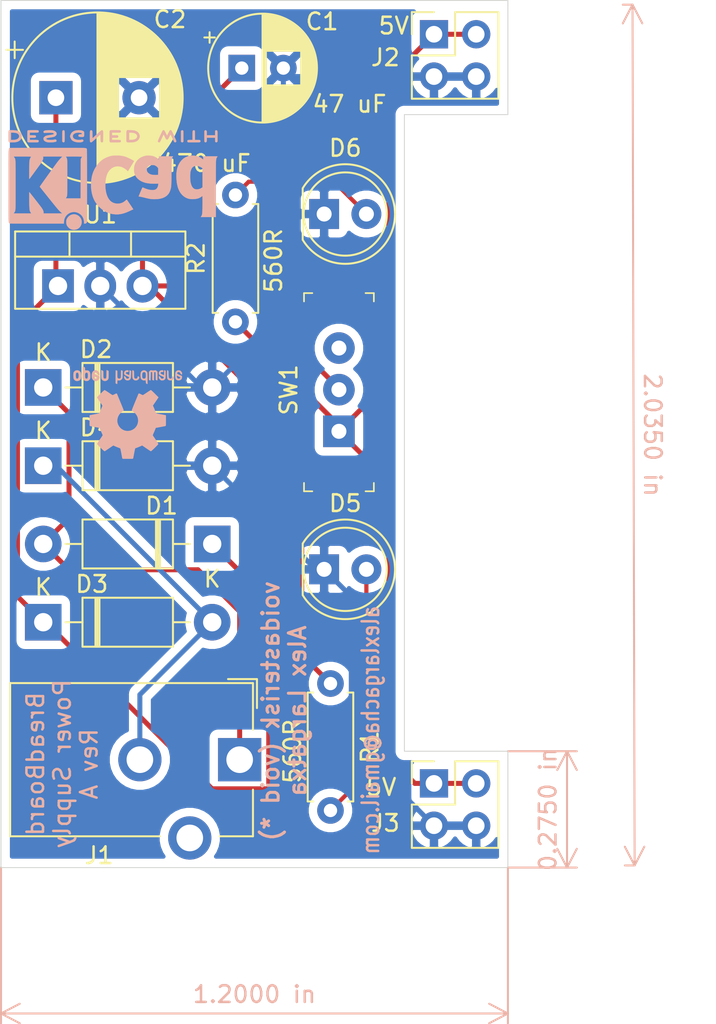
<source format=kicad_pcb>
(kicad_pcb (version 20171130) (host pcbnew 5.1.8-db9833491~88~ubuntu18.04.1)

  (general
    (thickness 1.6)
    (drawings 20)
    (tracks 71)
    (zones 0)
    (modules 17)
    (nets 11)
  )

  (page A4)
  (title_block
    (title "Breadboard Power Supply")
    (date 2021-01-02)
    (rev "Rev A")
    (company "voidasterisk(void *)")
    (comment 1 "Alex Largatxa")
  )

  (layers
    (0 F.Cu signal)
    (31 B.Cu signal)
    (32 B.Adhes user)
    (33 F.Adhes user)
    (34 B.Paste user)
    (35 F.Paste user)
    (36 B.SilkS user)
    (37 F.SilkS user)
    (38 B.Mask user)
    (39 F.Mask user)
    (40 Dwgs.User user)
    (41 Cmts.User user)
    (42 Eco1.User user)
    (43 Eco2.User user)
    (44 Edge.Cuts user)
    (45 Margin user)
    (46 B.CrtYd user)
    (47 F.CrtYd user)
    (48 B.Fab user)
    (49 F.Fab user)
  )

  (setup
    (last_trace_width 0.25)
    (user_trace_width 0.3)
    (trace_clearance 0.2)
    (zone_clearance 0.508)
    (zone_45_only no)
    (trace_min 0.2)
    (via_size 0.8)
    (via_drill 0.4)
    (via_min_size 0.4)
    (via_min_drill 0.3)
    (user_via 1 0.6)
    (uvia_size 0.3)
    (uvia_drill 0.1)
    (uvias_allowed no)
    (uvia_min_size 0.2)
    (uvia_min_drill 0.1)
    (edge_width 0.05)
    (segment_width 0.2)
    (pcb_text_width 0.3)
    (pcb_text_size 1.5 1.5)
    (mod_edge_width 0.12)
    (mod_text_size 1 1)
    (mod_text_width 0.15)
    (pad_size 1.524 1.524)
    (pad_drill 0.762)
    (pad_to_mask_clearance 0)
    (aux_axis_origin 0 0)
    (visible_elements FFFFFF7F)
    (pcbplotparams
      (layerselection 0x010fc_ffffffff)
      (usegerberextensions true)
      (usegerberattributes true)
      (usegerberadvancedattributes true)
      (creategerberjobfile true)
      (excludeedgelayer true)
      (linewidth 0.100000)
      (plotframeref false)
      (viasonmask false)
      (mode 1)
      (useauxorigin false)
      (hpglpennumber 1)
      (hpglpenspeed 20)
      (hpglpendiameter 15.000000)
      (psnegative false)
      (psa4output false)
      (plotreference true)
      (plotvalue true)
      (plotinvisibletext false)
      (padsonsilk false)
      (subtractmaskfromsilk false)
      (outputformat 1)
      (mirror false)
      (drillshape 0)
      (scaleselection 1)
      (outputdirectory "Gerber/"))
  )

  (net 0 "")
  (net 1 /Vout1)
  (net 2 /V-)
  (net 3 /Vin)
  (net 4 /bj_pin1)
  (net 5 /bj_pin2)
  (net 6 "Net-(D5-Pad2)")
  (net 7 "Net-(D6-Pad2)")
  (net 8 "Net-(J1-Pad3)")
  (net 9 /Vout2)
  (net 10 "Net-(SW1-Pad3)")

  (net_class Default "This is the default net class."
    (clearance 0.2)
    (trace_width 0.25)
    (via_dia 0.8)
    (via_drill 0.4)
    (uvia_dia 0.3)
    (uvia_drill 0.1)
    (add_net "Net-(D5-Pad2)")
    (add_net "Net-(D6-Pad2)")
    (add_net "Net-(J1-Pad3)")
    (add_net "Net-(SW1-Pad3)")
  )

  (net_class Power ""
    (clearance 0.3)
    (trace_width 0.3)
    (via_dia 1)
    (via_drill 0.5)
    (uvia_dia 0.3)
    (uvia_drill 0.1)
    (add_net /V-)
    (add_net /Vin)
    (add_net /Vout1)
    (add_net /Vout2)
    (add_net /bj_pin1)
    (add_net /bj_pin2)
  )

  (module Symbol:OSHW-Logo2_7.3x6mm_SilkScreen (layer B.Cu) (tedit 0) (tstamp 5FF0E40B)
    (at 121.158 84.963)
    (descr "Open Source Hardware Symbol")
    (tags "Logo Symbol OSHW")
    (attr virtual)
    (fp_text reference REF** (at 0 0) (layer B.SilkS) hide
      (effects (font (size 1 1) (thickness 0.15)) (justify mirror))
    )
    (fp_text value OSHW-Logo2_7.3x6mm_SilkScreen (at 0.75 0) (layer B.Fab) hide
      (effects (font (size 1 1) (thickness 0.15)) (justify mirror))
    )
    (fp_poly (pts (xy -2.400256 -1.919918) (xy -2.344799 -1.947568) (xy -2.295852 -1.99848) (xy -2.282371 -2.017338)
      (xy -2.267686 -2.042015) (xy -2.258158 -2.068816) (xy -2.252707 -2.104587) (xy -2.250253 -2.156169)
      (xy -2.249714 -2.224267) (xy -2.252148 -2.317588) (xy -2.260606 -2.387657) (xy -2.276826 -2.439931)
      (xy -2.302546 -2.479869) (xy -2.339503 -2.512929) (xy -2.342218 -2.514886) (xy -2.37864 -2.534908)
      (xy -2.422498 -2.544815) (xy -2.478276 -2.547257) (xy -2.568952 -2.547257) (xy -2.56899 -2.635283)
      (xy -2.569834 -2.684308) (xy -2.574976 -2.713065) (xy -2.588413 -2.730311) (xy -2.614142 -2.744808)
      (xy -2.620321 -2.747769) (xy -2.649236 -2.761648) (xy -2.671624 -2.770414) (xy -2.688271 -2.771171)
      (xy -2.699964 -2.761023) (xy -2.70749 -2.737073) (xy -2.711634 -2.696426) (xy -2.713185 -2.636186)
      (xy -2.712929 -2.553455) (xy -2.711651 -2.445339) (xy -2.711252 -2.413) (xy -2.709815 -2.301524)
      (xy -2.708528 -2.228603) (xy -2.569029 -2.228603) (xy -2.568245 -2.290499) (xy -2.56476 -2.330997)
      (xy -2.556876 -2.357708) (xy -2.542895 -2.378244) (xy -2.533403 -2.38826) (xy -2.494596 -2.417567)
      (xy -2.460237 -2.419952) (xy -2.424784 -2.39575) (xy -2.423886 -2.394857) (xy -2.409461 -2.376153)
      (xy -2.400687 -2.350732) (xy -2.396261 -2.311584) (xy -2.394882 -2.251697) (xy -2.394857 -2.23843)
      (xy -2.398188 -2.155901) (xy -2.409031 -2.098691) (xy -2.42866 -2.063766) (xy -2.45835 -2.048094)
      (xy -2.475509 -2.046514) (xy -2.516234 -2.053926) (xy -2.544168 -2.07833) (xy -2.560983 -2.12298)
      (xy -2.56835 -2.19113) (xy -2.569029 -2.228603) (xy -2.708528 -2.228603) (xy -2.708292 -2.215245)
      (xy -2.706323 -2.150333) (xy -2.70355 -2.102958) (xy -2.699612 -2.06929) (xy -2.694151 -2.045498)
      (xy -2.686808 -2.027753) (xy -2.677223 -2.012224) (xy -2.673113 -2.006381) (xy -2.618595 -1.951185)
      (xy -2.549664 -1.91989) (xy -2.469928 -1.911165) (xy -2.400256 -1.919918)) (layer B.SilkS) (width 0.01))
    (fp_poly (pts (xy -1.283907 -1.92778) (xy -1.237328 -1.954723) (xy -1.204943 -1.981466) (xy -1.181258 -2.009484)
      (xy -1.164941 -2.043748) (xy -1.154661 -2.089227) (xy -1.149086 -2.150892) (xy -1.146884 -2.233711)
      (xy -1.146629 -2.293246) (xy -1.146629 -2.512391) (xy -1.208314 -2.540044) (xy -1.27 -2.567697)
      (xy -1.277257 -2.32767) (xy -1.280256 -2.238028) (xy -1.283402 -2.172962) (xy -1.287299 -2.128026)
      (xy -1.292553 -2.09877) (xy -1.299769 -2.080748) (xy -1.30955 -2.069511) (xy -1.312688 -2.067079)
      (xy -1.360239 -2.048083) (xy -1.408303 -2.0556) (xy -1.436914 -2.075543) (xy -1.448553 -2.089675)
      (xy -1.456609 -2.10822) (xy -1.461729 -2.136334) (xy -1.464559 -2.179173) (xy -1.465744 -2.241895)
      (xy -1.465943 -2.307261) (xy -1.465982 -2.389268) (xy -1.467386 -2.447316) (xy -1.472086 -2.486465)
      (xy -1.482013 -2.51178) (xy -1.499097 -2.528323) (xy -1.525268 -2.541156) (xy -1.560225 -2.554491)
      (xy -1.598404 -2.569007) (xy -1.593859 -2.311389) (xy -1.592029 -2.218519) (xy -1.589888 -2.149889)
      (xy -1.586819 -2.100711) (xy -1.582206 -2.066198) (xy -1.575432 -2.041562) (xy -1.565881 -2.022016)
      (xy -1.554366 -2.00477) (xy -1.49881 -1.94968) (xy -1.43102 -1.917822) (xy -1.357287 -1.910191)
      (xy -1.283907 -1.92778)) (layer B.SilkS) (width 0.01))
    (fp_poly (pts (xy -2.958885 -1.921962) (xy -2.890855 -1.957733) (xy -2.840649 -2.015301) (xy -2.822815 -2.052312)
      (xy -2.808937 -2.107882) (xy -2.801833 -2.178096) (xy -2.80116 -2.254727) (xy -2.806573 -2.329552)
      (xy -2.81773 -2.394342) (xy -2.834286 -2.440873) (xy -2.839374 -2.448887) (xy -2.899645 -2.508707)
      (xy -2.971231 -2.544535) (xy -3.048908 -2.55502) (xy -3.127452 -2.53881) (xy -3.149311 -2.529092)
      (xy -3.191878 -2.499143) (xy -3.229237 -2.459433) (xy -3.232768 -2.454397) (xy -3.247119 -2.430124)
      (xy -3.256606 -2.404178) (xy -3.26221 -2.370022) (xy -3.264914 -2.321119) (xy -3.265701 -2.250935)
      (xy -3.265714 -2.2352) (xy -3.265678 -2.230192) (xy -3.120571 -2.230192) (xy -3.119727 -2.29643)
      (xy -3.116404 -2.340386) (xy -3.109417 -2.368779) (xy -3.097584 -2.388325) (xy -3.091543 -2.394857)
      (xy -3.056814 -2.41968) (xy -3.023097 -2.418548) (xy -2.989005 -2.397016) (xy -2.968671 -2.374029)
      (xy -2.956629 -2.340478) (xy -2.949866 -2.287569) (xy -2.949402 -2.281399) (xy -2.948248 -2.185513)
      (xy -2.960312 -2.114299) (xy -2.98543 -2.068194) (xy -3.02344 -2.047635) (xy -3.037008 -2.046514)
      (xy -3.072636 -2.052152) (xy -3.097006 -2.071686) (xy -3.111907 -2.109042) (xy -3.119125 -2.16815)
      (xy -3.120571 -2.230192) (xy -3.265678 -2.230192) (xy -3.265174 -2.160413) (xy -3.262904 -2.108159)
      (xy -3.257932 -2.071949) (xy -3.249287 -2.045299) (xy -3.235995 -2.021722) (xy -3.233057 -2.017338)
      (xy -3.183687 -1.958249) (xy -3.129891 -1.923947) (xy -3.064398 -1.910331) (xy -3.042158 -1.909665)
      (xy -2.958885 -1.921962)) (layer B.SilkS) (width 0.01))
    (fp_poly (pts (xy -1.831697 -1.931239) (xy -1.774473 -1.969735) (xy -1.730251 -2.025335) (xy -1.703833 -2.096086)
      (xy -1.69849 -2.148162) (xy -1.699097 -2.169893) (xy -1.704178 -2.186531) (xy -1.718145 -2.201437)
      (xy -1.745411 -2.217973) (xy -1.790388 -2.239498) (xy -1.857489 -2.269374) (xy -1.857829 -2.269524)
      (xy -1.919593 -2.297813) (xy -1.970241 -2.322933) (xy -2.004596 -2.342179) (xy -2.017482 -2.352848)
      (xy -2.017486 -2.352934) (xy -2.006128 -2.376166) (xy -1.979569 -2.401774) (xy -1.949077 -2.420221)
      (xy -1.93363 -2.423886) (xy -1.891485 -2.411212) (xy -1.855192 -2.379471) (xy -1.837483 -2.344572)
      (xy -1.820448 -2.318845) (xy -1.787078 -2.289546) (xy -1.747851 -2.264235) (xy -1.713244 -2.250471)
      (xy -1.706007 -2.249714) (xy -1.697861 -2.26216) (xy -1.69737 -2.293972) (xy -1.703357 -2.336866)
      (xy -1.714643 -2.382558) (xy -1.73005 -2.422761) (xy -1.730829 -2.424322) (xy -1.777196 -2.489062)
      (xy -1.837289 -2.533097) (xy -1.905535 -2.554711) (xy -1.976362 -2.552185) (xy -2.044196 -2.523804)
      (xy -2.047212 -2.521808) (xy -2.100573 -2.473448) (xy -2.13566 -2.410352) (xy -2.155078 -2.327387)
      (xy -2.157684 -2.304078) (xy -2.162299 -2.194055) (xy -2.156767 -2.142748) (xy -2.017486 -2.142748)
      (xy -2.015676 -2.174753) (xy -2.005778 -2.184093) (xy -1.981102 -2.177105) (xy -1.942205 -2.160587)
      (xy -1.898725 -2.139881) (xy -1.897644 -2.139333) (xy -1.860791 -2.119949) (xy -1.846 -2.107013)
      (xy -1.849647 -2.093451) (xy -1.865005 -2.075632) (xy -1.904077 -2.049845) (xy -1.946154 -2.04795)
      (xy -1.983897 -2.066717) (xy -2.009966 -2.102915) (xy -2.017486 -2.142748) (xy -2.156767 -2.142748)
      (xy -2.152806 -2.106027) (xy -2.12845 -2.036212) (xy -2.094544 -1.987302) (xy -2.033347 -1.937878)
      (xy -1.965937 -1.913359) (xy -1.89712 -1.911797) (xy -1.831697 -1.931239)) (layer B.SilkS) (width 0.01))
    (fp_poly (pts (xy -0.624114 -1.851289) (xy -0.619861 -1.910613) (xy -0.614975 -1.945572) (xy -0.608205 -1.96082)
      (xy -0.598298 -1.961015) (xy -0.595086 -1.959195) (xy -0.552356 -1.946015) (xy -0.496773 -1.946785)
      (xy -0.440263 -1.960333) (xy -0.404918 -1.977861) (xy -0.368679 -2.005861) (xy -0.342187 -2.037549)
      (xy -0.324001 -2.077813) (xy -0.312678 -2.131543) (xy -0.306778 -2.203626) (xy -0.304857 -2.298951)
      (xy -0.304823 -2.317237) (xy -0.3048 -2.522646) (xy -0.350509 -2.53858) (xy -0.382973 -2.54942)
      (xy -0.400785 -2.554468) (xy -0.401309 -2.554514) (xy -0.403063 -2.540828) (xy -0.404556 -2.503076)
      (xy -0.405674 -2.446224) (xy -0.406303 -2.375234) (xy -0.4064 -2.332073) (xy -0.406602 -2.246973)
      (xy -0.407642 -2.185981) (xy -0.410169 -2.144177) (xy -0.414836 -2.116642) (xy -0.422293 -2.098456)
      (xy -0.433189 -2.084698) (xy -0.439993 -2.078073) (xy -0.486728 -2.051375) (xy -0.537728 -2.049375)
      (xy -0.583999 -2.071955) (xy -0.592556 -2.080107) (xy -0.605107 -2.095436) (xy -0.613812 -2.113618)
      (xy -0.619369 -2.139909) (xy -0.622474 -2.179562) (xy -0.623824 -2.237832) (xy -0.624114 -2.318173)
      (xy -0.624114 -2.522646) (xy -0.669823 -2.53858) (xy -0.702287 -2.54942) (xy -0.720099 -2.554468)
      (xy -0.720623 -2.554514) (xy -0.721963 -2.540623) (xy -0.723172 -2.501439) (xy -0.724199 -2.4407)
      (xy -0.724998 -2.362141) (xy -0.725519 -2.269498) (xy -0.725714 -2.166509) (xy -0.725714 -1.769342)
      (xy -0.678543 -1.749444) (xy -0.631371 -1.729547) (xy -0.624114 -1.851289)) (layer B.SilkS) (width 0.01))
    (fp_poly (pts (xy 0.039744 -1.950968) (xy 0.096616 -1.972087) (xy 0.097267 -1.972493) (xy 0.13244 -1.99838)
      (xy 0.158407 -2.028633) (xy 0.17667 -2.068058) (xy 0.188732 -2.121462) (xy 0.196096 -2.193651)
      (xy 0.200264 -2.289432) (xy 0.200629 -2.303078) (xy 0.205876 -2.508842) (xy 0.161716 -2.531678)
      (xy 0.129763 -2.54711) (xy 0.11047 -2.554423) (xy 0.109578 -2.554514) (xy 0.106239 -2.541022)
      (xy 0.103587 -2.504626) (xy 0.101956 -2.451452) (xy 0.1016 -2.408393) (xy 0.101592 -2.338641)
      (xy 0.098403 -2.294837) (xy 0.087288 -2.273944) (xy 0.063501 -2.272925) (xy 0.022296 -2.288741)
      (xy -0.039914 -2.317815) (xy -0.085659 -2.341963) (xy -0.109187 -2.362913) (xy -0.116104 -2.385747)
      (xy -0.116114 -2.386877) (xy -0.104701 -2.426212) (xy -0.070908 -2.447462) (xy -0.019191 -2.450539)
      (xy 0.018061 -2.450006) (xy 0.037703 -2.460735) (xy 0.049952 -2.486505) (xy 0.057002 -2.519337)
      (xy 0.046842 -2.537966) (xy 0.043017 -2.540632) (xy 0.007001 -2.55134) (xy -0.043434 -2.552856)
      (xy -0.095374 -2.545759) (xy -0.132178 -2.532788) (xy -0.183062 -2.489585) (xy -0.211986 -2.429446)
      (xy -0.217714 -2.382462) (xy -0.213343 -2.340082) (xy -0.197525 -2.305488) (xy -0.166203 -2.274763)
      (xy -0.115322 -2.24399) (xy -0.040824 -2.209252) (xy -0.036286 -2.207288) (xy 0.030821 -2.176287)
      (xy 0.072232 -2.150862) (xy 0.089981 -2.128014) (xy 0.086107 -2.104745) (xy 0.062643 -2.078056)
      (xy 0.055627 -2.071914) (xy 0.00863 -2.0481) (xy -0.040067 -2.049103) (xy -0.082478 -2.072451)
      (xy -0.110616 -2.115675) (xy -0.113231 -2.12416) (xy -0.138692 -2.165308) (xy -0.170999 -2.185128)
      (xy -0.217714 -2.20477) (xy -0.217714 -2.15395) (xy -0.203504 -2.080082) (xy -0.161325 -2.012327)
      (xy -0.139376 -1.989661) (xy -0.089483 -1.960569) (xy -0.026033 -1.9474) (xy 0.039744 -1.950968)) (layer B.SilkS) (width 0.01))
    (fp_poly (pts (xy 0.529926 -1.949755) (xy 0.595858 -1.974084) (xy 0.649273 -2.017117) (xy 0.670164 -2.047409)
      (xy 0.692939 -2.102994) (xy 0.692466 -2.143186) (xy 0.668562 -2.170217) (xy 0.659717 -2.174813)
      (xy 0.62153 -2.189144) (xy 0.602028 -2.185472) (xy 0.595422 -2.161407) (xy 0.595086 -2.148114)
      (xy 0.582992 -2.09921) (xy 0.551471 -2.064999) (xy 0.507659 -2.048476) (xy 0.458695 -2.052634)
      (xy 0.418894 -2.074227) (xy 0.40545 -2.086544) (xy 0.395921 -2.101487) (xy 0.389485 -2.124075)
      (xy 0.385317 -2.159328) (xy 0.382597 -2.212266) (xy 0.380502 -2.287907) (xy 0.37996 -2.311857)
      (xy 0.377981 -2.39379) (xy 0.375731 -2.451455) (xy 0.372357 -2.489608) (xy 0.367006 -2.513004)
      (xy 0.358824 -2.526398) (xy 0.346959 -2.534545) (xy 0.339362 -2.538144) (xy 0.307102 -2.550452)
      (xy 0.288111 -2.554514) (xy 0.281836 -2.540948) (xy 0.278006 -2.499934) (xy 0.2766 -2.430999)
      (xy 0.277598 -2.333669) (xy 0.277908 -2.318657) (xy 0.280101 -2.229859) (xy 0.282693 -2.165019)
      (xy 0.286382 -2.119067) (xy 0.291864 -2.086935) (xy 0.299835 -2.063553) (xy 0.310993 -2.043852)
      (xy 0.31683 -2.03541) (xy 0.350296 -1.998057) (xy 0.387727 -1.969003) (xy 0.392309 -1.966467)
      (xy 0.459426 -1.946443) (xy 0.529926 -1.949755)) (layer B.SilkS) (width 0.01))
    (fp_poly (pts (xy 1.190117 -2.065358) (xy 1.189933 -2.173837) (xy 1.189219 -2.257287) (xy 1.187675 -2.319704)
      (xy 1.185001 -2.365085) (xy 1.180894 -2.397429) (xy 1.175055 -2.420733) (xy 1.167182 -2.438995)
      (xy 1.161221 -2.449418) (xy 1.111855 -2.505945) (xy 1.049264 -2.541377) (xy 0.980013 -2.55409)
      (xy 0.910668 -2.542463) (xy 0.869375 -2.521568) (xy 0.826025 -2.485422) (xy 0.796481 -2.441276)
      (xy 0.778655 -2.383462) (xy 0.770463 -2.306313) (xy 0.769302 -2.249714) (xy 0.769458 -2.245647)
      (xy 0.870857 -2.245647) (xy 0.871476 -2.31055) (xy 0.874314 -2.353514) (xy 0.88084 -2.381622)
      (xy 0.892523 -2.401953) (xy 0.906483 -2.417288) (xy 0.953365 -2.44689) (xy 1.003701 -2.449419)
      (xy 1.051276 -2.424705) (xy 1.054979 -2.421356) (xy 1.070783 -2.403935) (xy 1.080693 -2.383209)
      (xy 1.086058 -2.352362) (xy 1.088228 -2.304577) (xy 1.088571 -2.251748) (xy 1.087827 -2.185381)
      (xy 1.084748 -2.141106) (xy 1.078061 -2.112009) (xy 1.066496 -2.091173) (xy 1.057013 -2.080107)
      (xy 1.01296 -2.052198) (xy 0.962224 -2.048843) (xy 0.913796 -2.070159) (xy 0.90445 -2.078073)
      (xy 0.88854 -2.095647) (xy 0.87861 -2.116587) (xy 0.873278 -2.147782) (xy 0.871163 -2.196122)
      (xy 0.870857 -2.245647) (xy 0.769458 -2.245647) (xy 0.77281 -2.158568) (xy 0.784726 -2.090086)
      (xy 0.807135 -2.0386) (xy 0.842124 -1.998443) (xy 0.869375 -1.977861) (xy 0.918907 -1.955625)
      (xy 0.976316 -1.945304) (xy 1.029682 -1.948067) (xy 1.059543 -1.959212) (xy 1.071261 -1.962383)
      (xy 1.079037 -1.950557) (xy 1.084465 -1.918866) (xy 1.088571 -1.870593) (xy 1.093067 -1.816829)
      (xy 1.099313 -1.784482) (xy 1.110676 -1.765985) (xy 1.130528 -1.75377) (xy 1.143 -1.748362)
      (xy 1.190171 -1.728601) (xy 1.190117 -2.065358)) (layer B.SilkS) (width 0.01))
    (fp_poly (pts (xy 1.779833 -1.958663) (xy 1.782048 -1.99685) (xy 1.783784 -2.054886) (xy 1.784899 -2.12818)
      (xy 1.785257 -2.205055) (xy 1.785257 -2.465196) (xy 1.739326 -2.511127) (xy 1.707675 -2.539429)
      (xy 1.67989 -2.550893) (xy 1.641915 -2.550168) (xy 1.62684 -2.548321) (xy 1.579726 -2.542948)
      (xy 1.540756 -2.539869) (xy 1.531257 -2.539585) (xy 1.499233 -2.541445) (xy 1.453432 -2.546114)
      (xy 1.435674 -2.548321) (xy 1.392057 -2.551735) (xy 1.362745 -2.54432) (xy 1.33368 -2.521427)
      (xy 1.323188 -2.511127) (xy 1.277257 -2.465196) (xy 1.277257 -1.978602) (xy 1.314226 -1.961758)
      (xy 1.346059 -1.949282) (xy 1.364683 -1.944914) (xy 1.369458 -1.958718) (xy 1.373921 -1.997286)
      (xy 1.377775 -2.056356) (xy 1.380722 -2.131663) (xy 1.382143 -2.195286) (xy 1.386114 -2.445657)
      (xy 1.420759 -2.450556) (xy 1.452268 -2.447131) (xy 1.467708 -2.436041) (xy 1.472023 -2.415308)
      (xy 1.475708 -2.371145) (xy 1.478469 -2.309146) (xy 1.480012 -2.234909) (xy 1.480235 -2.196706)
      (xy 1.480457 -1.976783) (xy 1.526166 -1.960849) (xy 1.558518 -1.950015) (xy 1.576115 -1.944962)
      (xy 1.576623 -1.944914) (xy 1.578388 -1.958648) (xy 1.580329 -1.99673) (xy 1.582282 -2.054482)
      (xy 1.584084 -2.127227) (xy 1.585343 -2.195286) (xy 1.589314 -2.445657) (xy 1.6764 -2.445657)
      (xy 1.680396 -2.21724) (xy 1.684392 -1.988822) (xy 1.726847 -1.966868) (xy 1.758192 -1.951793)
      (xy 1.776744 -1.944951) (xy 1.777279 -1.944914) (xy 1.779833 -1.958663)) (layer B.SilkS) (width 0.01))
    (fp_poly (pts (xy 2.144876 -1.956335) (xy 2.186667 -1.975344) (xy 2.219469 -1.998378) (xy 2.243503 -2.024133)
      (xy 2.260097 -2.057358) (xy 2.270577 -2.1028) (xy 2.276271 -2.165207) (xy 2.278507 -2.249327)
      (xy 2.278743 -2.304721) (xy 2.278743 -2.520826) (xy 2.241774 -2.53767) (xy 2.212656 -2.549981)
      (xy 2.198231 -2.554514) (xy 2.195472 -2.541025) (xy 2.193282 -2.504653) (xy 2.191942 -2.451542)
      (xy 2.191657 -2.409372) (xy 2.190434 -2.348447) (xy 2.187136 -2.300115) (xy 2.182321 -2.270518)
      (xy 2.178496 -2.264229) (xy 2.152783 -2.270652) (xy 2.112418 -2.287125) (xy 2.065679 -2.309458)
      (xy 2.020845 -2.333457) (xy 1.986193 -2.35493) (xy 1.970002 -2.369685) (xy 1.969938 -2.369845)
      (xy 1.97133 -2.397152) (xy 1.983818 -2.423219) (xy 2.005743 -2.444392) (xy 2.037743 -2.451474)
      (xy 2.065092 -2.450649) (xy 2.103826 -2.450042) (xy 2.124158 -2.459116) (xy 2.136369 -2.483092)
      (xy 2.137909 -2.487613) (xy 2.143203 -2.521806) (xy 2.129047 -2.542568) (xy 2.092148 -2.552462)
      (xy 2.052289 -2.554292) (xy 1.980562 -2.540727) (xy 1.943432 -2.521355) (xy 1.897576 -2.475845)
      (xy 1.873256 -2.419983) (xy 1.871073 -2.360957) (xy 1.891629 -2.305953) (xy 1.922549 -2.271486)
      (xy 1.95342 -2.252189) (xy 2.001942 -2.227759) (xy 2.058485 -2.202985) (xy 2.06791 -2.199199)
      (xy 2.130019 -2.171791) (xy 2.165822 -2.147634) (xy 2.177337 -2.123619) (xy 2.16658 -2.096635)
      (xy 2.148114 -2.075543) (xy 2.104469 -2.049572) (xy 2.056446 -2.047624) (xy 2.012406 -2.067637)
      (xy 1.980709 -2.107551) (xy 1.976549 -2.117848) (xy 1.952327 -2.155724) (xy 1.916965 -2.183842)
      (xy 1.872343 -2.206917) (xy 1.872343 -2.141485) (xy 1.874969 -2.101506) (xy 1.88623 -2.069997)
      (xy 1.911199 -2.036378) (xy 1.935169 -2.010484) (xy 1.972441 -1.973817) (xy 2.001401 -1.954121)
      (xy 2.032505 -1.94622) (xy 2.067713 -1.944914) (xy 2.144876 -1.956335)) (layer B.SilkS) (width 0.01))
    (fp_poly (pts (xy 2.6526 -1.958752) (xy 2.669948 -1.966334) (xy 2.711356 -1.999128) (xy 2.746765 -2.046547)
      (xy 2.768664 -2.097151) (xy 2.772229 -2.122098) (xy 2.760279 -2.156927) (xy 2.734067 -2.175357)
      (xy 2.705964 -2.186516) (xy 2.693095 -2.188572) (xy 2.686829 -2.173649) (xy 2.674456 -2.141175)
      (xy 2.669028 -2.126502) (xy 2.63859 -2.075744) (xy 2.59452 -2.050427) (xy 2.53801 -2.051206)
      (xy 2.533825 -2.052203) (xy 2.503655 -2.066507) (xy 2.481476 -2.094393) (xy 2.466327 -2.139287)
      (xy 2.45725 -2.204615) (xy 2.453286 -2.293804) (xy 2.452914 -2.341261) (xy 2.45273 -2.416071)
      (xy 2.451522 -2.467069) (xy 2.448309 -2.499471) (xy 2.442109 -2.518495) (xy 2.43194 -2.529356)
      (xy 2.416819 -2.537272) (xy 2.415946 -2.53767) (xy 2.386828 -2.549981) (xy 2.372403 -2.554514)
      (xy 2.370186 -2.540809) (xy 2.368289 -2.502925) (xy 2.366847 -2.445715) (xy 2.365998 -2.374027)
      (xy 2.365829 -2.321565) (xy 2.366692 -2.220047) (xy 2.37007 -2.143032) (xy 2.377142 -2.086023)
      (xy 2.389088 -2.044526) (xy 2.40709 -2.014043) (xy 2.432327 -1.99008) (xy 2.457247 -1.973355)
      (xy 2.517171 -1.951097) (xy 2.586911 -1.946076) (xy 2.6526 -1.958752)) (layer B.SilkS) (width 0.01))
    (fp_poly (pts (xy 3.153595 -1.966966) (xy 3.211021 -2.004497) (xy 3.238719 -2.038096) (xy 3.260662 -2.099064)
      (xy 3.262405 -2.147308) (xy 3.258457 -2.211816) (xy 3.109686 -2.276934) (xy 3.037349 -2.310202)
      (xy 2.990084 -2.336964) (xy 2.965507 -2.360144) (xy 2.961237 -2.382667) (xy 2.974889 -2.407455)
      (xy 2.989943 -2.423886) (xy 3.033746 -2.450235) (xy 3.081389 -2.452081) (xy 3.125145 -2.431546)
      (xy 3.157289 -2.390752) (xy 3.163038 -2.376347) (xy 3.190576 -2.331356) (xy 3.222258 -2.312182)
      (xy 3.265714 -2.295779) (xy 3.265714 -2.357966) (xy 3.261872 -2.400283) (xy 3.246823 -2.435969)
      (xy 3.21528 -2.476943) (xy 3.210592 -2.482267) (xy 3.175506 -2.51872) (xy 3.145347 -2.538283)
      (xy 3.107615 -2.547283) (xy 3.076335 -2.55023) (xy 3.020385 -2.550965) (xy 2.980555 -2.54166)
      (xy 2.955708 -2.527846) (xy 2.916656 -2.497467) (xy 2.889625 -2.464613) (xy 2.872517 -2.423294)
      (xy 2.863238 -2.367521) (xy 2.859693 -2.291305) (xy 2.85941 -2.252622) (xy 2.860372 -2.206247)
      (xy 2.948007 -2.206247) (xy 2.949023 -2.231126) (xy 2.951556 -2.2352) (xy 2.968274 -2.229665)
      (xy 3.004249 -2.215017) (xy 3.052331 -2.19419) (xy 3.062386 -2.189714) (xy 3.123152 -2.158814)
      (xy 3.156632 -2.131657) (xy 3.16399 -2.10622) (xy 3.146391 -2.080481) (xy 3.131856 -2.069109)
      (xy 3.07941 -2.046364) (xy 3.030322 -2.050122) (xy 2.989227 -2.077884) (xy 2.960758 -2.127152)
      (xy 2.951631 -2.166257) (xy 2.948007 -2.206247) (xy 2.860372 -2.206247) (xy 2.861285 -2.162249)
      (xy 2.868196 -2.095384) (xy 2.881884 -2.046695) (xy 2.904096 -2.010849) (xy 2.936574 -1.982513)
      (xy 2.950733 -1.973355) (xy 3.015053 -1.949507) (xy 3.085473 -1.948006) (xy 3.153595 -1.966966)) (layer B.SilkS) (width 0.01))
    (fp_poly (pts (xy 0.10391 2.757652) (xy 0.182454 2.757222) (xy 0.239298 2.756058) (xy 0.278105 2.753793)
      (xy 0.302538 2.75006) (xy 0.316262 2.744494) (xy 0.32294 2.736727) (xy 0.326236 2.726395)
      (xy 0.326556 2.725057) (xy 0.331562 2.700921) (xy 0.340829 2.653299) (xy 0.353392 2.587259)
      (xy 0.368287 2.507872) (xy 0.384551 2.420204) (xy 0.385119 2.417125) (xy 0.40141 2.331211)
      (xy 0.416652 2.255304) (xy 0.429861 2.193955) (xy 0.440054 2.151718) (xy 0.446248 2.133145)
      (xy 0.446543 2.132816) (xy 0.464788 2.123747) (xy 0.502405 2.108633) (xy 0.551271 2.090738)
      (xy 0.551543 2.090642) (xy 0.613093 2.067507) (xy 0.685657 2.038035) (xy 0.754057 2.008403)
      (xy 0.757294 2.006938) (xy 0.868702 1.956374) (xy 1.115399 2.12484) (xy 1.191077 2.176197)
      (xy 1.259631 2.222111) (xy 1.317088 2.25997) (xy 1.359476 2.287163) (xy 1.382825 2.301079)
      (xy 1.385042 2.302111) (xy 1.40201 2.297516) (xy 1.433701 2.275345) (xy 1.481352 2.234553)
      (xy 1.546198 2.174095) (xy 1.612397 2.109773) (xy 1.676214 2.046388) (xy 1.733329 1.988549)
      (xy 1.780305 1.939825) (xy 1.813703 1.90379) (xy 1.830085 1.884016) (xy 1.830694 1.882998)
      (xy 1.832505 1.869428) (xy 1.825683 1.847267) (xy 1.80854 1.813522) (xy 1.779393 1.7652)
      (xy 1.736555 1.699308) (xy 1.679448 1.614483) (xy 1.628766 1.539823) (xy 1.583461 1.47286)
      (xy 1.54615 1.417484) (xy 1.519452 1.37758) (xy 1.505985 1.357038) (xy 1.505137 1.355644)
      (xy 1.506781 1.335962) (xy 1.519245 1.297707) (xy 1.540048 1.248111) (xy 1.547462 1.232272)
      (xy 1.579814 1.16171) (xy 1.614328 1.081647) (xy 1.642365 1.012371) (xy 1.662568 0.960955)
      (xy 1.678615 0.921881) (xy 1.687888 0.901459) (xy 1.689041 0.899886) (xy 1.706096 0.897279)
      (xy 1.746298 0.890137) (xy 1.804302 0.879477) (xy 1.874763 0.866315) (xy 1.952335 0.851667)
      (xy 2.031672 0.836551) (xy 2.107431 0.821982) (xy 2.174264 0.808978) (xy 2.226828 0.798555)
      (xy 2.259776 0.79173) (xy 2.267857 0.789801) (xy 2.276205 0.785038) (xy 2.282506 0.774282)
      (xy 2.287045 0.753902) (xy 2.290104 0.720266) (xy 2.291967 0.669745) (xy 2.292918 0.598708)
      (xy 2.29324 0.503524) (xy 2.293257 0.464508) (xy 2.293257 0.147201) (xy 2.217057 0.132161)
      (xy 2.174663 0.124005) (xy 2.1114 0.112101) (xy 2.034962 0.097884) (xy 1.953043 0.08279)
      (xy 1.9304 0.078645) (xy 1.854806 0.063947) (xy 1.788953 0.049495) (xy 1.738366 0.036625)
      (xy 1.708574 0.026678) (xy 1.703612 0.023713) (xy 1.691426 0.002717) (xy 1.673953 -0.037967)
      (xy 1.654577 -0.090322) (xy 1.650734 -0.1016) (xy 1.625339 -0.171523) (xy 1.593817 -0.250418)
      (xy 1.562969 -0.321266) (xy 1.562817 -0.321595) (xy 1.511447 -0.432733) (xy 1.680399 -0.681253)
      (xy 1.849352 -0.929772) (xy 1.632429 -1.147058) (xy 1.566819 -1.211726) (xy 1.506979 -1.268733)
      (xy 1.456267 -1.315033) (xy 1.418046 -1.347584) (xy 1.395675 -1.363343) (xy 1.392466 -1.364343)
      (xy 1.373626 -1.356469) (xy 1.33518 -1.334578) (xy 1.28133 -1.301267) (xy 1.216276 -1.259131)
      (xy 1.14594 -1.211943) (xy 1.074555 -1.16381) (xy 1.010908 -1.121928) (xy 0.959041 -1.088871)
      (xy 0.922995 -1.067218) (xy 0.906867 -1.059543) (xy 0.887189 -1.066037) (xy 0.849875 -1.08315)
      (xy 0.802621 -1.107326) (xy 0.797612 -1.110013) (xy 0.733977 -1.141927) (xy 0.690341 -1.157579)
      (xy 0.663202 -1.157745) (xy 0.649057 -1.143204) (xy 0.648975 -1.143) (xy 0.641905 -1.125779)
      (xy 0.625042 -1.084899) (xy 0.599695 -1.023525) (xy 0.567171 -0.944819) (xy 0.528778 -0.851947)
      (xy 0.485822 -0.748072) (xy 0.444222 -0.647502) (xy 0.398504 -0.536516) (xy 0.356526 -0.433703)
      (xy 0.319548 -0.342215) (xy 0.288827 -0.265201) (xy 0.265622 -0.205815) (xy 0.25119 -0.167209)
      (xy 0.246743 -0.1528) (xy 0.257896 -0.136272) (xy 0.287069 -0.10993) (xy 0.325971 -0.080887)
      (xy 0.436757 0.010961) (xy 0.523351 0.116241) (xy 0.584716 0.232734) (xy 0.619815 0.358224)
      (xy 0.627608 0.490493) (xy 0.621943 0.551543) (xy 0.591078 0.678205) (xy 0.53792 0.790059)
      (xy 0.465767 0.885999) (xy 0.377917 0.964924) (xy 0.277665 1.02573) (xy 0.16831 1.067313)
      (xy 0.053147 1.088572) (xy -0.064525 1.088401) (xy -0.18141 1.065699) (xy -0.294211 1.019362)
      (xy -0.399631 0.948287) (xy -0.443632 0.908089) (xy -0.528021 0.804871) (xy -0.586778 0.692075)
      (xy -0.620296 0.57299) (xy -0.628965 0.450905) (xy -0.613177 0.329107) (xy -0.573322 0.210884)
      (xy -0.509793 0.099525) (xy -0.422979 -0.001684) (xy -0.325971 -0.080887) (xy -0.285563 -0.111162)
      (xy -0.257018 -0.137219) (xy -0.246743 -0.152825) (xy -0.252123 -0.169843) (xy -0.267425 -0.2105)
      (xy -0.291388 -0.271642) (xy -0.322756 -0.350119) (xy -0.360268 -0.44278) (xy -0.402667 -0.546472)
      (xy -0.444337 -0.647526) (xy -0.49031 -0.758607) (xy -0.532893 -0.861541) (xy -0.570779 -0.953165)
      (xy -0.60266 -1.030316) (xy -0.627229 -1.089831) (xy -0.64318 -1.128544) (xy -0.64909 -1.143)
      (xy -0.663052 -1.157685) (xy -0.69006 -1.157642) (xy -0.733587 -1.142099) (xy -0.79711 -1.110284)
      (xy -0.797612 -1.110013) (xy -0.84544 -1.085323) (xy -0.884103 -1.067338) (xy -0.905905 -1.059614)
      (xy -0.906867 -1.059543) (xy -0.923279 -1.067378) (xy -0.959513 -1.089165) (xy -1.011526 -1.122328)
      (xy -1.075275 -1.164291) (xy -1.14594 -1.211943) (xy -1.217884 -1.260191) (xy -1.282726 -1.302151)
      (xy -1.336265 -1.335227) (xy -1.374303 -1.356821) (xy -1.392467 -1.364343) (xy -1.409192 -1.354457)
      (xy -1.44282 -1.326826) (xy -1.48999 -1.284495) (xy -1.547342 -1.230505) (xy -1.611516 -1.167899)
      (xy -1.632503 -1.146983) (xy -1.849501 -0.929623) (xy -1.684332 -0.68722) (xy -1.634136 -0.612781)
      (xy -1.590081 -0.545972) (xy -1.554638 -0.490665) (xy -1.530281 -0.450729) (xy -1.519478 -0.430036)
      (xy -1.519162 -0.428563) (xy -1.524857 -0.409058) (xy -1.540174 -0.369822) (xy -1.562463 -0.31743)
      (xy -1.578107 -0.282355) (xy -1.607359 -0.215201) (xy -1.634906 -0.147358) (xy -1.656263 -0.090034)
      (xy -1.662065 -0.072572) (xy -1.678548 -0.025938) (xy -1.69466 0.010095) (xy -1.70351 0.023713)
      (xy -1.72304 0.032048) (xy -1.765666 0.043863) (xy -1.825855 0.057819) (xy -1.898078 0.072578)
      (xy -1.9304 0.078645) (xy -2.012478 0.093727) (xy -2.091205 0.108331) (xy -2.158891 0.12102)
      (xy -2.20784 0.130358) (xy -2.217057 0.132161) (xy -2.293257 0.147201) (xy -2.293257 0.464508)
      (xy -2.293086 0.568846) (xy -2.292384 0.647787) (xy -2.290866 0.704962) (xy -2.288251 0.744001)
      (xy -2.284254 0.768535) (xy -2.278591 0.782195) (xy -2.27098 0.788611) (xy -2.267857 0.789801)
      (xy -2.249022 0.79402) (xy -2.207412 0.802438) (xy -2.14837 0.814039) (xy -2.077243 0.827805)
      (xy -1.999375 0.84272) (xy -1.920113 0.857768) (xy -1.844802 0.871931) (xy -1.778787 0.884194)
      (xy -1.727413 0.893539) (xy -1.696025 0.89895) (xy -1.689041 0.899886) (xy -1.682715 0.912404)
      (xy -1.66871 0.945754) (xy -1.649645 0.993623) (xy -1.642366 1.012371) (xy -1.613004 1.084805)
      (xy -1.578429 1.16483) (xy -1.547463 1.232272) (xy -1.524677 1.283841) (xy -1.509518 1.326215)
      (xy -1.504458 1.352166) (xy -1.505264 1.355644) (xy -1.515959 1.372064) (xy -1.54038 1.408583)
      (xy -1.575905 1.461313) (xy -1.619913 1.526365) (xy -1.669783 1.599849) (xy -1.679644 1.614355)
      (xy -1.737508 1.700296) (xy -1.780044 1.765739) (xy -1.808946 1.813696) (xy -1.82591 1.84718)
      (xy -1.832633 1.869205) (xy -1.83081 1.882783) (xy -1.830764 1.882869) (xy -1.816414 1.900703)
      (xy -1.784677 1.935183) (xy -1.73899 1.982732) (xy -1.682796 2.039778) (xy -1.619532 2.102745)
      (xy -1.612398 2.109773) (xy -1.53267 2.18698) (xy -1.471143 2.24367) (xy -1.426579 2.28089)
      (xy -1.397743 2.299685) (xy -1.385042 2.302111) (xy -1.366506 2.291529) (xy -1.328039 2.267084)
      (xy -1.273614 2.231388) (xy -1.207202 2.187053) (xy -1.132775 2.136689) (xy -1.115399 2.12484)
      (xy -0.868703 1.956374) (xy -0.757294 2.006938) (xy -0.689543 2.036405) (xy -0.616817 2.066041)
      (xy -0.554297 2.08967) (xy -0.551543 2.090642) (xy -0.50264 2.108543) (xy -0.464943 2.12368)
      (xy -0.446575 2.13279) (xy -0.446544 2.132816) (xy -0.440715 2.149283) (xy -0.430808 2.189781)
      (xy -0.417805 2.249758) (xy -0.402691 2.32466) (xy -0.386448 2.409936) (xy -0.385119 2.417125)
      (xy -0.368825 2.504986) (xy -0.353867 2.58474) (xy -0.341209 2.651319) (xy -0.331814 2.699653)
      (xy -0.326646 2.724675) (xy -0.326556 2.725057) (xy -0.323411 2.735701) (xy -0.317296 2.743738)
      (xy -0.304547 2.749533) (xy -0.2815 2.753453) (xy -0.244491 2.755865) (xy -0.189856 2.757135)
      (xy -0.113933 2.757629) (xy -0.013056 2.757714) (xy 0 2.757714) (xy 0.10391 2.757652)) (layer B.SilkS) (width 0.01))
  )

  (module Symbol:KiCad-Logo2_5mm_SilkScreen (layer B.Cu) (tedit 0) (tstamp 5FF0E1F2)
    (at 120.269 70.993)
    (descr "KiCad Logo")
    (tags "Logo KiCad")
    (attr virtual)
    (fp_text reference REF** (at 0 5.08) (layer B.SilkS) hide
      (effects (font (size 1 1) (thickness 0.15)) (justify mirror))
    )
    (fp_text value KiCad-Logo2_5mm_SilkScreen (at 0 -5.08) (layer B.Fab) hide
      (effects (font (size 1 1) (thickness 0.15)) (justify mirror))
    )
    (fp_poly (pts (xy -2.9464 2.510946) (xy -2.935535 2.397007) (xy -2.903918 2.289384) (xy -2.853015 2.190385)
      (xy -2.784293 2.102316) (xy -2.699219 2.027484) (xy -2.602232 1.969616) (xy -2.495964 1.929995)
      (xy -2.38895 1.911427) (xy -2.2833 1.912566) (xy -2.181125 1.93207) (xy -2.084534 1.968594)
      (xy -1.995638 2.020795) (xy -1.916546 2.087327) (xy -1.849369 2.166848) (xy -1.796217 2.258013)
      (xy -1.759199 2.359477) (xy -1.740427 2.469898) (xy -1.738489 2.519794) (xy -1.738489 2.607733)
      (xy -1.68656 2.607733) (xy -1.650253 2.604889) (xy -1.623355 2.593089) (xy -1.596249 2.569351)
      (xy -1.557867 2.530969) (xy -1.557867 0.339398) (xy -1.557876 0.077261) (xy -1.557908 -0.163241)
      (xy -1.557972 -0.383048) (xy -1.558076 -0.583101) (xy -1.558227 -0.764344) (xy -1.558434 -0.927716)
      (xy -1.558706 -1.07416) (xy -1.55905 -1.204617) (xy -1.559474 -1.320029) (xy -1.559987 -1.421338)
      (xy -1.560597 -1.509484) (xy -1.561312 -1.58541) (xy -1.56214 -1.650057) (xy -1.563089 -1.704367)
      (xy -1.564167 -1.74928) (xy -1.565383 -1.78574) (xy -1.566745 -1.814687) (xy -1.568261 -1.837063)
      (xy -1.569938 -1.853809) (xy -1.571786 -1.865868) (xy -1.573813 -1.87418) (xy -1.576025 -1.879687)
      (xy -1.577108 -1.881537) (xy -1.581271 -1.888549) (xy -1.584805 -1.894996) (xy -1.588635 -1.9009)
      (xy -1.593682 -1.906286) (xy -1.600871 -1.911178) (xy -1.611123 -1.915598) (xy -1.625364 -1.919572)
      (xy -1.644514 -1.923121) (xy -1.669499 -1.92627) (xy -1.70124 -1.929042) (xy -1.740662 -1.931461)
      (xy -1.788686 -1.933551) (xy -1.846237 -1.935335) (xy -1.914237 -1.936837) (xy -1.99361 -1.93808)
      (xy -2.085279 -1.939089) (xy -2.190166 -1.939885) (xy -2.309196 -1.940494) (xy -2.44329 -1.940939)
      (xy -2.593373 -1.941243) (xy -2.760367 -1.94143) (xy -2.945196 -1.941524) (xy -3.148783 -1.941548)
      (xy -3.37205 -1.941525) (xy -3.615922 -1.94148) (xy -3.881321 -1.941437) (xy -3.919704 -1.941432)
      (xy -4.186682 -1.941389) (xy -4.432002 -1.941318) (xy -4.656583 -1.941213) (xy -4.861345 -1.941066)
      (xy -5.047206 -1.940869) (xy -5.215088 -1.940616) (xy -5.365908 -1.9403) (xy -5.500587 -1.939913)
      (xy -5.620044 -1.939447) (xy -5.725199 -1.938897) (xy -5.816971 -1.938253) (xy -5.896279 -1.937511)
      (xy -5.964043 -1.936661) (xy -6.021182 -1.935697) (xy -6.068617 -1.934611) (xy -6.107266 -1.933397)
      (xy -6.138049 -1.932047) (xy -6.161885 -1.930555) (xy -6.179694 -1.928911) (xy -6.192395 -1.927111)
      (xy -6.200908 -1.925145) (xy -6.205266 -1.923477) (xy -6.213728 -1.919906) (xy -6.221497 -1.91727)
      (xy -6.228602 -1.914634) (xy -6.235073 -1.911062) (xy -6.240939 -1.905621) (xy -6.246229 -1.897375)
      (xy -6.250974 -1.88539) (xy -6.255202 -1.868731) (xy -6.258943 -1.846463) (xy -6.262227 -1.817652)
      (xy -6.265083 -1.781363) (xy -6.26754 -1.736661) (xy -6.269629 -1.682611) (xy -6.271378 -1.618279)
      (xy -6.272817 -1.54273) (xy -6.273976 -1.45503) (xy -6.274883 -1.354243) (xy -6.275569 -1.239434)
      (xy -6.276063 -1.10967) (xy -6.276395 -0.964015) (xy -6.276593 -0.801535) (xy -6.276687 -0.621295)
      (xy -6.276708 -0.42236) (xy -6.276685 -0.203796) (xy -6.276646 0.035332) (xy -6.276622 0.29596)
      (xy -6.276622 0.338111) (xy -6.276636 0.601008) (xy -6.276661 0.842268) (xy -6.276671 1.062835)
      (xy -6.276642 1.263648) (xy -6.276548 1.445651) (xy -6.276362 1.609784) (xy -6.276059 1.756989)
      (xy -6.275614 1.888208) (xy -6.275034 1.998133) (xy -5.972197 1.998133) (xy -5.932407 1.940289)
      (xy -5.921236 1.924521) (xy -5.911166 1.910559) (xy -5.902138 1.897216) (xy -5.894097 1.883307)
      (xy -5.886986 1.867644) (xy -5.880747 1.849042) (xy -5.875325 1.826314) (xy -5.870662 1.798273)
      (xy -5.866701 1.763733) (xy -5.863385 1.721508) (xy -5.860659 1.670411) (xy -5.858464 1.609256)
      (xy -5.856745 1.536856) (xy -5.855444 1.452025) (xy -5.854505 1.353578) (xy -5.85387 1.240326)
      (xy -5.853484 1.111084) (xy -5.853288 0.964666) (xy -5.853227 0.799884) (xy -5.853243 0.615553)
      (xy -5.85328 0.410487) (xy -5.853289 0.287867) (xy -5.853265 0.070918) (xy -5.853231 -0.124642)
      (xy -5.853243 -0.299999) (xy -5.853358 -0.456341) (xy -5.85363 -0.594857) (xy -5.854118 -0.716734)
      (xy -5.854876 -0.82316) (xy -5.855962 -0.915322) (xy -5.857431 -0.994409) (xy -5.85934 -1.061608)
      (xy -5.861744 -1.118107) (xy -5.864701 -1.165093) (xy -5.868266 -1.203755) (xy -5.872495 -1.23528)
      (xy -5.877446 -1.260855) (xy -5.883173 -1.28167) (xy -5.889733 -1.298911) (xy -5.897183 -1.313765)
      (xy -5.905579 -1.327422) (xy -5.914976 -1.341069) (xy -5.925432 -1.355893) (xy -5.931523 -1.364783)
      (xy -5.970296 -1.4224) (xy -5.438732 -1.4224) (xy -5.315483 -1.422365) (xy -5.212987 -1.422215)
      (xy -5.12942 -1.421878) (xy -5.062956 -1.421286) (xy -5.011771 -1.420367) (xy -4.974041 -1.419051)
      (xy -4.94794 -1.417269) (xy -4.931644 -1.414951) (xy -4.923328 -1.412026) (xy -4.921168 -1.408424)
      (xy -4.923339 -1.404075) (xy -4.924535 -1.402645) (xy -4.949685 -1.365573) (xy -4.975583 -1.312772)
      (xy -4.999192 -1.25077) (xy -5.007461 -1.224357) (xy -5.012078 -1.206416) (xy -5.015979 -1.185355)
      (xy -5.019248 -1.159089) (xy -5.021966 -1.125532) (xy -5.024215 -1.082599) (xy -5.026077 -1.028204)
      (xy -5.027636 -0.960262) (xy -5.028972 -0.876688) (xy -5.030169 -0.775395) (xy -5.031308 -0.6543)
      (xy -5.031685 -0.6096) (xy -5.032702 -0.484449) (xy -5.03346 -0.380082) (xy -5.033903 -0.294707)
      (xy -5.03397 -0.226533) (xy -5.033605 -0.173765) (xy -5.032748 -0.134614) (xy -5.031341 -0.107285)
      (xy -5.029325 -0.089986) (xy -5.026643 -0.080926) (xy -5.023236 -0.078312) (xy -5.019044 -0.080351)
      (xy -5.014571 -0.084667) (xy -5.004216 -0.097602) (xy -4.982158 -0.126676) (xy -4.949957 -0.169759)
      (xy -4.909174 -0.224718) (xy -4.86137 -0.289423) (xy -4.808105 -0.361742) (xy -4.75094 -0.439544)
      (xy -4.691437 -0.520698) (xy -4.631155 -0.603072) (xy -4.571655 -0.684536) (xy -4.514498 -0.762957)
      (xy -4.461245 -0.836204) (xy -4.413457 -0.902147) (xy -4.372693 -0.958654) (xy -4.340516 -1.003593)
      (xy -4.318485 -1.034834) (xy -4.313917 -1.041466) (xy -4.290996 -1.078369) (xy -4.264188 -1.126359)
      (xy -4.238789 -1.175897) (xy -4.235568 -1.182577) (xy -4.21389 -1.230772) (xy -4.201304 -1.268334)
      (xy -4.195574 -1.30416) (xy -4.194456 -1.3462) (xy -4.19509 -1.4224) (xy -3.040651 -1.4224)
      (xy -3.131815 -1.328669) (xy -3.178612 -1.278775) (xy -3.228899 -1.222295) (xy -3.274944 -1.168026)
      (xy -3.295369 -1.142673) (xy -3.325807 -1.103128) (xy -3.365862 -1.049916) (xy -3.414361 -0.984667)
      (xy -3.470135 -0.909011) (xy -3.532011 -0.824577) (xy -3.598819 -0.732994) (xy -3.669387 -0.635892)
      (xy -3.742545 -0.534901) (xy -3.817121 -0.43165) (xy -3.891944 -0.327768) (xy -3.965843 -0.224885)
      (xy -4.037646 -0.124631) (xy -4.106184 -0.028636) (xy -4.170284 0.061473) (xy -4.228775 0.144064)
      (xy -4.280486 0.217508) (xy -4.324247 0.280176) (xy -4.358885 0.330439) (xy -4.38323 0.366666)
      (xy -4.396111 0.387229) (xy -4.397869 0.391332) (xy -4.38991 0.402658) (xy -4.369115 0.429838)
      (xy -4.336847 0.471171) (xy -4.29447 0.524956) (xy -4.243347 0.589494) (xy -4.184841 0.663082)
      (xy -4.120314 0.744022) (xy -4.051131 0.830612) (xy -3.978653 0.921152) (xy -3.904246 1.01394)
      (xy -3.844517 1.088298) (xy -2.833511 1.088298) (xy -2.827602 1.075341) (xy -2.813272 1.053092)
      (xy -2.812225 1.051609) (xy -2.793438 1.021456) (xy -2.773791 0.984625) (xy -2.769892 0.976489)
      (xy -2.766356 0.96806) (xy -2.76323 0.957941) (xy -2.760486 0.94474) (xy -2.758092 0.927062)
      (xy -2.756019 0.903516) (xy -2.754235 0.872707) (xy -2.752712 0.833243) (xy -2.751419 0.783731)
      (xy -2.750326 0.722777) (xy -2.749403 0.648989) (xy -2.748619 0.560972) (xy -2.747945 0.457335)
      (xy -2.74735 0.336684) (xy -2.746805 0.197626) (xy -2.746279 0.038768) (xy -2.745745 -0.140089)
      (xy -2.745206 -0.325207) (xy -2.744772 -0.489145) (xy -2.744509 -0.633303) (xy -2.744484 -0.759079)
      (xy -2.744765 -0.867871) (xy -2.745419 -0.961077) (xy -2.746514 -1.040097) (xy -2.748118 -1.106328)
      (xy -2.750297 -1.16117) (xy -2.753119 -1.206021) (xy -2.756651 -1.242278) (xy -2.760961 -1.271341)
      (xy -2.766117 -1.294609) (xy -2.772185 -1.313479) (xy -2.779233 -1.329351) (xy -2.787329 -1.343622)
      (xy -2.79654 -1.357691) (xy -2.80504 -1.370158) (xy -2.822176 -1.396452) (xy -2.832322 -1.414037)
      (xy -2.833511 -1.417257) (xy -2.822604 -1.418334) (xy -2.791411 -1.419335) (xy -2.742223 -1.420235)
      (xy -2.677333 -1.42101) (xy -2.59903 -1.421637) (xy -2.509607 -1.422091) (xy -2.411356 -1.422349)
      (xy -2.342445 -1.4224) (xy -2.237452 -1.42218) (xy -2.14061 -1.421548) (xy -2.054107 -1.420549)
      (xy -1.980132 -1.419227) (xy -1.920874 -1.417626) (xy -1.87852 -1.415791) (xy -1.85526 -1.413765)
      (xy -1.851378 -1.412493) (xy -1.859076 -1.397591) (xy -1.867074 -1.38956) (xy -1.880246 -1.372434)
      (xy -1.897485 -1.342183) (xy -1.909407 -1.317622) (xy -1.936045 -1.258711) (xy -1.93912 -0.081845)
      (xy -1.942195 1.095022) (xy -2.387853 1.095022) (xy -2.48567 1.094858) (xy -2.576064 1.094389)
      (xy -2.65663 1.093653) (xy -2.724962 1.092684) (xy -2.778656 1.09152) (xy -2.815305 1.090197)
      (xy -2.832504 1.088751) (xy -2.833511 1.088298) (xy -3.844517 1.088298) (xy -3.82927 1.107278)
      (xy -3.75509 1.199463) (xy -3.683069 1.288796) (xy -3.614569 1.373576) (xy -3.550955 1.452102)
      (xy -3.493588 1.522674) (xy -3.443833 1.583591) (xy -3.403052 1.633153) (xy -3.385888 1.653822)
      (xy -3.299596 1.754484) (xy -3.222997 1.837741) (xy -3.154183 1.905562) (xy -3.091248 1.959911)
      (xy -3.081867 1.967278) (xy -3.042356 1.997883) (xy -4.174116 1.998133) (xy -4.168827 1.950156)
      (xy -4.17213 1.892812) (xy -4.193661 1.824537) (xy -4.233635 1.744788) (xy -4.278943 1.672505)
      (xy -4.295161 1.64986) (xy -4.323214 1.612304) (xy -4.36143 1.561979) (xy -4.408137 1.501027)
      (xy -4.461661 1.431589) (xy -4.520331 1.355806) (xy -4.582475 1.27582) (xy -4.646421 1.193772)
      (xy -4.710495 1.111804) (xy -4.773027 1.032057) (xy -4.832343 0.956673) (xy -4.886771 0.887793)
      (xy -4.934639 0.827558) (xy -4.974275 0.778111) (xy -5.004006 0.741592) (xy -5.022161 0.720142)
      (xy -5.02522 0.716844) (xy -5.028079 0.724851) (xy -5.030293 0.755145) (xy -5.031857 0.807444)
      (xy -5.032767 0.881469) (xy -5.03302 0.976937) (xy -5.032613 1.093566) (xy -5.031704 1.213555)
      (xy -5.030382 1.345667) (xy -5.028857 1.457406) (xy -5.026881 1.550975) (xy -5.024206 1.628581)
      (xy -5.020582 1.692426) (xy -5.015761 1.744717) (xy -5.009494 1.787656) (xy -5.001532 1.823449)
      (xy -4.991627 1.8543) (xy -4.979531 1.882414) (xy -4.964993 1.909995) (xy -4.950311 1.935034)
      (xy -4.912314 1.998133) (xy -5.972197 1.998133) (xy -6.275034 1.998133) (xy -6.275001 2.004383)
      (xy -6.274195 2.106456) (xy -6.27317 2.195367) (xy -6.2719 2.272059) (xy -6.27036 2.337473)
      (xy -6.268524 2.392551) (xy -6.266367 2.438235) (xy -6.263863 2.475466) (xy -6.260987 2.505187)
      (xy -6.257713 2.528338) (xy -6.254015 2.545861) (xy -6.249869 2.558699) (xy -6.245247 2.567792)
      (xy -6.240126 2.574082) (xy -6.234478 2.578512) (xy -6.228279 2.582022) (xy -6.221504 2.585555)
      (xy -6.215508 2.589124) (xy -6.210275 2.5917) (xy -6.202099 2.594028) (xy -6.189886 2.596122)
      (xy -6.172541 2.597993) (xy -6.148969 2.599653) (xy -6.118077 2.601116) (xy -6.078768 2.602392)
      (xy -6.02995 2.603496) (xy -5.970527 2.604439) (xy -5.899404 2.605233) (xy -5.815488 2.605891)
      (xy -5.717683 2.606425) (xy -5.604894 2.606847) (xy -5.476029 2.607171) (xy -5.329991 2.607408)
      (xy -5.165686 2.60757) (xy -4.98202 2.60767) (xy -4.777897 2.60772) (xy -4.566753 2.607733)
      (xy -2.9464 2.607733) (xy -2.9464 2.510946)) (layer B.SilkS) (width 0.01))
    (fp_poly (pts (xy 0.328429 2.050929) (xy 0.48857 2.029755) (xy 0.65251 1.989615) (xy 0.822313 1.930111)
      (xy 1.000043 1.850846) (xy 1.01131 1.845301) (xy 1.069005 1.817275) (xy 1.120552 1.793198)
      (xy 1.162191 1.774751) (xy 1.190162 1.763614) (xy 1.199733 1.761067) (xy 1.21895 1.756059)
      (xy 1.223561 1.751853) (xy 1.218458 1.74142) (xy 1.202418 1.715132) (xy 1.177288 1.675743)
      (xy 1.144914 1.626009) (xy 1.107143 1.568685) (xy 1.065822 1.506524) (xy 1.022798 1.442282)
      (xy 0.979917 1.378715) (xy 0.939026 1.318575) (xy 0.901971 1.26462) (xy 0.8706 1.219603)
      (xy 0.846759 1.186279) (xy 0.832294 1.167403) (xy 0.830309 1.165213) (xy 0.820191 1.169862)
      (xy 0.79785 1.187038) (xy 0.76728 1.21356) (xy 0.751536 1.228036) (xy 0.655047 1.303318)
      (xy 0.548336 1.358759) (xy 0.432832 1.393859) (xy 0.309962 1.40812) (xy 0.240561 1.406949)
      (xy 0.119423 1.389788) (xy 0.010205 1.353906) (xy -0.087418 1.299041) (xy -0.173772 1.22493)
      (xy -0.249185 1.131312) (xy -0.313982 1.017924) (xy -0.351399 0.931333) (xy -0.395252 0.795634)
      (xy -0.427572 0.64815) (xy -0.448443 0.492686) (xy -0.457949 0.333044) (xy -0.456173 0.173027)
      (xy -0.443197 0.016439) (xy -0.419106 -0.132918) (xy -0.383982 -0.27124) (xy -0.337908 -0.394724)
      (xy -0.321627 -0.428978) (xy -0.25338 -0.543064) (xy -0.172921 -0.639557) (xy -0.08143 -0.71767)
      (xy 0.019911 -0.776617) (xy 0.12992 -0.815612) (xy 0.247415 -0.833868) (xy 0.288883 -0.835211)
      (xy 0.410441 -0.82429) (xy 0.530878 -0.791474) (xy 0.648666 -0.737439) (xy 0.762277 -0.662865)
      (xy 0.853685 -0.584539) (xy 0.900215 -0.540008) (xy 1.081483 -0.837271) (xy 1.12658 -0.911433)
      (xy 1.167819 -0.979646) (xy 1.203735 -1.039459) (xy 1.232866 -1.08842) (xy 1.25375 -1.124079)
      (xy 1.264924 -1.143984) (xy 1.266375 -1.147079) (xy 1.258146 -1.156718) (xy 1.232567 -1.173999)
      (xy 1.192873 -1.197283) (xy 1.142297 -1.224934) (xy 1.084074 -1.255315) (xy 1.021437 -1.28679)
      (xy 0.957621 -1.317722) (xy 0.89586 -1.346473) (xy 0.839388 -1.371408) (xy 0.791438 -1.390889)
      (xy 0.767986 -1.399318) (xy 0.634221 -1.437133) (xy 0.496327 -1.462136) (xy 0.348622 -1.47514)
      (xy 0.221833 -1.477468) (xy 0.153878 -1.476373) (xy 0.088277 -1.474275) (xy 0.030847 -1.471434)
      (xy -0.012597 -1.468106) (xy -0.026702 -1.466422) (xy -0.165716 -1.437587) (xy -0.307243 -1.392468)
      (xy -0.444725 -1.33375) (xy -0.571606 -1.26412) (xy -0.649111 -1.211441) (xy -0.776519 -1.103239)
      (xy -0.894822 -0.976671) (xy -1.001828 -0.834866) (xy -1.095348 -0.680951) (xy -1.17319 -0.518053)
      (xy -1.217044 -0.400756) (xy -1.267292 -0.217128) (xy -1.300791 -0.022581) (xy -1.317551 0.178675)
      (xy -1.317584 0.382432) (xy -1.300899 0.584479) (xy -1.267507 0.780608) (xy -1.21742 0.966609)
      (xy -1.213603 0.978197) (xy -1.150719 1.14025) (xy -1.073972 1.288168) (xy -0.980758 1.426135)
      (xy -0.868473 1.558339) (xy -0.824608 1.603601) (xy -0.688466 1.727543) (xy -0.548509 1.830085)
      (xy -0.402589 1.912344) (xy -0.248558 1.975436) (xy -0.084268 2.020477) (xy 0.011289 2.037967)
      (xy 0.170023 2.053534) (xy 0.328429 2.050929)) (layer B.SilkS) (width 0.01))
    (fp_poly (pts (xy 2.673574 1.133448) (xy 2.825492 1.113433) (xy 2.960756 1.079798) (xy 3.080239 1.032275)
      (xy 3.184815 0.970595) (xy 3.262424 0.907035) (xy 3.331265 0.832901) (xy 3.385006 0.753129)
      (xy 3.42791 0.660909) (xy 3.443384 0.617839) (xy 3.456244 0.578858) (xy 3.467446 0.542711)
      (xy 3.47712 0.507566) (xy 3.485396 0.47159) (xy 3.492403 0.43295) (xy 3.498272 0.389815)
      (xy 3.503131 0.340351) (xy 3.50711 0.282727) (xy 3.51034 0.215109) (xy 3.512949 0.135666)
      (xy 3.515067 0.042564) (xy 3.516824 -0.066027) (xy 3.518349 -0.191942) (xy 3.519772 -0.337012)
      (xy 3.521025 -0.479778) (xy 3.522351 -0.635968) (xy 3.523556 -0.771239) (xy 3.524766 -0.887246)
      (xy 3.526106 -0.985645) (xy 3.5277 -1.068093) (xy 3.529675 -1.136246) (xy 3.532156 -1.19176)
      (xy 3.535269 -1.236292) (xy 3.539138 -1.271498) (xy 3.543889 -1.299034) (xy 3.549648 -1.320556)
      (xy 3.556539 -1.337722) (xy 3.564689 -1.352186) (xy 3.574223 -1.365606) (xy 3.585266 -1.379638)
      (xy 3.589566 -1.385071) (xy 3.605386 -1.40791) (xy 3.612422 -1.423463) (xy 3.612444 -1.423922)
      (xy 3.601567 -1.426121) (xy 3.570582 -1.428147) (xy 3.521957 -1.429942) (xy 3.458163 -1.431451)
      (xy 3.381669 -1.432616) (xy 3.294944 -1.43338) (xy 3.200457 -1.433686) (xy 3.18955 -1.433689)
      (xy 2.766657 -1.433689) (xy 2.763395 -1.337622) (xy 2.760133 -1.241556) (xy 2.698044 -1.292543)
      (xy 2.600714 -1.360057) (xy 2.490813 -1.414749) (xy 2.404349 -1.444978) (xy 2.335278 -1.459666)
      (xy 2.251925 -1.469659) (xy 2.162159 -1.474646) (xy 2.073845 -1.474313) (xy 1.994851 -1.468351)
      (xy 1.958622 -1.462638) (xy 1.818603 -1.424776) (xy 1.692178 -1.369932) (xy 1.58026 -1.298924)
      (xy 1.483762 -1.212568) (xy 1.4036 -1.111679) (xy 1.340687 -0.997076) (xy 1.296312 -0.870984)
      (xy 1.283978 -0.814401) (xy 1.276368 -0.752202) (xy 1.272739 -0.677363) (xy 1.272245 -0.643467)
      (xy 1.27231 -0.640282) (xy 2.032248 -0.640282) (xy 2.041541 -0.715333) (xy 2.069728 -0.77916)
      (xy 2.118197 -0.834798) (xy 2.123254 -0.839211) (xy 2.171548 -0.874037) (xy 2.223257 -0.89662)
      (xy 2.283989 -0.90854) (xy 2.359352 -0.911383) (xy 2.377459 -0.910978) (xy 2.431278 -0.908325)
      (xy 2.471308 -0.902909) (xy 2.506324 -0.892745) (xy 2.545103 -0.87585) (xy 2.555745 -0.870672)
      (xy 2.616396 -0.834844) (xy 2.663215 -0.792212) (xy 2.675952 -0.776973) (xy 2.720622 -0.720462)
      (xy 2.720622 -0.524586) (xy 2.720086 -0.445939) (xy 2.718396 -0.387988) (xy 2.715428 -0.348875)
      (xy 2.711057 -0.326741) (xy 2.706972 -0.320274) (xy 2.691047 -0.317111) (xy 2.657264 -0.314488)
      (xy 2.61034 -0.312655) (xy 2.554993 -0.311857) (xy 2.546106 -0.311842) (xy 2.42533 -0.317096)
      (xy 2.32266 -0.333263) (xy 2.236106 -0.360961) (xy 2.163681 -0.400808) (xy 2.108751 -0.447758)
      (xy 2.064204 -0.505645) (xy 2.03948 -0.568693) (xy 2.032248 -0.640282) (xy 1.27231 -0.640282)
      (xy 1.274178 -0.549712) (xy 1.282522 -0.470812) (xy 1.298768 -0.39959) (xy 1.324405 -0.328864)
      (xy 1.348401 -0.276493) (xy 1.40702 -0.181196) (xy 1.485117 -0.09317) (xy 1.580315 -0.014017)
      (xy 1.690238 0.05466) (xy 1.81251 0.111259) (xy 1.944755 0.154179) (xy 2.009422 0.169118)
      (xy 2.145604 0.191223) (xy 2.294049 0.205806) (xy 2.445505 0.212187) (xy 2.572064 0.210555)
      (xy 2.73395 0.203776) (xy 2.72653 0.262755) (xy 2.707238 0.361908) (xy 2.676104 0.442628)
      (xy 2.632269 0.505534) (xy 2.574871 0.551244) (xy 2.503048 0.580378) (xy 2.415941 0.593553)
      (xy 2.312686 0.591389) (xy 2.274711 0.587388) (xy 2.13352 0.56222) (xy 1.996707 0.521186)
      (xy 1.902178 0.483185) (xy 1.857018 0.46381) (xy 1.818585 0.44824) (xy 1.792234 0.438595)
      (xy 1.784546 0.436548) (xy 1.774802 0.445626) (xy 1.758083 0.474595) (xy 1.734232 0.523783)
      (xy 1.703093 0.593516) (xy 1.664507 0.684121) (xy 1.65791 0.699911) (xy 1.627853 0.772228)
      (xy 1.600874 0.837575) (xy 1.578136 0.893094) (xy 1.560806 0.935928) (xy 1.550048 0.963219)
      (xy 1.546941 0.972058) (xy 1.55694 0.976813) (xy 1.583217 0.98209) (xy 1.611489 0.985769)
      (xy 1.641646 0.990526) (xy 1.689433 0.999972) (xy 1.750612 1.01318) (xy 1.820946 1.029224)
      (xy 1.896194 1.04718) (xy 1.924755 1.054203) (xy 2.029816 1.079791) (xy 2.11748 1.099853)
      (xy 2.192068 1.115031) (xy 2.257903 1.125965) (xy 2.319307 1.133296) (xy 2.380602 1.137665)
      (xy 2.44611 1.139713) (xy 2.504128 1.140111) (xy 2.673574 1.133448)) (layer B.SilkS) (width 0.01))
    (fp_poly (pts (xy 6.186507 0.527755) (xy 6.186526 0.293338) (xy 6.186552 0.080397) (xy 6.186625 -0.112168)
      (xy 6.186782 -0.285459) (xy 6.187064 -0.440576) (xy 6.187509 -0.57862) (xy 6.188156 -0.700692)
      (xy 6.189045 -0.807894) (xy 6.190213 -0.901326) (xy 6.191701 -0.98209) (xy 6.193546 -1.051286)
      (xy 6.195789 -1.110015) (xy 6.198469 -1.159379) (xy 6.201623 -1.200478) (xy 6.205292 -1.234413)
      (xy 6.209513 -1.262286) (xy 6.214327 -1.285198) (xy 6.219773 -1.304249) (xy 6.225888 -1.32054)
      (xy 6.232712 -1.335173) (xy 6.240285 -1.349249) (xy 6.248645 -1.363868) (xy 6.253839 -1.372974)
      (xy 6.288104 -1.433689) (xy 5.429955 -1.433689) (xy 5.429955 -1.337733) (xy 5.429224 -1.29437)
      (xy 5.427272 -1.261205) (xy 5.424463 -1.243424) (xy 5.423221 -1.241778) (xy 5.411799 -1.248662)
      (xy 5.389084 -1.266505) (xy 5.366385 -1.285879) (xy 5.3118 -1.326614) (xy 5.242321 -1.367617)
      (xy 5.16527 -1.405123) (xy 5.087965 -1.435364) (xy 5.057113 -1.445012) (xy 4.988616 -1.459578)
      (xy 4.905764 -1.469539) (xy 4.816371 -1.474583) (xy 4.728248 -1.474396) (xy 4.649207 -1.468666)
      (xy 4.611511 -1.462858) (xy 4.473414 -1.424797) (xy 4.346113 -1.367073) (xy 4.230292 -1.290211)
      (xy 4.126637 -1.194739) (xy 4.035833 -1.081179) (xy 3.969031 -0.970381) (xy 3.914164 -0.853625)
      (xy 3.872163 -0.734276) (xy 3.842167 -0.608283) (xy 3.823311 -0.471594) (xy 3.814732 -0.320158)
      (xy 3.814006 -0.242711) (xy 3.8161 -0.185934) (xy 4.645217 -0.185934) (xy 4.645424 -0.279002)
      (xy 4.648337 -0.366692) (xy 4.654 -0.443772) (xy 4.662455 -0.505009) (xy 4.665038 -0.51735)
      (xy 4.69684 -0.624633) (xy 4.738498 -0.711658) (xy 4.790363 -0.778642) (xy 4.852781 -0.825805)
      (xy 4.9261 -0.853365) (xy 5.010669 -0.861541) (xy 5.106835 -0.850551) (xy 5.170311 -0.834829)
      (xy 5.219454 -0.816639) (xy 5.273583 -0.790791) (xy 5.314244 -0.767089) (xy 5.3848 -0.720721)
      (xy 5.3848 0.42947) (xy 5.317392 0.473038) (xy 5.238867 0.51396) (xy 5.154681 0.540611)
      (xy 5.069557 0.552535) (xy 4.988216 0.549278) (xy 4.91538 0.530385) (xy 4.883426 0.514816)
      (xy 4.825501 0.471819) (xy 4.776544 0.415047) (xy 4.73539 0.342425) (xy 4.700874 0.251879)
      (xy 4.671833 0.141334) (xy 4.670552 0.135467) (xy 4.660381 0.073212) (xy 4.652739 -0.004594)
      (xy 4.64767 -0.09272) (xy 4.645217 -0.185934) (xy 3.8161 -0.185934) (xy 3.821857 -0.029895)
      (xy 3.843802 0.165941) (xy 3.879786 0.344668) (xy 3.929759 0.506155) (xy 3.993668 0.650274)
      (xy 4.071462 0.776894) (xy 4.163089 0.885885) (xy 4.268497 0.977117) (xy 4.313662 1.008068)
      (xy 4.414611 1.064215) (xy 4.517901 1.103826) (xy 4.627989 1.127986) (xy 4.74933 1.137781)
      (xy 4.841836 1.136735) (xy 4.97149 1.125769) (xy 5.084084 1.103954) (xy 5.182875 1.070286)
      (xy 5.271121 1.023764) (xy 5.319986 0.989552) (xy 5.349353 0.967638) (xy 5.371043 0.952667)
      (xy 5.379253 0.948267) (xy 5.380868 0.959096) (xy 5.382159 0.989749) (xy 5.383138 1.037474)
      (xy 5.383817 1.099521) (xy 5.38421 1.173138) (xy 5.38433 1.255573) (xy 5.384188 1.344075)
      (xy 5.383797 1.435893) (xy 5.383171 1.528276) (xy 5.38232 1.618472) (xy 5.38126 1.703729)
      (xy 5.380001 1.781297) (xy 5.378556 1.848424) (xy 5.376938 1.902359) (xy 5.375161 1.94035)
      (xy 5.374669 1.947333) (xy 5.367092 2.017749) (xy 5.355531 2.072898) (xy 5.337792 2.120019)
      (xy 5.311682 2.166353) (xy 5.305415 2.175933) (xy 5.280983 2.212622) (xy 6.186311 2.212622)
      (xy 6.186507 0.527755)) (layer B.SilkS) (width 0.01))
    (fp_poly (pts (xy -2.273043 2.973429) (xy -2.176768 2.949191) (xy -2.090184 2.906359) (xy -2.015373 2.846581)
      (xy -1.954418 2.771506) (xy -1.909399 2.68278) (xy -1.883136 2.58647) (xy -1.877286 2.489205)
      (xy -1.89214 2.395346) (xy -1.92584 2.307489) (xy -1.976528 2.22823) (xy -2.042345 2.160164)
      (xy -2.121434 2.105888) (xy -2.211934 2.067998) (xy -2.2632 2.055574) (xy -2.307698 2.048053)
      (xy -2.341999 2.045081) (xy -2.37496 2.046906) (xy -2.415434 2.053775) (xy -2.448531 2.06075)
      (xy -2.541947 2.092259) (xy -2.625619 2.143383) (xy -2.697665 2.212571) (xy -2.7562 2.298272)
      (xy -2.770148 2.325511) (xy -2.786586 2.361878) (xy -2.796894 2.392418) (xy -2.80246 2.42455)
      (xy -2.804669 2.465693) (xy -2.804948 2.511778) (xy -2.800861 2.596135) (xy -2.787446 2.665414)
      (xy -2.762256 2.726039) (xy -2.722846 2.784433) (xy -2.684298 2.828698) (xy -2.612406 2.894516)
      (xy -2.537313 2.939947) (xy -2.454562 2.96715) (xy -2.376928 2.977424) (xy -2.273043 2.973429)) (layer B.SilkS) (width 0.01))
    (fp_poly (pts (xy -6.121371 -2.269066) (xy -6.081889 -2.269467) (xy -5.9662 -2.272259) (xy -5.869311 -2.28055)
      (xy -5.787919 -2.295232) (xy -5.718723 -2.317193) (xy -5.65842 -2.347322) (xy -5.603708 -2.38651)
      (xy -5.584167 -2.403532) (xy -5.55175 -2.443363) (xy -5.52252 -2.497413) (xy -5.499991 -2.557323)
      (xy -5.487679 -2.614739) (xy -5.4864 -2.635956) (xy -5.494417 -2.694769) (xy -5.515899 -2.759013)
      (xy -5.546999 -2.819821) (xy -5.583866 -2.86833) (xy -5.589854 -2.874182) (xy -5.640579 -2.915321)
      (xy -5.696125 -2.947435) (xy -5.759696 -2.971365) (xy -5.834494 -2.987953) (xy -5.923722 -2.998041)
      (xy -6.030582 -3.002469) (xy -6.079528 -3.002845) (xy -6.141762 -3.002545) (xy -6.185528 -3.001292)
      (xy -6.214931 -2.998554) (xy -6.234079 -2.993801) (xy -6.247077 -2.986501) (xy -6.254045 -2.980267)
      (xy -6.260626 -2.972694) (xy -6.265788 -2.962924) (xy -6.269703 -2.94834) (xy -6.272543 -2.926326)
      (xy -6.27448 -2.894264) (xy -6.275684 -2.849536) (xy -6.276328 -2.789526) (xy -6.276583 -2.711617)
      (xy -6.276622 -2.635956) (xy -6.27687 -2.535041) (xy -6.276817 -2.454427) (xy -6.275857 -2.415822)
      (xy -6.129867 -2.415822) (xy -6.129867 -2.856089) (xy -6.036734 -2.856004) (xy -5.980693 -2.854396)
      (xy -5.921999 -2.850256) (xy -5.873028 -2.844464) (xy -5.871538 -2.844226) (xy -5.792392 -2.82509)
      (xy -5.731002 -2.795287) (xy -5.684305 -2.752878) (xy -5.654635 -2.706961) (xy -5.636353 -2.656026)
      (xy -5.637771 -2.6082) (xy -5.658988 -2.556933) (xy -5.700489 -2.503899) (xy -5.757998 -2.4646)
      (xy -5.83275 -2.438331) (xy -5.882708 -2.429035) (xy -5.939416 -2.422507) (xy -5.999519 -2.417782)
      (xy -6.050639 -2.415817) (xy -6.053667 -2.415808) (xy -6.129867 -2.415822) (xy -6.275857 -2.415822)
      (xy -6.27526 -2.391851) (xy -6.270998 -2.345055) (xy -6.26283 -2.311778) (xy -6.249556 -2.289759)
      (xy -6.229974 -2.276739) (xy -6.202883 -2.270457) (xy -6.167082 -2.268653) (xy -6.121371 -2.269066)) (layer B.SilkS) (width 0.01))
    (fp_poly (pts (xy -4.712794 -2.269146) (xy -4.643386 -2.269518) (xy -4.590997 -2.270385) (xy -4.552847 -2.271946)
      (xy -4.526159 -2.274403) (xy -4.508153 -2.277957) (xy -4.496049 -2.28281) (xy -4.487069 -2.289161)
      (xy -4.483818 -2.292084) (xy -4.464043 -2.323142) (xy -4.460482 -2.358828) (xy -4.473491 -2.39051)
      (xy -4.479506 -2.396913) (xy -4.489235 -2.403121) (xy -4.504901 -2.40791) (xy -4.529408 -2.411514)
      (xy -4.565661 -2.414164) (xy -4.616565 -2.416095) (xy -4.685026 -2.417539) (xy -4.747617 -2.418418)
      (xy -4.995334 -2.421467) (xy -4.998719 -2.486378) (xy -5.002105 -2.551289) (xy -4.833958 -2.551289)
      (xy -4.760959 -2.551919) (xy -4.707517 -2.554553) (xy -4.670628 -2.560309) (xy -4.647288 -2.570304)
      (xy -4.634494 -2.585656) (xy -4.629242 -2.607482) (xy -4.628445 -2.627738) (xy -4.630923 -2.652592)
      (xy -4.640277 -2.670906) (xy -4.659383 -2.683637) (xy -4.691118 -2.691741) (xy -4.738359 -2.696176)
      (xy -4.803983 -2.697899) (xy -4.839801 -2.698045) (xy -5.000978 -2.698045) (xy -5.000978 -2.856089)
      (xy -4.752622 -2.856089) (xy -4.671213 -2.856202) (xy -4.609342 -2.856712) (xy -4.563968 -2.85787)
      (xy -4.532054 -2.85993) (xy -4.510559 -2.863146) (xy -4.496443 -2.867772) (xy -4.486668 -2.874059)
      (xy -4.481689 -2.878667) (xy -4.46461 -2.90556) (xy -4.459111 -2.929467) (xy -4.466963 -2.958667)
      (xy -4.481689 -2.980267) (xy -4.489546 -2.987066) (xy -4.499688 -2.992346) (xy -4.514844 -2.996298)
      (xy -4.537741 -2.999113) (xy -4.571109 -3.000982) (xy -4.617675 -3.002098) (xy -4.680167 -3.002651)
      (xy -4.761314 -3.002833) (xy -4.803422 -3.002845) (xy -4.893598 -3.002765) (xy -4.963924 -3.002398)
      (xy -5.017129 -3.001552) (xy -5.05594 -3.000036) (xy -5.083087 -2.997659) (xy -5.101298 -2.994229)
      (xy -5.1133 -2.989554) (xy -5.121822 -2.983444) (xy -5.125156 -2.980267) (xy -5.131755 -2.97267)
      (xy -5.136927 -2.96287) (xy -5.140846 -2.948239) (xy -5.143684 -2.926152) (xy -5.145615 -2.893982)
      (xy -5.146812 -2.849103) (xy -5.147448 -2.788889) (xy -5.147697 -2.710713) (xy -5.147734 -2.637923)
      (xy -5.1477 -2.544707) (xy -5.147465 -2.471431) (xy -5.14683 -2.415458) (xy -5.145594 -2.374151)
      (xy -5.143556 -2.344872) (xy -5.140517 -2.324984) (xy -5.136277 -2.31185) (xy -5.130635 -2.302832)
      (xy -5.123391 -2.295293) (xy -5.121606 -2.293612) (xy -5.112945 -2.286172) (xy -5.102882 -2.280409)
      (xy -5.088625 -2.276112) (xy -5.067383 -2.273064) (xy -5.036364 -2.271051) (xy -4.992777 -2.26986)
      (xy -4.933831 -2.269275) (xy -4.856734 -2.269083) (xy -4.802001 -2.269067) (xy -4.712794 -2.269146)) (layer B.SilkS) (width 0.01))
    (fp_poly (pts (xy -3.691703 -2.270351) (xy -3.616888 -2.275581) (xy -3.547306 -2.28375) (xy -3.487002 -2.29455)
      (xy -3.44002 -2.307673) (xy -3.410406 -2.322813) (xy -3.40586 -2.327269) (xy -3.390054 -2.36185)
      (xy -3.394847 -2.397351) (xy -3.419364 -2.427725) (xy -3.420534 -2.428596) (xy -3.434954 -2.437954)
      (xy -3.450008 -2.442876) (xy -3.471005 -2.443473) (xy -3.503257 -2.439861) (xy -3.552073 -2.432154)
      (xy -3.556 -2.431505) (xy -3.628739 -2.422569) (xy -3.707217 -2.418161) (xy -3.785927 -2.418119)
      (xy -3.859361 -2.422279) (xy -3.922011 -2.430479) (xy -3.96837 -2.442557) (xy -3.971416 -2.443771)
      (xy -4.005048 -2.462615) (xy -4.016864 -2.481685) (xy -4.007614 -2.500439) (xy -3.978047 -2.518337)
      (xy -3.928911 -2.534837) (xy -3.860957 -2.549396) (xy -3.815645 -2.556406) (xy -3.721456 -2.569889)
      (xy -3.646544 -2.582214) (xy -3.587717 -2.594449) (xy -3.541785 -2.607661) (xy -3.505555 -2.622917)
      (xy -3.475838 -2.641285) (xy -3.449442 -2.663831) (xy -3.42823 -2.685971) (xy -3.403065 -2.716819)
      (xy -3.390681 -2.743345) (xy -3.386808 -2.776026) (xy -3.386667 -2.787995) (xy -3.389576 -2.827712)
      (xy -3.401202 -2.857259) (xy -3.421323 -2.883486) (xy -3.462216 -2.923576) (xy -3.507817 -2.954149)
      (xy -3.561513 -2.976203) (xy -3.626692 -2.990735) (xy -3.706744 -2.998741) (xy -3.805057 -3.001218)
      (xy -3.821289 -3.001177) (xy -3.886849 -2.999818) (xy -3.951866 -2.99673) (xy -4.009252 -2.992356)
      (xy -4.051922 -2.98714) (xy -4.055372 -2.986541) (xy -4.097796 -2.976491) (xy -4.13378 -2.963796)
      (xy -4.15415 -2.95219) (xy -4.173107 -2.921572) (xy -4.174427 -2.885918) (xy -4.158085 -2.854144)
      (xy -4.154429 -2.850551) (xy -4.139315 -2.839876) (xy -4.120415 -2.835276) (xy -4.091162 -2.836059)
      (xy -4.055651 -2.840127) (xy -4.01597 -2.843762) (xy -3.960345 -2.846828) (xy -3.895406 -2.849053)
      (xy -3.827785 -2.850164) (xy -3.81 -2.850237) (xy -3.742128 -2.849964) (xy -3.692454 -2.848646)
      (xy -3.65661 -2.845827) (xy -3.630224 -2.84105) (xy -3.608926 -2.833857) (xy -3.596126 -2.827867)
      (xy -3.568 -2.811233) (xy -3.550068 -2.796168) (xy -3.547447 -2.791897) (xy -3.552976 -2.774263)
      (xy -3.57926 -2.757192) (xy -3.624478 -2.741458) (xy -3.686808 -2.727838) (xy -3.705171 -2.724804)
      (xy -3.80109 -2.709738) (xy -3.877641 -2.697146) (xy -3.93778 -2.686111) (xy -3.98446 -2.67572)
      (xy -4.020637 -2.665056) (xy -4.049265 -2.653205) (xy -4.073298 -2.639251) (xy -4.095692 -2.622281)
      (xy -4.119402 -2.601378) (xy -4.12738 -2.594049) (xy -4.155353 -2.566699) (xy -4.17016 -2.545029)
      (xy -4.175952 -2.520232) (xy -4.176889 -2.488983) (xy -4.166575 -2.427705) (xy -4.135752 -2.37564)
      (xy -4.084595 -2.332958) (xy -4.013283 -2.299825) (xy -3.9624 -2.284964) (xy -3.9071 -2.275366)
      (xy -3.840853 -2.269936) (xy -3.767706 -2.268367) (xy -3.691703 -2.270351)) (layer B.SilkS) (width 0.01))
    (fp_poly (pts (xy -2.923822 -2.291645) (xy -2.917242 -2.299218) (xy -2.912079 -2.308987) (xy -2.908164 -2.323571)
      (xy -2.905324 -2.345585) (xy -2.903387 -2.377648) (xy -2.902183 -2.422375) (xy -2.901539 -2.482385)
      (xy -2.901284 -2.560294) (xy -2.901245 -2.635956) (xy -2.901314 -2.729802) (xy -2.901638 -2.803689)
      (xy -2.902386 -2.860232) (xy -2.903732 -2.902049) (xy -2.905846 -2.931757) (xy -2.9089 -2.951973)
      (xy -2.913066 -2.965314) (xy -2.918516 -2.974398) (xy -2.923822 -2.980267) (xy -2.956826 -2.999947)
      (xy -2.991991 -2.998181) (xy -3.023455 -2.976717) (xy -3.030684 -2.968337) (xy -3.036334 -2.958614)
      (xy -3.040599 -2.944861) (xy -3.043673 -2.924389) (xy -3.045752 -2.894512) (xy -3.04703 -2.852541)
      (xy -3.047701 -2.795789) (xy -3.047959 -2.721567) (xy -3.048 -2.637537) (xy -3.048 -2.324485)
      (xy -3.020291 -2.296776) (xy -2.986137 -2.273463) (xy -2.953006 -2.272623) (xy -2.923822 -2.291645)) (layer B.SilkS) (width 0.01))
    (fp_poly (pts (xy -1.950081 -2.274599) (xy -1.881565 -2.286095) (xy -1.828943 -2.303967) (xy -1.794708 -2.327499)
      (xy -1.785379 -2.340924) (xy -1.775893 -2.372148) (xy -1.782277 -2.400395) (xy -1.80243 -2.427182)
      (xy -1.833745 -2.439713) (xy -1.879183 -2.438696) (xy -1.914326 -2.431906) (xy -1.992419 -2.418971)
      (xy -2.072226 -2.417742) (xy -2.161555 -2.428241) (xy -2.186229 -2.43269) (xy -2.269291 -2.456108)
      (xy -2.334273 -2.490945) (xy -2.380461 -2.536604) (xy -2.407145 -2.592494) (xy -2.412663 -2.621388)
      (xy -2.409051 -2.680012) (xy -2.385729 -2.731879) (xy -2.344824 -2.775978) (xy -2.288459 -2.811299)
      (xy -2.21876 -2.836829) (xy -2.137852 -2.851559) (xy -2.04786 -2.854478) (xy -1.95091 -2.844575)
      (xy -1.945436 -2.843641) (xy -1.906875 -2.836459) (xy -1.885494 -2.829521) (xy -1.876227 -2.819227)
      (xy -1.874006 -2.801976) (xy -1.873956 -2.792841) (xy -1.873956 -2.754489) (xy -1.942431 -2.754489)
      (xy -2.0029 -2.750347) (xy -2.044165 -2.737147) (xy -2.068175 -2.71373) (xy -2.076877 -2.678936)
      (xy -2.076983 -2.674394) (xy -2.071892 -2.644654) (xy -2.054433 -2.623419) (xy -2.021939 -2.609366)
      (xy -1.971743 -2.601173) (xy -1.923123 -2.598161) (xy -1.852456 -2.596433) (xy -1.801198 -2.59907)
      (xy -1.766239 -2.6088) (xy -1.74447 -2.628353) (xy -1.73278 -2.660456) (xy -1.72806 -2.707838)
      (xy -1.7272 -2.770071) (xy -1.728609 -2.839535) (xy -1.732848 -2.886786) (xy -1.739936 -2.912012)
      (xy -1.741311 -2.913988) (xy -1.780228 -2.945508) (xy -1.837286 -2.97047) (xy -1.908869 -2.98834)
      (xy -1.991358 -2.998586) (xy -2.081139 -3.000673) (xy -2.174592 -2.994068) (xy -2.229556 -2.985956)
      (xy -2.315766 -2.961554) (xy -2.395892 -2.921662) (xy -2.462977 -2.869887) (xy -2.473173 -2.859539)
      (xy -2.506302 -2.816035) (xy -2.536194 -2.762118) (xy -2.559357 -2.705592) (xy -2.572298 -2.654259)
      (xy -2.573858 -2.634544) (xy -2.567218 -2.593419) (xy -2.549568 -2.542252) (xy -2.524297 -2.488394)
      (xy -2.494789 -2.439195) (xy -2.468719 -2.406334) (xy -2.407765 -2.357452) (xy -2.328969 -2.318545)
      (xy -2.235157 -2.290494) (xy -2.12915 -2.274179) (xy -2.032 -2.270192) (xy -1.950081 -2.274599)) (layer B.SilkS) (width 0.01))
    (fp_poly (pts (xy -1.300114 -2.273448) (xy -1.276548 -2.287273) (xy -1.245735 -2.309881) (xy -1.206078 -2.342338)
      (xy -1.15598 -2.385708) (xy -1.093843 -2.441058) (xy -1.018072 -2.509451) (xy -0.931334 -2.588084)
      (xy -0.750711 -2.751878) (xy -0.745067 -2.532029) (xy -0.743029 -2.456351) (xy -0.741063 -2.399994)
      (xy -0.738734 -2.359706) (xy -0.735606 -2.332235) (xy -0.731245 -2.314329) (xy -0.725216 -2.302737)
      (xy -0.717084 -2.294208) (xy -0.712772 -2.290623) (xy -0.678241 -2.27167) (xy -0.645383 -2.274441)
      (xy -0.619318 -2.290633) (xy -0.592667 -2.312199) (xy -0.589352 -2.627151) (xy -0.588435 -2.719779)
      (xy -0.587968 -2.792544) (xy -0.588113 -2.848161) (xy -0.589032 -2.889342) (xy -0.590887 -2.918803)
      (xy -0.593839 -2.939255) (xy -0.59805 -2.953413) (xy -0.603682 -2.963991) (xy -0.609927 -2.972474)
      (xy -0.623439 -2.988207) (xy -0.636883 -2.998636) (xy -0.652124 -3.002639) (xy -0.671026 -2.999094)
      (xy -0.695455 -2.986879) (xy -0.727273 -2.964871) (xy -0.768348 -2.931949) (xy -0.820542 -2.886991)
      (xy -0.885722 -2.828875) (xy -0.959556 -2.762099) (xy -1.224845 -2.521458) (xy -1.230489 -2.740589)
      (xy -1.232531 -2.816128) (xy -1.234502 -2.872354) (xy -1.236839 -2.912524) (xy -1.239981 -2.939896)
      (xy -1.244364 -2.957728) (xy -1.250424 -2.969279) (xy -1.2586 -2.977807) (xy -1.262784 -2.981282)
      (xy -1.299765 -3.000372) (xy -1.334708 -2.997493) (xy -1.365136 -2.9731) (xy -1.372097 -2.963286)
      (xy -1.377523 -2.951826) (xy -1.381603 -2.935968) (xy -1.384529 -2.912963) (xy -1.386492 -2.880062)
      (xy -1.387683 -2.834516) (xy -1.388292 -2.773573) (xy -1.388511 -2.694486) (xy -1.388534 -2.635956)
      (xy -1.38846 -2.544407) (xy -1.388113 -2.472687) (xy -1.387301 -2.418045) (xy -1.385833 -2.377732)
      (xy -1.383519 -2.348998) (xy -1.380167 -2.329093) (xy -1.375588 -2.315268) (xy -1.369589 -2.304772)
      (xy -1.365136 -2.298811) (xy -1.35385 -2.284691) (xy -1.343301 -2.274029) (xy -1.331893 -2.267892)
      (xy -1.31803 -2.267343) (xy -1.300114 -2.273448)) (layer B.SilkS) (width 0.01))
    (fp_poly (pts (xy 0.230343 -2.26926) (xy 0.306701 -2.270174) (xy 0.365217 -2.272311) (xy 0.408255 -2.276175)
      (xy 0.438183 -2.282267) (xy 0.457368 -2.29109) (xy 0.468176 -2.303146) (xy 0.472973 -2.318939)
      (xy 0.474127 -2.33897) (xy 0.474133 -2.341335) (xy 0.473131 -2.363992) (xy 0.468396 -2.381503)
      (xy 0.457333 -2.394574) (xy 0.437348 -2.403913) (xy 0.405846 -2.410227) (xy 0.360232 -2.414222)
      (xy 0.297913 -2.416606) (xy 0.216293 -2.418086) (xy 0.191277 -2.418414) (xy -0.0508 -2.421467)
      (xy -0.054186 -2.486378) (xy -0.057571 -2.551289) (xy 0.110576 -2.551289) (xy 0.176266 -2.551531)
      (xy 0.223172 -2.552556) (xy 0.255083 -2.554811) (xy 0.275791 -2.558742) (xy 0.289084 -2.564798)
      (xy 0.298755 -2.573424) (xy 0.298817 -2.573493) (xy 0.316356 -2.607112) (xy 0.315722 -2.643448)
      (xy 0.297314 -2.674423) (xy 0.293671 -2.677607) (xy 0.280741 -2.685812) (xy 0.263024 -2.691521)
      (xy 0.23657 -2.695162) (xy 0.197432 -2.697167) (xy 0.141662 -2.697964) (xy 0.105994 -2.698045)
      (xy -0.056445 -2.698045) (xy -0.056445 -2.856089) (xy 0.190161 -2.856089) (xy 0.27158 -2.856231)
      (xy 0.33341 -2.856814) (xy 0.378637 -2.858068) (xy 0.410248 -2.860227) (xy 0.431231 -2.863523)
      (xy 0.444573 -2.868189) (xy 0.453261 -2.874457) (xy 0.45545 -2.876733) (xy 0.471614 -2.90828)
      (xy 0.472797 -2.944168) (xy 0.459536 -2.975285) (xy 0.449043 -2.985271) (xy 0.438129 -2.990769)
      (xy 0.421217 -2.995022) (xy 0.395633 -2.99818) (xy 0.358701 -3.000392) (xy 0.307746 -3.001806)
      (xy 0.240094 -3.002572) (xy 0.153069 -3.002838) (xy 0.133394 -3.002845) (xy 0.044911 -3.002787)
      (xy -0.023773 -3.002467) (xy -0.075436 -3.001667) (xy -0.112855 -3.000167) (xy -0.13881 -2.997749)
      (xy -0.156078 -2.994194) (xy -0.167438 -2.989282) (xy -0.175668 -2.982795) (xy -0.180183 -2.978138)
      (xy -0.186979 -2.969889) (xy -0.192288 -2.959669) (xy -0.196294 -2.9448) (xy -0.199179 -2.922602)
      (xy -0.201126 -2.890393) (xy -0.202319 -2.845496) (xy -0.202939 -2.785228) (xy -0.203171 -2.706911)
      (xy -0.2032 -2.640994) (xy -0.203129 -2.548628) (xy -0.202792 -2.476117) (xy -0.202002 -2.420737)
      (xy -0.200574 -2.379765) (xy -0.198321 -2.350478) (xy -0.195057 -2.330153) (xy -0.190596 -2.316066)
      (xy -0.184752 -2.305495) (xy -0.179803 -2.298811) (xy -0.156406 -2.269067) (xy 0.133774 -2.269067)
      (xy 0.230343 -2.26926)) (layer B.SilkS) (width 0.01))
    (fp_poly (pts (xy 1.018309 -2.269275) (xy 1.147288 -2.273636) (xy 1.256991 -2.286861) (xy 1.349226 -2.309741)
      (xy 1.425802 -2.34307) (xy 1.488527 -2.387638) (xy 1.539212 -2.444236) (xy 1.579663 -2.513658)
      (xy 1.580459 -2.515351) (xy 1.604601 -2.577483) (xy 1.613203 -2.632509) (xy 1.606231 -2.687887)
      (xy 1.583654 -2.751073) (xy 1.579372 -2.760689) (xy 1.550172 -2.816966) (xy 1.517356 -2.860451)
      (xy 1.475002 -2.897417) (xy 1.41719 -2.934135) (xy 1.413831 -2.936052) (xy 1.363504 -2.960227)
      (xy 1.306621 -2.978282) (xy 1.239527 -2.990839) (xy 1.158565 -2.998522) (xy 1.060082 -3.001953)
      (xy 1.025286 -3.002251) (xy 0.859594 -3.002845) (xy 0.836197 -2.9731) (xy 0.829257 -2.963319)
      (xy 0.823842 -2.951897) (xy 0.819765 -2.936095) (xy 0.816837 -2.913175) (xy 0.814867 -2.880396)
      (xy 0.814225 -2.856089) (xy 0.970844 -2.856089) (xy 1.064726 -2.856089) (xy 1.119664 -2.854483)
      (xy 1.17606 -2.850255) (xy 1.222345 -2.844292) (xy 1.225139 -2.84379) (xy 1.307348 -2.821736)
      (xy 1.371114 -2.7886) (xy 1.418452 -2.742847) (xy 1.451382 -2.682939) (xy 1.457108 -2.667061)
      (xy 1.462721 -2.642333) (xy 1.460291 -2.617902) (xy 1.448467 -2.5854) (xy 1.44134 -2.569434)
      (xy 1.418 -2.527006) (xy 1.38988 -2.49724) (xy 1.35894 -2.476511) (xy 1.296966 -2.449537)
      (xy 1.217651 -2.429998) (xy 1.125253 -2.418746) (xy 1.058333 -2.41627) (xy 0.970844 -2.415822)
      (xy 0.970844 -2.856089) (xy 0.814225 -2.856089) (xy 0.813668 -2.835021) (xy 0.81305 -2.774311)
      (xy 0.812825 -2.695526) (xy 0.8128 -2.63392) (xy 0.8128 -2.324485) (xy 0.840509 -2.296776)
      (xy 0.852806 -2.285544) (xy 0.866103 -2.277853) (xy 0.884672 -2.27304) (xy 0.912786 -2.270446)
      (xy 0.954717 -2.26941) (xy 1.014737 -2.26927) (xy 1.018309 -2.269275)) (layer B.SilkS) (width 0.01))
    (fp_poly (pts (xy 3.744665 -2.271034) (xy 3.764255 -2.278035) (xy 3.76501 -2.278377) (xy 3.791613 -2.298678)
      (xy 3.80627 -2.319561) (xy 3.809138 -2.329352) (xy 3.808996 -2.342361) (xy 3.804961 -2.360895)
      (xy 3.796146 -2.387257) (xy 3.781669 -2.423752) (xy 3.760645 -2.472687) (xy 3.732188 -2.536365)
      (xy 3.695415 -2.617093) (xy 3.675175 -2.661216) (xy 3.638625 -2.739985) (xy 3.604315 -2.812423)
      (xy 3.573552 -2.87588) (xy 3.547648 -2.927708) (xy 3.52791 -2.965259) (xy 3.51565 -2.985884)
      (xy 3.513224 -2.988733) (xy 3.482183 -3.001302) (xy 3.447121 -2.999619) (xy 3.419 -2.984332)
      (xy 3.417854 -2.983089) (xy 3.406668 -2.966154) (xy 3.387904 -2.93317) (xy 3.363875 -2.88838)
      (xy 3.336897 -2.836032) (xy 3.327201 -2.816742) (xy 3.254014 -2.67015) (xy 3.17424 -2.829393)
      (xy 3.145767 -2.884415) (xy 3.11935 -2.932132) (xy 3.097148 -2.968893) (xy 3.081319 -2.991044)
      (xy 3.075954 -2.995741) (xy 3.034257 -3.002102) (xy 2.999849 -2.988733) (xy 2.989728 -2.974446)
      (xy 2.972214 -2.942692) (xy 2.948735 -2.896597) (xy 2.92072 -2.839285) (xy 2.889599 -2.77388)
      (xy 2.856799 -2.703507) (xy 2.82375 -2.631291) (xy 2.791881 -2.560355) (xy 2.762619 -2.493825)
      (xy 2.737395 -2.434826) (xy 2.717636 -2.386481) (xy 2.704772 -2.351915) (xy 2.700231 -2.334253)
      (xy 2.700277 -2.333613) (xy 2.711326 -2.311388) (xy 2.73341 -2.288753) (xy 2.73471 -2.287768)
      (xy 2.761853 -2.272425) (xy 2.786958 -2.272574) (xy 2.796368 -2.275466) (xy 2.807834 -2.281718)
      (xy 2.82001 -2.294014) (xy 2.834357 -2.314908) (xy 2.852336 -2.346949) (xy 2.875407 -2.392688)
      (xy 2.90503 -2.454677) (xy 2.931745 -2.511898) (xy 2.96248 -2.578226) (xy 2.990021 -2.637874)
      (xy 3.012938 -2.687725) (xy 3.029798 -2.724664) (xy 3.039173 -2.745573) (xy 3.04054 -2.748845)
      (xy 3.046689 -2.743497) (xy 3.060822 -2.721109) (xy 3.081057 -2.684946) (xy 3.105515 -2.638277)
      (xy 3.115248 -2.619022) (xy 3.148217 -2.554004) (xy 3.173643 -2.506654) (xy 3.193612 -2.474219)
      (xy 3.21021 -2.453946) (xy 3.225524 -2.443082) (xy 3.24164 -2.438875) (xy 3.252143 -2.4384)
      (xy 3.27067 -2.440042) (xy 3.286904 -2.446831) (xy 3.303035 -2.461566) (xy 3.321251 -2.487044)
      (xy 3.343739 -2.526061) (xy 3.372689 -2.581414) (xy 3.388662 -2.612903) (xy 3.41457 -2.663087)
      (xy 3.437167 -2.704704) (xy 3.454458 -2.734242) (xy 3.46445 -2.748189) (xy 3.465809 -2.74877)
      (xy 3.472261 -2.737793) (xy 3.486708 -2.70929) (xy 3.507703 -2.666244) (xy 3.533797 -2.611638)
      (xy 3.563546 -2.548454) (xy 3.57818 -2.517071) (xy 3.61625 -2.436078) (xy 3.646905 -2.373756)
      (xy 3.671737 -2.328071) (xy 3.692337 -2.296989) (xy 3.710298 -2.278478) (xy 3.72721 -2.270504)
      (xy 3.744665 -2.271034)) (layer B.SilkS) (width 0.01))
    (fp_poly (pts (xy 4.188614 -2.275877) (xy 4.212327 -2.290647) (xy 4.238978 -2.312227) (xy 4.238978 -2.633773)
      (xy 4.238893 -2.72783) (xy 4.238529 -2.801932) (xy 4.237724 -2.858704) (xy 4.236313 -2.900768)
      (xy 4.234133 -2.930748) (xy 4.231021 -2.951267) (xy 4.226814 -2.964949) (xy 4.221348 -2.974416)
      (xy 4.217472 -2.979082) (xy 4.186034 -2.999575) (xy 4.150233 -2.998739) (xy 4.118873 -2.981264)
      (xy 4.092222 -2.959684) (xy 4.092222 -2.312227) (xy 4.118873 -2.290647) (xy 4.144594 -2.274949)
      (xy 4.1656 -2.269067) (xy 4.188614 -2.275877)) (layer B.SilkS) (width 0.01))
    (fp_poly (pts (xy 4.963065 -2.269163) (xy 5.041772 -2.269542) (xy 5.102863 -2.270333) (xy 5.148817 -2.27167)
      (xy 5.182114 -2.273683) (xy 5.205236 -2.276506) (xy 5.220662 -2.280269) (xy 5.230871 -2.285105)
      (xy 5.235813 -2.288822) (xy 5.261457 -2.321358) (xy 5.264559 -2.355138) (xy 5.248711 -2.385826)
      (xy 5.238348 -2.398089) (xy 5.227196 -2.40645) (xy 5.211035 -2.411657) (xy 5.185642 -2.414457)
      (xy 5.146798 -2.415596) (xy 5.09028 -2.415821) (xy 5.07918 -2.415822) (xy 4.933244 -2.415822)
      (xy 4.933244 -2.686756) (xy 4.933148 -2.772154) (xy 4.932711 -2.837864) (xy 4.931712 -2.886774)
      (xy 4.929928 -2.921773) (xy 4.927137 -2.945749) (xy 4.923117 -2.961593) (xy 4.917645 -2.972191)
      (xy 4.910666 -2.980267) (xy 4.877734 -3.000112) (xy 4.843354 -2.998548) (xy 4.812176 -2.975906)
      (xy 4.809886 -2.9731) (xy 4.802429 -2.962492) (xy 4.796747 -2.950081) (xy 4.792601 -2.93285)
      (xy 4.78975 -2.907784) (xy 4.787954 -2.871867) (xy 4.786972 -2.822083) (xy 4.786564 -2.755417)
      (xy 4.786489 -2.679589) (xy 4.786489 -2.415822) (xy 4.647127 -2.415822) (xy 4.587322 -2.415418)
      (xy 4.545918 -2.41384) (xy 4.518748 -2.410547) (xy 4.501646 -2.404992) (xy 4.490443 -2.396631)
      (xy 4.489083 -2.395178) (xy 4.472725 -2.361939) (xy 4.474172 -2.324362) (xy 4.492978 -2.291645)
      (xy 4.50025 -2.285298) (xy 4.509627 -2.280266) (xy 4.523609 -2.276396) (xy 4.544696 -2.273537)
      (xy 4.575389 -2.271535) (xy 4.618189 -2.270239) (xy 4.675595 -2.269498) (xy 4.75011 -2.269158)
      (xy 4.844233 -2.269068) (xy 4.86426 -2.269067) (xy 4.963065 -2.269163)) (layer B.SilkS) (width 0.01))
    (fp_poly (pts (xy 6.228823 -2.274533) (xy 6.260202 -2.296776) (xy 6.287911 -2.324485) (xy 6.287911 -2.63392)
      (xy 6.287838 -2.725799) (xy 6.287495 -2.79784) (xy 6.286692 -2.85278) (xy 6.285241 -2.89336)
      (xy 6.282952 -2.922317) (xy 6.279636 -2.942391) (xy 6.275105 -2.956321) (xy 6.269169 -2.966845)
      (xy 6.264514 -2.9731) (xy 6.233783 -2.997673) (xy 6.198496 -3.000341) (xy 6.166245 -2.985271)
      (xy 6.155588 -2.976374) (xy 6.148464 -2.964557) (xy 6.144167 -2.945526) (xy 6.141991 -2.914992)
      (xy 6.141228 -2.868662) (xy 6.141155 -2.832871) (xy 6.141155 -2.698045) (xy 5.644444 -2.698045)
      (xy 5.644444 -2.8207) (xy 5.643931 -2.876787) (xy 5.641876 -2.915333) (xy 5.637508 -2.941361)
      (xy 5.630056 -2.959897) (xy 5.621047 -2.9731) (xy 5.590144 -2.997604) (xy 5.555196 -3.000506)
      (xy 5.521738 -2.983089) (xy 5.512604 -2.973959) (xy 5.506152 -2.961855) (xy 5.501897 -2.943001)
      (xy 5.499352 -2.91362) (xy 5.498029 -2.869937) (xy 5.497443 -2.808175) (xy 5.497375 -2.794)
      (xy 5.496891 -2.677631) (xy 5.496641 -2.581727) (xy 5.496723 -2.504177) (xy 5.497231 -2.442869)
      (xy 5.498262 -2.39569) (xy 5.499913 -2.36053) (xy 5.502279 -2.335276) (xy 5.505457 -2.317817)
      (xy 5.509544 -2.306041) (xy 5.514634 -2.297835) (xy 5.520266 -2.291645) (xy 5.552128 -2.271844)
      (xy 5.585357 -2.274533) (xy 5.616735 -2.296776) (xy 5.629433 -2.311126) (xy 5.637526 -2.326978)
      (xy 5.642042 -2.349554) (xy 5.644006 -2.384078) (xy 5.644444 -2.435776) (xy 5.644444 -2.551289)
      (xy 6.141155 -2.551289) (xy 6.141155 -2.432756) (xy 6.141662 -2.378148) (xy 6.143698 -2.341275)
      (xy 6.148035 -2.317307) (xy 6.155447 -2.301415) (xy 6.163733 -2.291645) (xy 6.195594 -2.271844)
      (xy 6.228823 -2.274533)) (layer B.SilkS) (width 0.01))
  )

  (module Capacitor_THT:CP_Radial_D6.3mm_P2.50mm (layer F.Cu) (tedit 5AE50EF0) (tstamp 5FF0B2C2)
    (at 128.016 64.262)
    (descr "CP, Radial series, Radial, pin pitch=2.50mm, , diameter=6.3mm, Electrolytic Capacitor")
    (tags "CP Radial series Radial pin pitch 2.50mm  diameter 6.3mm Electrolytic Capacitor")
    (path /5FF027DD)
    (fp_text reference C1 (at 4.826 -2.794) (layer F.SilkS)
      (effects (font (size 1 1) (thickness 0.15)))
    )
    (fp_text value "47 uF" (at 1.25 4.4) (layer F.Fab)
      (effects (font (size 1 1) (thickness 0.15)))
    )
    (fp_line (start -1.935241 -2.154) (end -1.935241 -1.524) (layer F.SilkS) (width 0.12))
    (fp_line (start -2.250241 -1.839) (end -1.620241 -1.839) (layer F.SilkS) (width 0.12))
    (fp_line (start 4.491 -0.402) (end 4.491 0.402) (layer F.SilkS) (width 0.12))
    (fp_line (start 4.451 -0.633) (end 4.451 0.633) (layer F.SilkS) (width 0.12))
    (fp_line (start 4.411 -0.802) (end 4.411 0.802) (layer F.SilkS) (width 0.12))
    (fp_line (start 4.371 -0.94) (end 4.371 0.94) (layer F.SilkS) (width 0.12))
    (fp_line (start 4.331 -1.059) (end 4.331 1.059) (layer F.SilkS) (width 0.12))
    (fp_line (start 4.291 -1.165) (end 4.291 1.165) (layer F.SilkS) (width 0.12))
    (fp_line (start 4.251 -1.262) (end 4.251 1.262) (layer F.SilkS) (width 0.12))
    (fp_line (start 4.211 -1.35) (end 4.211 1.35) (layer F.SilkS) (width 0.12))
    (fp_line (start 4.171 -1.432) (end 4.171 1.432) (layer F.SilkS) (width 0.12))
    (fp_line (start 4.131 -1.509) (end 4.131 1.509) (layer F.SilkS) (width 0.12))
    (fp_line (start 4.091 -1.581) (end 4.091 1.581) (layer F.SilkS) (width 0.12))
    (fp_line (start 4.051 -1.65) (end 4.051 1.65) (layer F.SilkS) (width 0.12))
    (fp_line (start 4.011 -1.714) (end 4.011 1.714) (layer F.SilkS) (width 0.12))
    (fp_line (start 3.971 -1.776) (end 3.971 1.776) (layer F.SilkS) (width 0.12))
    (fp_line (start 3.931 -1.834) (end 3.931 1.834) (layer F.SilkS) (width 0.12))
    (fp_line (start 3.891 -1.89) (end 3.891 1.89) (layer F.SilkS) (width 0.12))
    (fp_line (start 3.851 -1.944) (end 3.851 1.944) (layer F.SilkS) (width 0.12))
    (fp_line (start 3.811 -1.995) (end 3.811 1.995) (layer F.SilkS) (width 0.12))
    (fp_line (start 3.771 -2.044) (end 3.771 2.044) (layer F.SilkS) (width 0.12))
    (fp_line (start 3.731 -2.092) (end 3.731 2.092) (layer F.SilkS) (width 0.12))
    (fp_line (start 3.691 -2.137) (end 3.691 2.137) (layer F.SilkS) (width 0.12))
    (fp_line (start 3.651 -2.182) (end 3.651 2.182) (layer F.SilkS) (width 0.12))
    (fp_line (start 3.611 -2.224) (end 3.611 2.224) (layer F.SilkS) (width 0.12))
    (fp_line (start 3.571 -2.265) (end 3.571 2.265) (layer F.SilkS) (width 0.12))
    (fp_line (start 3.531 1.04) (end 3.531 2.305) (layer F.SilkS) (width 0.12))
    (fp_line (start 3.531 -2.305) (end 3.531 -1.04) (layer F.SilkS) (width 0.12))
    (fp_line (start 3.491 1.04) (end 3.491 2.343) (layer F.SilkS) (width 0.12))
    (fp_line (start 3.491 -2.343) (end 3.491 -1.04) (layer F.SilkS) (width 0.12))
    (fp_line (start 3.451 1.04) (end 3.451 2.38) (layer F.SilkS) (width 0.12))
    (fp_line (start 3.451 -2.38) (end 3.451 -1.04) (layer F.SilkS) (width 0.12))
    (fp_line (start 3.411 1.04) (end 3.411 2.416) (layer F.SilkS) (width 0.12))
    (fp_line (start 3.411 -2.416) (end 3.411 -1.04) (layer F.SilkS) (width 0.12))
    (fp_line (start 3.371 1.04) (end 3.371 2.45) (layer F.SilkS) (width 0.12))
    (fp_line (start 3.371 -2.45) (end 3.371 -1.04) (layer F.SilkS) (width 0.12))
    (fp_line (start 3.331 1.04) (end 3.331 2.484) (layer F.SilkS) (width 0.12))
    (fp_line (start 3.331 -2.484) (end 3.331 -1.04) (layer F.SilkS) (width 0.12))
    (fp_line (start 3.291 1.04) (end 3.291 2.516) (layer F.SilkS) (width 0.12))
    (fp_line (start 3.291 -2.516) (end 3.291 -1.04) (layer F.SilkS) (width 0.12))
    (fp_line (start 3.251 1.04) (end 3.251 2.548) (layer F.SilkS) (width 0.12))
    (fp_line (start 3.251 -2.548) (end 3.251 -1.04) (layer F.SilkS) (width 0.12))
    (fp_line (start 3.211 1.04) (end 3.211 2.578) (layer F.SilkS) (width 0.12))
    (fp_line (start 3.211 -2.578) (end 3.211 -1.04) (layer F.SilkS) (width 0.12))
    (fp_line (start 3.171 1.04) (end 3.171 2.607) (layer F.SilkS) (width 0.12))
    (fp_line (start 3.171 -2.607) (end 3.171 -1.04) (layer F.SilkS) (width 0.12))
    (fp_line (start 3.131 1.04) (end 3.131 2.636) (layer F.SilkS) (width 0.12))
    (fp_line (start 3.131 -2.636) (end 3.131 -1.04) (layer F.SilkS) (width 0.12))
    (fp_line (start 3.091 1.04) (end 3.091 2.664) (layer F.SilkS) (width 0.12))
    (fp_line (start 3.091 -2.664) (end 3.091 -1.04) (layer F.SilkS) (width 0.12))
    (fp_line (start 3.051 1.04) (end 3.051 2.69) (layer F.SilkS) (width 0.12))
    (fp_line (start 3.051 -2.69) (end 3.051 -1.04) (layer F.SilkS) (width 0.12))
    (fp_line (start 3.011 1.04) (end 3.011 2.716) (layer F.SilkS) (width 0.12))
    (fp_line (start 3.011 -2.716) (end 3.011 -1.04) (layer F.SilkS) (width 0.12))
    (fp_line (start 2.971 1.04) (end 2.971 2.742) (layer F.SilkS) (width 0.12))
    (fp_line (start 2.971 -2.742) (end 2.971 -1.04) (layer F.SilkS) (width 0.12))
    (fp_line (start 2.931 1.04) (end 2.931 2.766) (layer F.SilkS) (width 0.12))
    (fp_line (start 2.931 -2.766) (end 2.931 -1.04) (layer F.SilkS) (width 0.12))
    (fp_line (start 2.891 1.04) (end 2.891 2.79) (layer F.SilkS) (width 0.12))
    (fp_line (start 2.891 -2.79) (end 2.891 -1.04) (layer F.SilkS) (width 0.12))
    (fp_line (start 2.851 1.04) (end 2.851 2.812) (layer F.SilkS) (width 0.12))
    (fp_line (start 2.851 -2.812) (end 2.851 -1.04) (layer F.SilkS) (width 0.12))
    (fp_line (start 2.811 1.04) (end 2.811 2.834) (layer F.SilkS) (width 0.12))
    (fp_line (start 2.811 -2.834) (end 2.811 -1.04) (layer F.SilkS) (width 0.12))
    (fp_line (start 2.771 1.04) (end 2.771 2.856) (layer F.SilkS) (width 0.12))
    (fp_line (start 2.771 -2.856) (end 2.771 -1.04) (layer F.SilkS) (width 0.12))
    (fp_line (start 2.731 1.04) (end 2.731 2.876) (layer F.SilkS) (width 0.12))
    (fp_line (start 2.731 -2.876) (end 2.731 -1.04) (layer F.SilkS) (width 0.12))
    (fp_line (start 2.691 1.04) (end 2.691 2.896) (layer F.SilkS) (width 0.12))
    (fp_line (start 2.691 -2.896) (end 2.691 -1.04) (layer F.SilkS) (width 0.12))
    (fp_line (start 2.651 1.04) (end 2.651 2.916) (layer F.SilkS) (width 0.12))
    (fp_line (start 2.651 -2.916) (end 2.651 -1.04) (layer F.SilkS) (width 0.12))
    (fp_line (start 2.611 1.04) (end 2.611 2.934) (layer F.SilkS) (width 0.12))
    (fp_line (start 2.611 -2.934) (end 2.611 -1.04) (layer F.SilkS) (width 0.12))
    (fp_line (start 2.571 1.04) (end 2.571 2.952) (layer F.SilkS) (width 0.12))
    (fp_line (start 2.571 -2.952) (end 2.571 -1.04) (layer F.SilkS) (width 0.12))
    (fp_line (start 2.531 1.04) (end 2.531 2.97) (layer F.SilkS) (width 0.12))
    (fp_line (start 2.531 -2.97) (end 2.531 -1.04) (layer F.SilkS) (width 0.12))
    (fp_line (start 2.491 1.04) (end 2.491 2.986) (layer F.SilkS) (width 0.12))
    (fp_line (start 2.491 -2.986) (end 2.491 -1.04) (layer F.SilkS) (width 0.12))
    (fp_line (start 2.451 1.04) (end 2.451 3.002) (layer F.SilkS) (width 0.12))
    (fp_line (start 2.451 -3.002) (end 2.451 -1.04) (layer F.SilkS) (width 0.12))
    (fp_line (start 2.411 1.04) (end 2.411 3.018) (layer F.SilkS) (width 0.12))
    (fp_line (start 2.411 -3.018) (end 2.411 -1.04) (layer F.SilkS) (width 0.12))
    (fp_line (start 2.371 1.04) (end 2.371 3.033) (layer F.SilkS) (width 0.12))
    (fp_line (start 2.371 -3.033) (end 2.371 -1.04) (layer F.SilkS) (width 0.12))
    (fp_line (start 2.331 1.04) (end 2.331 3.047) (layer F.SilkS) (width 0.12))
    (fp_line (start 2.331 -3.047) (end 2.331 -1.04) (layer F.SilkS) (width 0.12))
    (fp_line (start 2.291 1.04) (end 2.291 3.061) (layer F.SilkS) (width 0.12))
    (fp_line (start 2.291 -3.061) (end 2.291 -1.04) (layer F.SilkS) (width 0.12))
    (fp_line (start 2.251 1.04) (end 2.251 3.074) (layer F.SilkS) (width 0.12))
    (fp_line (start 2.251 -3.074) (end 2.251 -1.04) (layer F.SilkS) (width 0.12))
    (fp_line (start 2.211 1.04) (end 2.211 3.086) (layer F.SilkS) (width 0.12))
    (fp_line (start 2.211 -3.086) (end 2.211 -1.04) (layer F.SilkS) (width 0.12))
    (fp_line (start 2.171 1.04) (end 2.171 3.098) (layer F.SilkS) (width 0.12))
    (fp_line (start 2.171 -3.098) (end 2.171 -1.04) (layer F.SilkS) (width 0.12))
    (fp_line (start 2.131 1.04) (end 2.131 3.11) (layer F.SilkS) (width 0.12))
    (fp_line (start 2.131 -3.11) (end 2.131 -1.04) (layer F.SilkS) (width 0.12))
    (fp_line (start 2.091 1.04) (end 2.091 3.121) (layer F.SilkS) (width 0.12))
    (fp_line (start 2.091 -3.121) (end 2.091 -1.04) (layer F.SilkS) (width 0.12))
    (fp_line (start 2.051 1.04) (end 2.051 3.131) (layer F.SilkS) (width 0.12))
    (fp_line (start 2.051 -3.131) (end 2.051 -1.04) (layer F.SilkS) (width 0.12))
    (fp_line (start 2.011 1.04) (end 2.011 3.141) (layer F.SilkS) (width 0.12))
    (fp_line (start 2.011 -3.141) (end 2.011 -1.04) (layer F.SilkS) (width 0.12))
    (fp_line (start 1.971 1.04) (end 1.971 3.15) (layer F.SilkS) (width 0.12))
    (fp_line (start 1.971 -3.15) (end 1.971 -1.04) (layer F.SilkS) (width 0.12))
    (fp_line (start 1.93 1.04) (end 1.93 3.159) (layer F.SilkS) (width 0.12))
    (fp_line (start 1.93 -3.159) (end 1.93 -1.04) (layer F.SilkS) (width 0.12))
    (fp_line (start 1.89 1.04) (end 1.89 3.167) (layer F.SilkS) (width 0.12))
    (fp_line (start 1.89 -3.167) (end 1.89 -1.04) (layer F.SilkS) (width 0.12))
    (fp_line (start 1.85 1.04) (end 1.85 3.175) (layer F.SilkS) (width 0.12))
    (fp_line (start 1.85 -3.175) (end 1.85 -1.04) (layer F.SilkS) (width 0.12))
    (fp_line (start 1.81 1.04) (end 1.81 3.182) (layer F.SilkS) (width 0.12))
    (fp_line (start 1.81 -3.182) (end 1.81 -1.04) (layer F.SilkS) (width 0.12))
    (fp_line (start 1.77 1.04) (end 1.77 3.189) (layer F.SilkS) (width 0.12))
    (fp_line (start 1.77 -3.189) (end 1.77 -1.04) (layer F.SilkS) (width 0.12))
    (fp_line (start 1.73 1.04) (end 1.73 3.195) (layer F.SilkS) (width 0.12))
    (fp_line (start 1.73 -3.195) (end 1.73 -1.04) (layer F.SilkS) (width 0.12))
    (fp_line (start 1.69 1.04) (end 1.69 3.201) (layer F.SilkS) (width 0.12))
    (fp_line (start 1.69 -3.201) (end 1.69 -1.04) (layer F.SilkS) (width 0.12))
    (fp_line (start 1.65 1.04) (end 1.65 3.206) (layer F.SilkS) (width 0.12))
    (fp_line (start 1.65 -3.206) (end 1.65 -1.04) (layer F.SilkS) (width 0.12))
    (fp_line (start 1.61 1.04) (end 1.61 3.211) (layer F.SilkS) (width 0.12))
    (fp_line (start 1.61 -3.211) (end 1.61 -1.04) (layer F.SilkS) (width 0.12))
    (fp_line (start 1.57 1.04) (end 1.57 3.215) (layer F.SilkS) (width 0.12))
    (fp_line (start 1.57 -3.215) (end 1.57 -1.04) (layer F.SilkS) (width 0.12))
    (fp_line (start 1.53 1.04) (end 1.53 3.218) (layer F.SilkS) (width 0.12))
    (fp_line (start 1.53 -3.218) (end 1.53 -1.04) (layer F.SilkS) (width 0.12))
    (fp_line (start 1.49 1.04) (end 1.49 3.222) (layer F.SilkS) (width 0.12))
    (fp_line (start 1.49 -3.222) (end 1.49 -1.04) (layer F.SilkS) (width 0.12))
    (fp_line (start 1.45 -3.224) (end 1.45 3.224) (layer F.SilkS) (width 0.12))
    (fp_line (start 1.41 -3.227) (end 1.41 3.227) (layer F.SilkS) (width 0.12))
    (fp_line (start 1.37 -3.228) (end 1.37 3.228) (layer F.SilkS) (width 0.12))
    (fp_line (start 1.33 -3.23) (end 1.33 3.23) (layer F.SilkS) (width 0.12))
    (fp_line (start 1.29 -3.23) (end 1.29 3.23) (layer F.SilkS) (width 0.12))
    (fp_line (start 1.25 -3.23) (end 1.25 3.23) (layer F.SilkS) (width 0.12))
    (fp_line (start -1.128972 -1.6885) (end -1.128972 -1.0585) (layer F.Fab) (width 0.1))
    (fp_line (start -1.443972 -1.3735) (end -0.813972 -1.3735) (layer F.Fab) (width 0.1))
    (fp_circle (center 1.25 0) (end 4.65 0) (layer F.CrtYd) (width 0.05))
    (fp_circle (center 1.25 0) (end 4.52 0) (layer F.SilkS) (width 0.12))
    (fp_circle (center 1.25 0) (end 4.4 0) (layer F.Fab) (width 0.1))
    (fp_text user %R (at 1.25 0) (layer F.Fab)
      (effects (font (size 1 1) (thickness 0.15)))
    )
    (pad 1 thru_hole rect (at 0 0) (size 1.6 1.6) (drill 0.8) (layers *.Cu *.Mask)
      (net 1 /Vout1))
    (pad 2 thru_hole circle (at 2.5 0) (size 1.6 1.6) (drill 0.8) (layers *.Cu *.Mask)
      (net 2 /V-))
    (model ${KISYS3DMOD}/Capacitor_THT.3dshapes/CP_Radial_D6.3mm_P2.50mm.wrl
      (at (xyz 0 0 0))
      (scale (xyz 1 1 1))
      (rotate (xyz 0 0 0))
    )
  )

  (module Capacitor_THT:CP_Radial_D10.0mm_P5.00mm (layer F.Cu) (tedit 5AE50EF1) (tstamp 5FF0B38E)
    (at 116.84 66.04)
    (descr "CP, Radial series, Radial, pin pitch=5.00mm, , diameter=10mm, Electrolytic Capacitor")
    (tags "CP Radial series Radial pin pitch 5.00mm  diameter 10mm Electrolytic Capacitor")
    (path /5FF02BBF)
    (fp_text reference C2 (at 6.858 -4.699) (layer F.SilkS)
      (effects (font (size 1 1) (thickness 0.15)))
    )
    (fp_text value "470 uF" (at 2.5 6.25) (layer F.Fab)
      (effects (font (size 1 1) (thickness 0.15)))
    )
    (fp_line (start -2.479646 -3.375) (end -2.479646 -2.375) (layer F.SilkS) (width 0.12))
    (fp_line (start -2.979646 -2.875) (end -1.979646 -2.875) (layer F.SilkS) (width 0.12))
    (fp_line (start 7.581 -0.599) (end 7.581 0.599) (layer F.SilkS) (width 0.12))
    (fp_line (start 7.541 -0.862) (end 7.541 0.862) (layer F.SilkS) (width 0.12))
    (fp_line (start 7.501 -1.062) (end 7.501 1.062) (layer F.SilkS) (width 0.12))
    (fp_line (start 7.461 -1.23) (end 7.461 1.23) (layer F.SilkS) (width 0.12))
    (fp_line (start 7.421 -1.378) (end 7.421 1.378) (layer F.SilkS) (width 0.12))
    (fp_line (start 7.381 -1.51) (end 7.381 1.51) (layer F.SilkS) (width 0.12))
    (fp_line (start 7.341 -1.63) (end 7.341 1.63) (layer F.SilkS) (width 0.12))
    (fp_line (start 7.301 -1.742) (end 7.301 1.742) (layer F.SilkS) (width 0.12))
    (fp_line (start 7.261 -1.846) (end 7.261 1.846) (layer F.SilkS) (width 0.12))
    (fp_line (start 7.221 -1.944) (end 7.221 1.944) (layer F.SilkS) (width 0.12))
    (fp_line (start 7.181 -2.037) (end 7.181 2.037) (layer F.SilkS) (width 0.12))
    (fp_line (start 7.141 -2.125) (end 7.141 2.125) (layer F.SilkS) (width 0.12))
    (fp_line (start 7.101 -2.209) (end 7.101 2.209) (layer F.SilkS) (width 0.12))
    (fp_line (start 7.061 -2.289) (end 7.061 2.289) (layer F.SilkS) (width 0.12))
    (fp_line (start 7.021 -2.365) (end 7.021 2.365) (layer F.SilkS) (width 0.12))
    (fp_line (start 6.981 -2.439) (end 6.981 2.439) (layer F.SilkS) (width 0.12))
    (fp_line (start 6.941 -2.51) (end 6.941 2.51) (layer F.SilkS) (width 0.12))
    (fp_line (start 6.901 -2.579) (end 6.901 2.579) (layer F.SilkS) (width 0.12))
    (fp_line (start 6.861 -2.645) (end 6.861 2.645) (layer F.SilkS) (width 0.12))
    (fp_line (start 6.821 -2.709) (end 6.821 2.709) (layer F.SilkS) (width 0.12))
    (fp_line (start 6.781 -2.77) (end 6.781 2.77) (layer F.SilkS) (width 0.12))
    (fp_line (start 6.741 -2.83) (end 6.741 2.83) (layer F.SilkS) (width 0.12))
    (fp_line (start 6.701 -2.889) (end 6.701 2.889) (layer F.SilkS) (width 0.12))
    (fp_line (start 6.661 -2.945) (end 6.661 2.945) (layer F.SilkS) (width 0.12))
    (fp_line (start 6.621 -3) (end 6.621 3) (layer F.SilkS) (width 0.12))
    (fp_line (start 6.581 -3.054) (end 6.581 3.054) (layer F.SilkS) (width 0.12))
    (fp_line (start 6.541 -3.106) (end 6.541 3.106) (layer F.SilkS) (width 0.12))
    (fp_line (start 6.501 -3.156) (end 6.501 3.156) (layer F.SilkS) (width 0.12))
    (fp_line (start 6.461 -3.206) (end 6.461 3.206) (layer F.SilkS) (width 0.12))
    (fp_line (start 6.421 -3.254) (end 6.421 3.254) (layer F.SilkS) (width 0.12))
    (fp_line (start 6.381 -3.301) (end 6.381 3.301) (layer F.SilkS) (width 0.12))
    (fp_line (start 6.341 -3.347) (end 6.341 3.347) (layer F.SilkS) (width 0.12))
    (fp_line (start 6.301 -3.392) (end 6.301 3.392) (layer F.SilkS) (width 0.12))
    (fp_line (start 6.261 -3.436) (end 6.261 3.436) (layer F.SilkS) (width 0.12))
    (fp_line (start 6.221 1.241) (end 6.221 3.478) (layer F.SilkS) (width 0.12))
    (fp_line (start 6.221 -3.478) (end 6.221 -1.241) (layer F.SilkS) (width 0.12))
    (fp_line (start 6.181 1.241) (end 6.181 3.52) (layer F.SilkS) (width 0.12))
    (fp_line (start 6.181 -3.52) (end 6.181 -1.241) (layer F.SilkS) (width 0.12))
    (fp_line (start 6.141 1.241) (end 6.141 3.561) (layer F.SilkS) (width 0.12))
    (fp_line (start 6.141 -3.561) (end 6.141 -1.241) (layer F.SilkS) (width 0.12))
    (fp_line (start 6.101 1.241) (end 6.101 3.601) (layer F.SilkS) (width 0.12))
    (fp_line (start 6.101 -3.601) (end 6.101 -1.241) (layer F.SilkS) (width 0.12))
    (fp_line (start 6.061 1.241) (end 6.061 3.64) (layer F.SilkS) (width 0.12))
    (fp_line (start 6.061 -3.64) (end 6.061 -1.241) (layer F.SilkS) (width 0.12))
    (fp_line (start 6.021 1.241) (end 6.021 3.679) (layer F.SilkS) (width 0.12))
    (fp_line (start 6.021 -3.679) (end 6.021 -1.241) (layer F.SilkS) (width 0.12))
    (fp_line (start 5.981 1.241) (end 5.981 3.716) (layer F.SilkS) (width 0.12))
    (fp_line (start 5.981 -3.716) (end 5.981 -1.241) (layer F.SilkS) (width 0.12))
    (fp_line (start 5.941 1.241) (end 5.941 3.753) (layer F.SilkS) (width 0.12))
    (fp_line (start 5.941 -3.753) (end 5.941 -1.241) (layer F.SilkS) (width 0.12))
    (fp_line (start 5.901 1.241) (end 5.901 3.789) (layer F.SilkS) (width 0.12))
    (fp_line (start 5.901 -3.789) (end 5.901 -1.241) (layer F.SilkS) (width 0.12))
    (fp_line (start 5.861 1.241) (end 5.861 3.824) (layer F.SilkS) (width 0.12))
    (fp_line (start 5.861 -3.824) (end 5.861 -1.241) (layer F.SilkS) (width 0.12))
    (fp_line (start 5.821 1.241) (end 5.821 3.858) (layer F.SilkS) (width 0.12))
    (fp_line (start 5.821 -3.858) (end 5.821 -1.241) (layer F.SilkS) (width 0.12))
    (fp_line (start 5.781 1.241) (end 5.781 3.892) (layer F.SilkS) (width 0.12))
    (fp_line (start 5.781 -3.892) (end 5.781 -1.241) (layer F.SilkS) (width 0.12))
    (fp_line (start 5.741 1.241) (end 5.741 3.925) (layer F.SilkS) (width 0.12))
    (fp_line (start 5.741 -3.925) (end 5.741 -1.241) (layer F.SilkS) (width 0.12))
    (fp_line (start 5.701 1.241) (end 5.701 3.957) (layer F.SilkS) (width 0.12))
    (fp_line (start 5.701 -3.957) (end 5.701 -1.241) (layer F.SilkS) (width 0.12))
    (fp_line (start 5.661 1.241) (end 5.661 3.989) (layer F.SilkS) (width 0.12))
    (fp_line (start 5.661 -3.989) (end 5.661 -1.241) (layer F.SilkS) (width 0.12))
    (fp_line (start 5.621 1.241) (end 5.621 4.02) (layer F.SilkS) (width 0.12))
    (fp_line (start 5.621 -4.02) (end 5.621 -1.241) (layer F.SilkS) (width 0.12))
    (fp_line (start 5.581 1.241) (end 5.581 4.05) (layer F.SilkS) (width 0.12))
    (fp_line (start 5.581 -4.05) (end 5.581 -1.241) (layer F.SilkS) (width 0.12))
    (fp_line (start 5.541 1.241) (end 5.541 4.08) (layer F.SilkS) (width 0.12))
    (fp_line (start 5.541 -4.08) (end 5.541 -1.241) (layer F.SilkS) (width 0.12))
    (fp_line (start 5.501 1.241) (end 5.501 4.11) (layer F.SilkS) (width 0.12))
    (fp_line (start 5.501 -4.11) (end 5.501 -1.241) (layer F.SilkS) (width 0.12))
    (fp_line (start 5.461 1.241) (end 5.461 4.138) (layer F.SilkS) (width 0.12))
    (fp_line (start 5.461 -4.138) (end 5.461 -1.241) (layer F.SilkS) (width 0.12))
    (fp_line (start 5.421 1.241) (end 5.421 4.166) (layer F.SilkS) (width 0.12))
    (fp_line (start 5.421 -4.166) (end 5.421 -1.241) (layer F.SilkS) (width 0.12))
    (fp_line (start 5.381 1.241) (end 5.381 4.194) (layer F.SilkS) (width 0.12))
    (fp_line (start 5.381 -4.194) (end 5.381 -1.241) (layer F.SilkS) (width 0.12))
    (fp_line (start 5.341 1.241) (end 5.341 4.221) (layer F.SilkS) (width 0.12))
    (fp_line (start 5.341 -4.221) (end 5.341 -1.241) (layer F.SilkS) (width 0.12))
    (fp_line (start 5.301 1.241) (end 5.301 4.247) (layer F.SilkS) (width 0.12))
    (fp_line (start 5.301 -4.247) (end 5.301 -1.241) (layer F.SilkS) (width 0.12))
    (fp_line (start 5.261 1.241) (end 5.261 4.273) (layer F.SilkS) (width 0.12))
    (fp_line (start 5.261 -4.273) (end 5.261 -1.241) (layer F.SilkS) (width 0.12))
    (fp_line (start 5.221 1.241) (end 5.221 4.298) (layer F.SilkS) (width 0.12))
    (fp_line (start 5.221 -4.298) (end 5.221 -1.241) (layer F.SilkS) (width 0.12))
    (fp_line (start 5.181 1.241) (end 5.181 4.323) (layer F.SilkS) (width 0.12))
    (fp_line (start 5.181 -4.323) (end 5.181 -1.241) (layer F.SilkS) (width 0.12))
    (fp_line (start 5.141 1.241) (end 5.141 4.347) (layer F.SilkS) (width 0.12))
    (fp_line (start 5.141 -4.347) (end 5.141 -1.241) (layer F.SilkS) (width 0.12))
    (fp_line (start 5.101 1.241) (end 5.101 4.371) (layer F.SilkS) (width 0.12))
    (fp_line (start 5.101 -4.371) (end 5.101 -1.241) (layer F.SilkS) (width 0.12))
    (fp_line (start 5.061 1.241) (end 5.061 4.395) (layer F.SilkS) (width 0.12))
    (fp_line (start 5.061 -4.395) (end 5.061 -1.241) (layer F.SilkS) (width 0.12))
    (fp_line (start 5.021 1.241) (end 5.021 4.417) (layer F.SilkS) (width 0.12))
    (fp_line (start 5.021 -4.417) (end 5.021 -1.241) (layer F.SilkS) (width 0.12))
    (fp_line (start 4.981 1.241) (end 4.981 4.44) (layer F.SilkS) (width 0.12))
    (fp_line (start 4.981 -4.44) (end 4.981 -1.241) (layer F.SilkS) (width 0.12))
    (fp_line (start 4.941 1.241) (end 4.941 4.462) (layer F.SilkS) (width 0.12))
    (fp_line (start 4.941 -4.462) (end 4.941 -1.241) (layer F.SilkS) (width 0.12))
    (fp_line (start 4.901 1.241) (end 4.901 4.483) (layer F.SilkS) (width 0.12))
    (fp_line (start 4.901 -4.483) (end 4.901 -1.241) (layer F.SilkS) (width 0.12))
    (fp_line (start 4.861 1.241) (end 4.861 4.504) (layer F.SilkS) (width 0.12))
    (fp_line (start 4.861 -4.504) (end 4.861 -1.241) (layer F.SilkS) (width 0.12))
    (fp_line (start 4.821 1.241) (end 4.821 4.525) (layer F.SilkS) (width 0.12))
    (fp_line (start 4.821 -4.525) (end 4.821 -1.241) (layer F.SilkS) (width 0.12))
    (fp_line (start 4.781 1.241) (end 4.781 4.545) (layer F.SilkS) (width 0.12))
    (fp_line (start 4.781 -4.545) (end 4.781 -1.241) (layer F.SilkS) (width 0.12))
    (fp_line (start 4.741 1.241) (end 4.741 4.564) (layer F.SilkS) (width 0.12))
    (fp_line (start 4.741 -4.564) (end 4.741 -1.241) (layer F.SilkS) (width 0.12))
    (fp_line (start 4.701 1.241) (end 4.701 4.584) (layer F.SilkS) (width 0.12))
    (fp_line (start 4.701 -4.584) (end 4.701 -1.241) (layer F.SilkS) (width 0.12))
    (fp_line (start 4.661 1.241) (end 4.661 4.603) (layer F.SilkS) (width 0.12))
    (fp_line (start 4.661 -4.603) (end 4.661 -1.241) (layer F.SilkS) (width 0.12))
    (fp_line (start 4.621 1.241) (end 4.621 4.621) (layer F.SilkS) (width 0.12))
    (fp_line (start 4.621 -4.621) (end 4.621 -1.241) (layer F.SilkS) (width 0.12))
    (fp_line (start 4.581 1.241) (end 4.581 4.639) (layer F.SilkS) (width 0.12))
    (fp_line (start 4.581 -4.639) (end 4.581 -1.241) (layer F.SilkS) (width 0.12))
    (fp_line (start 4.541 1.241) (end 4.541 4.657) (layer F.SilkS) (width 0.12))
    (fp_line (start 4.541 -4.657) (end 4.541 -1.241) (layer F.SilkS) (width 0.12))
    (fp_line (start 4.501 1.241) (end 4.501 4.674) (layer F.SilkS) (width 0.12))
    (fp_line (start 4.501 -4.674) (end 4.501 -1.241) (layer F.SilkS) (width 0.12))
    (fp_line (start 4.461 1.241) (end 4.461 4.69) (layer F.SilkS) (width 0.12))
    (fp_line (start 4.461 -4.69) (end 4.461 -1.241) (layer F.SilkS) (width 0.12))
    (fp_line (start 4.421 1.241) (end 4.421 4.707) (layer F.SilkS) (width 0.12))
    (fp_line (start 4.421 -4.707) (end 4.421 -1.241) (layer F.SilkS) (width 0.12))
    (fp_line (start 4.381 1.241) (end 4.381 4.723) (layer F.SilkS) (width 0.12))
    (fp_line (start 4.381 -4.723) (end 4.381 -1.241) (layer F.SilkS) (width 0.12))
    (fp_line (start 4.341 1.241) (end 4.341 4.738) (layer F.SilkS) (width 0.12))
    (fp_line (start 4.341 -4.738) (end 4.341 -1.241) (layer F.SilkS) (width 0.12))
    (fp_line (start 4.301 1.241) (end 4.301 4.754) (layer F.SilkS) (width 0.12))
    (fp_line (start 4.301 -4.754) (end 4.301 -1.241) (layer F.SilkS) (width 0.12))
    (fp_line (start 4.261 1.241) (end 4.261 4.768) (layer F.SilkS) (width 0.12))
    (fp_line (start 4.261 -4.768) (end 4.261 -1.241) (layer F.SilkS) (width 0.12))
    (fp_line (start 4.221 1.241) (end 4.221 4.783) (layer F.SilkS) (width 0.12))
    (fp_line (start 4.221 -4.783) (end 4.221 -1.241) (layer F.SilkS) (width 0.12))
    (fp_line (start 4.181 1.241) (end 4.181 4.797) (layer F.SilkS) (width 0.12))
    (fp_line (start 4.181 -4.797) (end 4.181 -1.241) (layer F.SilkS) (width 0.12))
    (fp_line (start 4.141 1.241) (end 4.141 4.811) (layer F.SilkS) (width 0.12))
    (fp_line (start 4.141 -4.811) (end 4.141 -1.241) (layer F.SilkS) (width 0.12))
    (fp_line (start 4.101 1.241) (end 4.101 4.824) (layer F.SilkS) (width 0.12))
    (fp_line (start 4.101 -4.824) (end 4.101 -1.241) (layer F.SilkS) (width 0.12))
    (fp_line (start 4.061 1.241) (end 4.061 4.837) (layer F.SilkS) (width 0.12))
    (fp_line (start 4.061 -4.837) (end 4.061 -1.241) (layer F.SilkS) (width 0.12))
    (fp_line (start 4.021 1.241) (end 4.021 4.85) (layer F.SilkS) (width 0.12))
    (fp_line (start 4.021 -4.85) (end 4.021 -1.241) (layer F.SilkS) (width 0.12))
    (fp_line (start 3.981 1.241) (end 3.981 4.862) (layer F.SilkS) (width 0.12))
    (fp_line (start 3.981 -4.862) (end 3.981 -1.241) (layer F.SilkS) (width 0.12))
    (fp_line (start 3.941 1.241) (end 3.941 4.874) (layer F.SilkS) (width 0.12))
    (fp_line (start 3.941 -4.874) (end 3.941 -1.241) (layer F.SilkS) (width 0.12))
    (fp_line (start 3.901 1.241) (end 3.901 4.885) (layer F.SilkS) (width 0.12))
    (fp_line (start 3.901 -4.885) (end 3.901 -1.241) (layer F.SilkS) (width 0.12))
    (fp_line (start 3.861 1.241) (end 3.861 4.897) (layer F.SilkS) (width 0.12))
    (fp_line (start 3.861 -4.897) (end 3.861 -1.241) (layer F.SilkS) (width 0.12))
    (fp_line (start 3.821 1.241) (end 3.821 4.907) (layer F.SilkS) (width 0.12))
    (fp_line (start 3.821 -4.907) (end 3.821 -1.241) (layer F.SilkS) (width 0.12))
    (fp_line (start 3.781 1.241) (end 3.781 4.918) (layer F.SilkS) (width 0.12))
    (fp_line (start 3.781 -4.918) (end 3.781 -1.241) (layer F.SilkS) (width 0.12))
    (fp_line (start 3.741 -4.928) (end 3.741 4.928) (layer F.SilkS) (width 0.12))
    (fp_line (start 3.701 -4.938) (end 3.701 4.938) (layer F.SilkS) (width 0.12))
    (fp_line (start 3.661 -4.947) (end 3.661 4.947) (layer F.SilkS) (width 0.12))
    (fp_line (start 3.621 -4.956) (end 3.621 4.956) (layer F.SilkS) (width 0.12))
    (fp_line (start 3.581 -4.965) (end 3.581 4.965) (layer F.SilkS) (width 0.12))
    (fp_line (start 3.541 -4.974) (end 3.541 4.974) (layer F.SilkS) (width 0.12))
    (fp_line (start 3.501 -4.982) (end 3.501 4.982) (layer F.SilkS) (width 0.12))
    (fp_line (start 3.461 -4.99) (end 3.461 4.99) (layer F.SilkS) (width 0.12))
    (fp_line (start 3.421 -4.997) (end 3.421 4.997) (layer F.SilkS) (width 0.12))
    (fp_line (start 3.381 -5.004) (end 3.381 5.004) (layer F.SilkS) (width 0.12))
    (fp_line (start 3.341 -5.011) (end 3.341 5.011) (layer F.SilkS) (width 0.12))
    (fp_line (start 3.301 -5.018) (end 3.301 5.018) (layer F.SilkS) (width 0.12))
    (fp_line (start 3.261 -5.024) (end 3.261 5.024) (layer F.SilkS) (width 0.12))
    (fp_line (start 3.221 -5.03) (end 3.221 5.03) (layer F.SilkS) (width 0.12))
    (fp_line (start 3.18 -5.035) (end 3.18 5.035) (layer F.SilkS) (width 0.12))
    (fp_line (start 3.14 -5.04) (end 3.14 5.04) (layer F.SilkS) (width 0.12))
    (fp_line (start 3.1 -5.045) (end 3.1 5.045) (layer F.SilkS) (width 0.12))
    (fp_line (start 3.06 -5.05) (end 3.06 5.05) (layer F.SilkS) (width 0.12))
    (fp_line (start 3.02 -5.054) (end 3.02 5.054) (layer F.SilkS) (width 0.12))
    (fp_line (start 2.98 -5.058) (end 2.98 5.058) (layer F.SilkS) (width 0.12))
    (fp_line (start 2.94 -5.062) (end 2.94 5.062) (layer F.SilkS) (width 0.12))
    (fp_line (start 2.9 -5.065) (end 2.9 5.065) (layer F.SilkS) (width 0.12))
    (fp_line (start 2.86 -5.068) (end 2.86 5.068) (layer F.SilkS) (width 0.12))
    (fp_line (start 2.82 -5.07) (end 2.82 5.07) (layer F.SilkS) (width 0.12))
    (fp_line (start 2.78 -5.073) (end 2.78 5.073) (layer F.SilkS) (width 0.12))
    (fp_line (start 2.74 -5.075) (end 2.74 5.075) (layer F.SilkS) (width 0.12))
    (fp_line (start 2.7 -5.077) (end 2.7 5.077) (layer F.SilkS) (width 0.12))
    (fp_line (start 2.66 -5.078) (end 2.66 5.078) (layer F.SilkS) (width 0.12))
    (fp_line (start 2.62 -5.079) (end 2.62 5.079) (layer F.SilkS) (width 0.12))
    (fp_line (start 2.58 -5.08) (end 2.58 5.08) (layer F.SilkS) (width 0.12))
    (fp_line (start 2.54 -5.08) (end 2.54 5.08) (layer F.SilkS) (width 0.12))
    (fp_line (start 2.5 -5.08) (end 2.5 5.08) (layer F.SilkS) (width 0.12))
    (fp_line (start -1.288861 -2.6875) (end -1.288861 -1.6875) (layer F.Fab) (width 0.1))
    (fp_line (start -1.788861 -2.1875) (end -0.788861 -2.1875) (layer F.Fab) (width 0.1))
    (fp_circle (center 2.5 0) (end 7.75 0) (layer F.CrtYd) (width 0.05))
    (fp_circle (center 2.5 0) (end 7.62 0) (layer F.SilkS) (width 0.12))
    (fp_circle (center 2.5 0) (end 7.5 0) (layer F.Fab) (width 0.1))
    (fp_text user %R (at 2.5 0) (layer F.Fab)
      (effects (font (size 1 1) (thickness 0.15)))
    )
    (pad 1 thru_hole rect (at 0 0) (size 2 2) (drill 1) (layers *.Cu *.Mask)
      (net 3 /Vin))
    (pad 2 thru_hole circle (at 5 0) (size 2 2) (drill 1) (layers *.Cu *.Mask)
      (net 2 /V-))
    (model ${KISYS3DMOD}/Capacitor_THT.3dshapes/CP_Radial_D10.0mm_P5.00mm.wrl
      (at (xyz 0 0 0))
      (scale (xyz 1 1 1))
      (rotate (xyz 0 0 0))
    )
  )

  (module Diode_THT:D_DO-41_SOD81_P10.16mm_Horizontal (layer F.Cu) (tedit 5AE50CD5) (tstamp 5FF0B3AD)
    (at 126.238 92.837 180)
    (descr "Diode, DO-41_SOD81 series, Axial, Horizontal, pin pitch=10.16mm, , length*diameter=5.2*2.7mm^2, , http://www.diodes.com/_files/packages/DO-41%20(Plastic).pdf")
    (tags "Diode DO-41_SOD81 series Axial Horizontal pin pitch 10.16mm  length 5.2mm diameter 2.7mm")
    (path /5FF0A766)
    (fp_text reference D1 (at 3.048 2.286) (layer F.SilkS)
      (effects (font (size 1 1) (thickness 0.15)))
    )
    (fp_text value 1N4007 (at 5.08 2.47) (layer F.Fab)
      (effects (font (size 1 1) (thickness 0.15)))
    )
    (fp_text user K (at 0 -2.1) (layer F.SilkS)
      (effects (font (size 1 1) (thickness 0.15)))
    )
    (fp_text user K (at 0 -2.1) (layer F.Fab)
      (effects (font (size 1 1) (thickness 0.15)))
    )
    (fp_text user %R (at 5.47 0) (layer F.Fab)
      (effects (font (size 1 1) (thickness 0.15)))
    )
    (fp_line (start 2.48 -1.35) (end 2.48 1.35) (layer F.Fab) (width 0.1))
    (fp_line (start 2.48 1.35) (end 7.68 1.35) (layer F.Fab) (width 0.1))
    (fp_line (start 7.68 1.35) (end 7.68 -1.35) (layer F.Fab) (width 0.1))
    (fp_line (start 7.68 -1.35) (end 2.48 -1.35) (layer F.Fab) (width 0.1))
    (fp_line (start 0 0) (end 2.48 0) (layer F.Fab) (width 0.1))
    (fp_line (start 10.16 0) (end 7.68 0) (layer F.Fab) (width 0.1))
    (fp_line (start 3.26 -1.35) (end 3.26 1.35) (layer F.Fab) (width 0.1))
    (fp_line (start 3.36 -1.35) (end 3.36 1.35) (layer F.Fab) (width 0.1))
    (fp_line (start 3.16 -1.35) (end 3.16 1.35) (layer F.Fab) (width 0.1))
    (fp_line (start 2.36 -1.47) (end 2.36 1.47) (layer F.SilkS) (width 0.12))
    (fp_line (start 2.36 1.47) (end 7.8 1.47) (layer F.SilkS) (width 0.12))
    (fp_line (start 7.8 1.47) (end 7.8 -1.47) (layer F.SilkS) (width 0.12))
    (fp_line (start 7.8 -1.47) (end 2.36 -1.47) (layer F.SilkS) (width 0.12))
    (fp_line (start 1.34 0) (end 2.36 0) (layer F.SilkS) (width 0.12))
    (fp_line (start 8.82 0) (end 7.8 0) (layer F.SilkS) (width 0.12))
    (fp_line (start 3.26 -1.47) (end 3.26 1.47) (layer F.SilkS) (width 0.12))
    (fp_line (start 3.38 -1.47) (end 3.38 1.47) (layer F.SilkS) (width 0.12))
    (fp_line (start 3.14 -1.47) (end 3.14 1.47) (layer F.SilkS) (width 0.12))
    (fp_line (start -1.35 -1.6) (end -1.35 1.6) (layer F.CrtYd) (width 0.05))
    (fp_line (start -1.35 1.6) (end 11.51 1.6) (layer F.CrtYd) (width 0.05))
    (fp_line (start 11.51 1.6) (end 11.51 -1.6) (layer F.CrtYd) (width 0.05))
    (fp_line (start 11.51 -1.6) (end -1.35 -1.6) (layer F.CrtYd) (width 0.05))
    (pad 2 thru_hole oval (at 10.16 0 180) (size 2.2 2.2) (drill 1.1) (layers *.Cu *.Mask)
      (net 4 /bj_pin1))
    (pad 1 thru_hole rect (at 0 0 180) (size 2.2 2.2) (drill 1.1) (layers *.Cu *.Mask)
      (net 3 /Vin))
    (model ${KISYS3DMOD}/Diode_THT.3dshapes/D_DO-41_SOD81_P10.16mm_Horizontal.wrl
      (at (xyz 0 0 0))
      (scale (xyz 1 1 1))
      (rotate (xyz 0 0 0))
    )
  )

  (module Diode_THT:D_DO-41_SOD81_P10.16mm_Horizontal (layer F.Cu) (tedit 5AE50CD5) (tstamp 5FF0B3CC)
    (at 116.078 83.439)
    (descr "Diode, DO-41_SOD81 series, Axial, Horizontal, pin pitch=10.16mm, , length*diameter=5.2*2.7mm^2, , http://www.diodes.com/_files/packages/DO-41%20(Plastic).pdf")
    (tags "Diode DO-41_SOD81 series Axial Horizontal pin pitch 10.16mm  length 5.2mm diameter 2.7mm")
    (path /5FF03A2E)
    (fp_text reference D2 (at 3.175 -2.286) (layer F.SilkS)
      (effects (font (size 1 1) (thickness 0.15)))
    )
    (fp_text value 1N4007 (at 5.08 2.47) (layer F.Fab)
      (effects (font (size 1 1) (thickness 0.15)))
    )
    (fp_line (start 11.51 -1.6) (end -1.35 -1.6) (layer F.CrtYd) (width 0.05))
    (fp_line (start 11.51 1.6) (end 11.51 -1.6) (layer F.CrtYd) (width 0.05))
    (fp_line (start -1.35 1.6) (end 11.51 1.6) (layer F.CrtYd) (width 0.05))
    (fp_line (start -1.35 -1.6) (end -1.35 1.6) (layer F.CrtYd) (width 0.05))
    (fp_line (start 3.14 -1.47) (end 3.14 1.47) (layer F.SilkS) (width 0.12))
    (fp_line (start 3.38 -1.47) (end 3.38 1.47) (layer F.SilkS) (width 0.12))
    (fp_line (start 3.26 -1.47) (end 3.26 1.47) (layer F.SilkS) (width 0.12))
    (fp_line (start 8.82 0) (end 7.8 0) (layer F.SilkS) (width 0.12))
    (fp_line (start 1.34 0) (end 2.36 0) (layer F.SilkS) (width 0.12))
    (fp_line (start 7.8 -1.47) (end 2.36 -1.47) (layer F.SilkS) (width 0.12))
    (fp_line (start 7.8 1.47) (end 7.8 -1.47) (layer F.SilkS) (width 0.12))
    (fp_line (start 2.36 1.47) (end 7.8 1.47) (layer F.SilkS) (width 0.12))
    (fp_line (start 2.36 -1.47) (end 2.36 1.47) (layer F.SilkS) (width 0.12))
    (fp_line (start 3.16 -1.35) (end 3.16 1.35) (layer F.Fab) (width 0.1))
    (fp_line (start 3.36 -1.35) (end 3.36 1.35) (layer F.Fab) (width 0.1))
    (fp_line (start 3.26 -1.35) (end 3.26 1.35) (layer F.Fab) (width 0.1))
    (fp_line (start 10.16 0) (end 7.68 0) (layer F.Fab) (width 0.1))
    (fp_line (start 0 0) (end 2.48 0) (layer F.Fab) (width 0.1))
    (fp_line (start 7.68 -1.35) (end 2.48 -1.35) (layer F.Fab) (width 0.1))
    (fp_line (start 7.68 1.35) (end 7.68 -1.35) (layer F.Fab) (width 0.1))
    (fp_line (start 2.48 1.35) (end 7.68 1.35) (layer F.Fab) (width 0.1))
    (fp_line (start 2.48 -1.35) (end 2.48 1.35) (layer F.Fab) (width 0.1))
    (fp_text user %R (at 5.47 0) (layer F.Fab)
      (effects (font (size 1 1) (thickness 0.15)))
    )
    (fp_text user K (at 0 -2.1) (layer F.Fab)
      (effects (font (size 1 1) (thickness 0.15)))
    )
    (fp_text user K (at 0 -2.1) (layer F.SilkS)
      (effects (font (size 1 1) (thickness 0.15)))
    )
    (pad 1 thru_hole rect (at 0 0) (size 2.2 2.2) (drill 1.1) (layers *.Cu *.Mask)
      (net 4 /bj_pin1))
    (pad 2 thru_hole oval (at 10.16 0) (size 2.2 2.2) (drill 1.1) (layers *.Cu *.Mask)
      (net 2 /V-))
    (model ${KISYS3DMOD}/Diode_THT.3dshapes/D_DO-41_SOD81_P10.16mm_Horizontal.wrl
      (at (xyz 0 0 0))
      (scale (xyz 1 1 1))
      (rotate (xyz 0 0 0))
    )
  )

  (module Diode_THT:D_DO-41_SOD81_P10.16mm_Horizontal (layer F.Cu) (tedit 5AE50CD5) (tstamp 5FF0B3EB)
    (at 116.078 97.536)
    (descr "Diode, DO-41_SOD81 series, Axial, Horizontal, pin pitch=10.16mm, , length*diameter=5.2*2.7mm^2, , http://www.diodes.com/_files/packages/DO-41%20(Plastic).pdf")
    (tags "Diode DO-41_SOD81 series Axial Horizontal pin pitch 10.16mm  length 5.2mm diameter 2.7mm")
    (path /5FF0ADCC)
    (fp_text reference D3 (at 2.921 -2.286) (layer F.SilkS)
      (effects (font (size 1 1) (thickness 0.15)))
    )
    (fp_text value 1N4007 (at 5.08 2.47) (layer F.Fab)
      (effects (font (size 1 1) (thickness 0.15)))
    )
    (fp_line (start 11.51 -1.6) (end -1.35 -1.6) (layer F.CrtYd) (width 0.05))
    (fp_line (start 11.51 1.6) (end 11.51 -1.6) (layer F.CrtYd) (width 0.05))
    (fp_line (start -1.35 1.6) (end 11.51 1.6) (layer F.CrtYd) (width 0.05))
    (fp_line (start -1.35 -1.6) (end -1.35 1.6) (layer F.CrtYd) (width 0.05))
    (fp_line (start 3.14 -1.47) (end 3.14 1.47) (layer F.SilkS) (width 0.12))
    (fp_line (start 3.38 -1.47) (end 3.38 1.47) (layer F.SilkS) (width 0.12))
    (fp_line (start 3.26 -1.47) (end 3.26 1.47) (layer F.SilkS) (width 0.12))
    (fp_line (start 8.82 0) (end 7.8 0) (layer F.SilkS) (width 0.12))
    (fp_line (start 1.34 0) (end 2.36 0) (layer F.SilkS) (width 0.12))
    (fp_line (start 7.8 -1.47) (end 2.36 -1.47) (layer F.SilkS) (width 0.12))
    (fp_line (start 7.8 1.47) (end 7.8 -1.47) (layer F.SilkS) (width 0.12))
    (fp_line (start 2.36 1.47) (end 7.8 1.47) (layer F.SilkS) (width 0.12))
    (fp_line (start 2.36 -1.47) (end 2.36 1.47) (layer F.SilkS) (width 0.12))
    (fp_line (start 3.16 -1.35) (end 3.16 1.35) (layer F.Fab) (width 0.1))
    (fp_line (start 3.36 -1.35) (end 3.36 1.35) (layer F.Fab) (width 0.1))
    (fp_line (start 3.26 -1.35) (end 3.26 1.35) (layer F.Fab) (width 0.1))
    (fp_line (start 10.16 0) (end 7.68 0) (layer F.Fab) (width 0.1))
    (fp_line (start 0 0) (end 2.48 0) (layer F.Fab) (width 0.1))
    (fp_line (start 7.68 -1.35) (end 2.48 -1.35) (layer F.Fab) (width 0.1))
    (fp_line (start 7.68 1.35) (end 7.68 -1.35) (layer F.Fab) (width 0.1))
    (fp_line (start 2.48 1.35) (end 7.68 1.35) (layer F.Fab) (width 0.1))
    (fp_line (start 2.48 -1.35) (end 2.48 1.35) (layer F.Fab) (width 0.1))
    (fp_text user %R (at 5.47 0) (layer F.Fab)
      (effects (font (size 1 1) (thickness 0.15)))
    )
    (fp_text user K (at 0 -2.1) (layer F.Fab)
      (effects (font (size 1 1) (thickness 0.15)))
    )
    (fp_text user K (at 0 -2.1) (layer F.SilkS)
      (effects (font (size 1 1) (thickness 0.15)))
    )
    (pad 1 thru_hole rect (at 0 0) (size 2.2 2.2) (drill 1.1) (layers *.Cu *.Mask)
      (net 3 /Vin))
    (pad 2 thru_hole oval (at 10.16 0) (size 2.2 2.2) (drill 1.1) (layers *.Cu *.Mask)
      (net 5 /bj_pin2))
    (model ${KISYS3DMOD}/Diode_THT.3dshapes/D_DO-41_SOD81_P10.16mm_Horizontal.wrl
      (at (xyz 0 0 0))
      (scale (xyz 1 1 1))
      (rotate (xyz 0 0 0))
    )
  )

  (module Diode_THT:D_DO-41_SOD81_P10.16mm_Horizontal (layer F.Cu) (tedit 5AE50CD5) (tstamp 5FF0B40A)
    (at 116.078 88.138)
    (descr "Diode, DO-41_SOD81 series, Axial, Horizontal, pin pitch=10.16mm, , length*diameter=5.2*2.7mm^2, , http://www.diodes.com/_files/packages/DO-41%20(Plastic).pdf")
    (tags "Diode DO-41_SOD81 series Axial Horizontal pin pitch 10.16mm  length 5.2mm diameter 2.7mm")
    (path /5FF0B687)
    (fp_text reference D4 (at 3.175 -2.286) (layer F.SilkS)
      (effects (font (size 1 1) (thickness 0.15)))
    )
    (fp_text value 1N4007 (at 5.08 2.47) (layer F.Fab)
      (effects (font (size 1 1) (thickness 0.15)))
    )
    (fp_text user K (at 0 -2.1) (layer F.SilkS)
      (effects (font (size 1 1) (thickness 0.15)))
    )
    (fp_text user K (at 0 -2.1) (layer F.Fab)
      (effects (font (size 1 1) (thickness 0.15)))
    )
    (fp_text user %R (at 5.47 0) (layer F.Fab)
      (effects (font (size 1 1) (thickness 0.15)))
    )
    (fp_line (start 2.48 -1.35) (end 2.48 1.35) (layer F.Fab) (width 0.1))
    (fp_line (start 2.48 1.35) (end 7.68 1.35) (layer F.Fab) (width 0.1))
    (fp_line (start 7.68 1.35) (end 7.68 -1.35) (layer F.Fab) (width 0.1))
    (fp_line (start 7.68 -1.35) (end 2.48 -1.35) (layer F.Fab) (width 0.1))
    (fp_line (start 0 0) (end 2.48 0) (layer F.Fab) (width 0.1))
    (fp_line (start 10.16 0) (end 7.68 0) (layer F.Fab) (width 0.1))
    (fp_line (start 3.26 -1.35) (end 3.26 1.35) (layer F.Fab) (width 0.1))
    (fp_line (start 3.36 -1.35) (end 3.36 1.35) (layer F.Fab) (width 0.1))
    (fp_line (start 3.16 -1.35) (end 3.16 1.35) (layer F.Fab) (width 0.1))
    (fp_line (start 2.36 -1.47) (end 2.36 1.47) (layer F.SilkS) (width 0.12))
    (fp_line (start 2.36 1.47) (end 7.8 1.47) (layer F.SilkS) (width 0.12))
    (fp_line (start 7.8 1.47) (end 7.8 -1.47) (layer F.SilkS) (width 0.12))
    (fp_line (start 7.8 -1.47) (end 2.36 -1.47) (layer F.SilkS) (width 0.12))
    (fp_line (start 1.34 0) (end 2.36 0) (layer F.SilkS) (width 0.12))
    (fp_line (start 8.82 0) (end 7.8 0) (layer F.SilkS) (width 0.12))
    (fp_line (start 3.26 -1.47) (end 3.26 1.47) (layer F.SilkS) (width 0.12))
    (fp_line (start 3.38 -1.47) (end 3.38 1.47) (layer F.SilkS) (width 0.12))
    (fp_line (start 3.14 -1.47) (end 3.14 1.47) (layer F.SilkS) (width 0.12))
    (fp_line (start -1.35 -1.6) (end -1.35 1.6) (layer F.CrtYd) (width 0.05))
    (fp_line (start -1.35 1.6) (end 11.51 1.6) (layer F.CrtYd) (width 0.05))
    (fp_line (start 11.51 1.6) (end 11.51 -1.6) (layer F.CrtYd) (width 0.05))
    (fp_line (start 11.51 -1.6) (end -1.35 -1.6) (layer F.CrtYd) (width 0.05))
    (pad 2 thru_hole oval (at 10.16 0) (size 2.2 2.2) (drill 1.1) (layers *.Cu *.Mask)
      (net 2 /V-))
    (pad 1 thru_hole rect (at 0 0) (size 2.2 2.2) (drill 1.1) (layers *.Cu *.Mask)
      (net 5 /bj_pin2))
    (model ${KISYS3DMOD}/Diode_THT.3dshapes/D_DO-41_SOD81_P10.16mm_Horizontal.wrl
      (at (xyz 0 0 0))
      (scale (xyz 1 1 1))
      (rotate (xyz 0 0 0))
    )
  )

  (module LED_THT:LED_D5.0mm locked (layer F.Cu) (tedit 5995936A) (tstamp 5FF0B41C)
    (at 132.969 94.361)
    (descr "LED, diameter 5.0mm, 2 pins, http://cdn-reichelt.de/documents/datenblatt/A500/LL-504BC2E-009.pdf")
    (tags "LED diameter 5.0mm 2 pins")
    (path /5FF1031C)
    (fp_text reference D5 (at 1.27 -3.96) (layer F.SilkS)
      (effects (font (size 1 1) (thickness 0.15)))
    )
    (fp_text value LED (at 1.27 3.96) (layer F.Fab)
      (effects (font (size 1 1) (thickness 0.15)))
    )
    (fp_text user %R (at 1.25 0) (layer F.Fab)
      (effects (font (size 0.8 0.8) (thickness 0.2)))
    )
    (fp_arc (start 1.27 0) (end -1.29 1.54483) (angle -148.9) (layer F.SilkS) (width 0.12))
    (fp_arc (start 1.27 0) (end -1.29 -1.54483) (angle 148.9) (layer F.SilkS) (width 0.12))
    (fp_arc (start 1.27 0) (end -1.23 -1.469694) (angle 299.1) (layer F.Fab) (width 0.1))
    (fp_circle (center 1.27 0) (end 3.77 0) (layer F.Fab) (width 0.1))
    (fp_circle (center 1.27 0) (end 3.77 0) (layer F.SilkS) (width 0.12))
    (fp_line (start -1.23 -1.469694) (end -1.23 1.469694) (layer F.Fab) (width 0.1))
    (fp_line (start -1.29 -1.545) (end -1.29 1.545) (layer F.SilkS) (width 0.12))
    (fp_line (start -1.95 -3.25) (end -1.95 3.25) (layer F.CrtYd) (width 0.05))
    (fp_line (start -1.95 3.25) (end 4.5 3.25) (layer F.CrtYd) (width 0.05))
    (fp_line (start 4.5 3.25) (end 4.5 -3.25) (layer F.CrtYd) (width 0.05))
    (fp_line (start 4.5 -3.25) (end -1.95 -3.25) (layer F.CrtYd) (width 0.05))
    (pad 2 thru_hole circle (at 2.54 0) (size 1.8 1.8) (drill 0.9) (layers *.Cu *.Mask)
      (net 6 "Net-(D5-Pad2)"))
    (pad 1 thru_hole rect (at 0 0) (size 1.8 1.8) (drill 0.9) (layers *.Cu *.Mask)
      (net 2 /V-))
    (model ${KISYS3DMOD}/LED_THT.3dshapes/LED_D5.0mm.wrl
      (at (xyz 0 0 0))
      (scale (xyz 1 1 1))
      (rotate (xyz 0 0 0))
    )
  )

  (module LED_THT:LED_D5.0mm locked (layer F.Cu) (tedit 5995936A) (tstamp 5FF0B42E)
    (at 132.969 73.025)
    (descr "LED, diameter 5.0mm, 2 pins, http://cdn-reichelt.de/documents/datenblatt/A500/LL-504BC2E-009.pdf")
    (tags "LED diameter 5.0mm 2 pins")
    (path /5FF0FB31)
    (fp_text reference D6 (at 1.27 -3.96) (layer F.SilkS)
      (effects (font (size 1 1) (thickness 0.15)))
    )
    (fp_text value LED (at 1.27 3.96) (layer F.Fab)
      (effects (font (size 1 1) (thickness 0.15)))
    )
    (fp_line (start 4.5 -3.25) (end -1.95 -3.25) (layer F.CrtYd) (width 0.05))
    (fp_line (start 4.5 3.25) (end 4.5 -3.25) (layer F.CrtYd) (width 0.05))
    (fp_line (start -1.95 3.25) (end 4.5 3.25) (layer F.CrtYd) (width 0.05))
    (fp_line (start -1.95 -3.25) (end -1.95 3.25) (layer F.CrtYd) (width 0.05))
    (fp_line (start -1.29 -1.545) (end -1.29 1.545) (layer F.SilkS) (width 0.12))
    (fp_line (start -1.23 -1.469694) (end -1.23 1.469694) (layer F.Fab) (width 0.1))
    (fp_circle (center 1.27 0) (end 3.77 0) (layer F.SilkS) (width 0.12))
    (fp_circle (center 1.27 0) (end 3.77 0) (layer F.Fab) (width 0.1))
    (fp_arc (start 1.27 0) (end -1.23 -1.469694) (angle 299.1) (layer F.Fab) (width 0.1))
    (fp_arc (start 1.27 0) (end -1.29 -1.54483) (angle 148.9) (layer F.SilkS) (width 0.12))
    (fp_arc (start 1.27 0) (end -1.29 1.54483) (angle -148.9) (layer F.SilkS) (width 0.12))
    (fp_text user %R (at 1.25 0) (layer F.Fab)
      (effects (font (size 0.8 0.8) (thickness 0.2)))
    )
    (pad 1 thru_hole rect (at 0 0) (size 1.8 1.8) (drill 0.9) (layers *.Cu *.Mask)
      (net 2 /V-))
    (pad 2 thru_hole circle (at 2.54 0) (size 1.8 1.8) (drill 0.9) (layers *.Cu *.Mask)
      (net 7 "Net-(D6-Pad2)"))
    (model ${KISYS3DMOD}/LED_THT.3dshapes/LED_D5.0mm.wrl
      (at (xyz 0 0 0))
      (scale (xyz 1 1 1))
      (rotate (xyz 0 0 0))
    )
  )

  (module Connector_BarrelJack:BarrelJack_CUI_PJ-102AH_Horizontal (layer F.Cu) (tedit 5A1DBF38) (tstamp 5FF0C04A)
    (at 127.889 105.791 270)
    (descr "Thin-pin DC Barrel Jack, https://cdn-shop.adafruit.com/datasheets/21mmdcjackDatasheet.pdf")
    (tags "Power Jack")
    (path /5FF1356F)
    (fp_text reference J1 (at 5.75 8.45) (layer F.SilkS)
      (effects (font (size 1 1) (thickness 0.15)))
    )
    (fp_text value Barrel_Jack_Switch (at -5.5 6.2) (layer F.Fab)
      (effects (font (size 1 1) (thickness 0.15)))
    )
    (fp_line (start -4.5 10.2) (end 4.5 10.2) (layer F.Fab) (width 0.1))
    (fp_line (start -3.5 -0.7) (end 4.5 -0.7) (layer F.Fab) (width 0.1))
    (fp_line (start -4.5 0.3) (end -3.5 -0.7) (layer F.Fab) (width 0.1))
    (fp_line (start -4.5 13.7) (end -4.5 0.3) (layer F.Fab) (width 0.1))
    (fp_line (start 4.5 13.7) (end -4.5 13.7) (layer F.Fab) (width 0.1))
    (fp_line (start 4.5 -0.7) (end 4.5 13.7) (layer F.Fab) (width 0.1))
    (fp_line (start -4.84 -1.04) (end -3.1 -1.04) (layer F.SilkS) (width 0.12))
    (fp_line (start -4.84 0.7) (end -4.84 -1.04) (layer F.SilkS) (width 0.12))
    (fp_line (start 4.6 -0.8) (end 4.6 1.2) (layer F.SilkS) (width 0.12))
    (fp_line (start 1.8 -0.8) (end 4.6 -0.8) (layer F.SilkS) (width 0.12))
    (fp_line (start -4.6 -0.8) (end -1.8 -0.8) (layer F.SilkS) (width 0.12))
    (fp_line (start -4.6 13.8) (end -4.6 -0.8) (layer F.SilkS) (width 0.12))
    (fp_line (start 4.6 13.8) (end -4.6 13.8) (layer F.SilkS) (width 0.12))
    (fp_line (start 4.6 4.8) (end 4.6 13.8) (layer F.SilkS) (width 0.12))
    (fp_line (start -1.8 -1.8) (end 1.8 -1.8) (layer F.CrtYd) (width 0.05))
    (fp_line (start -1.8 -1.2) (end -1.8 -1.8) (layer F.CrtYd) (width 0.05))
    (fp_line (start -5 -1.2) (end -1.8 -1.2) (layer F.CrtYd) (width 0.05))
    (fp_line (start -5 14.2) (end -5 -1.2) (layer F.CrtYd) (width 0.05))
    (fp_line (start 5 14.2) (end -5 14.2) (layer F.CrtYd) (width 0.05))
    (fp_line (start 5 4.8) (end 5 14.2) (layer F.CrtYd) (width 0.05))
    (fp_line (start 6.5 4.8) (end 5 4.8) (layer F.CrtYd) (width 0.05))
    (fp_line (start 6.5 1.2) (end 6.5 4.8) (layer F.CrtYd) (width 0.05))
    (fp_line (start 5 1.2) (end 6.5 1.2) (layer F.CrtYd) (width 0.05))
    (fp_line (start 5 -1.2) (end 5 1.2) (layer F.CrtYd) (width 0.05))
    (fp_line (start 1.8 -1.2) (end 5 -1.2) (layer F.CrtYd) (width 0.05))
    (fp_line (start 1.8 -1.8) (end 1.8 -1.2) (layer F.CrtYd) (width 0.05))
    (fp_text user %R (at 0 6.5 90) (layer F.Fab)
      (effects (font (size 1 1) (thickness 0.15)))
    )
    (pad 1 thru_hole rect (at 0 0 270) (size 2.6 2.6) (drill 1.6) (layers *.Cu *.Mask)
      (net 4 /bj_pin1))
    (pad 2 thru_hole circle (at 0 6 270) (size 2.6 2.6) (drill 1.6) (layers *.Cu *.Mask)
      (net 5 /bj_pin2))
    (pad 3 thru_hole circle (at 4.7 3 270) (size 2.6 2.6) (drill 1.6) (layers *.Cu *.Mask)
      (net 8 "Net-(J1-Pad3)"))
    (model ${KISYS3DMOD}/Connector_BarrelJack.3dshapes/BarrelJack_CUI_PJ-102AH_Horizontal.wrl
      (at (xyz 0 0 0))
      (scale (xyz 1 1 1))
      (rotate (xyz 0 0 0))
    )
  )

  (module Connector_PinHeader_2.54mm:PinHeader_2x02_P2.54mm_Vertical locked (layer F.Cu) (tedit 59FED5CC) (tstamp 5FF0C6E4)
    (at 139.573 62.23)
    (descr "Through hole straight pin header, 2x02, 2.54mm pitch, double rows")
    (tags "Through hole pin header THT 2x02 2.54mm double row")
    (path /5FF122EB)
    (fp_text reference J2 (at -2.921 1.397 180) (layer F.SilkS)
      (effects (font (size 1 1) (thickness 0.15)))
    )
    (fp_text value Conn_02x02_Odd_Even (at 1.27 4.87) (layer F.Fab)
      (effects (font (size 1 1) (thickness 0.15)))
    )
    (fp_line (start 4.35 -1.8) (end -1.8 -1.8) (layer F.CrtYd) (width 0.05))
    (fp_line (start 4.35 4.35) (end 4.35 -1.8) (layer F.CrtYd) (width 0.05))
    (fp_line (start -1.8 4.35) (end 4.35 4.35) (layer F.CrtYd) (width 0.05))
    (fp_line (start -1.8 -1.8) (end -1.8 4.35) (layer F.CrtYd) (width 0.05))
    (fp_line (start -1.33 -1.33) (end 0 -1.33) (layer F.SilkS) (width 0.12))
    (fp_line (start -1.33 0) (end -1.33 -1.33) (layer F.SilkS) (width 0.12))
    (fp_line (start 1.27 -1.33) (end 3.87 -1.33) (layer F.SilkS) (width 0.12))
    (fp_line (start 1.27 1.27) (end 1.27 -1.33) (layer F.SilkS) (width 0.12))
    (fp_line (start -1.33 1.27) (end 1.27 1.27) (layer F.SilkS) (width 0.12))
    (fp_line (start 3.87 -1.33) (end 3.87 3.87) (layer F.SilkS) (width 0.12))
    (fp_line (start -1.33 1.27) (end -1.33 3.87) (layer F.SilkS) (width 0.12))
    (fp_line (start -1.33 3.87) (end 3.87 3.87) (layer F.SilkS) (width 0.12))
    (fp_line (start -1.27 0) (end 0 -1.27) (layer F.Fab) (width 0.1))
    (fp_line (start -1.27 3.81) (end -1.27 0) (layer F.Fab) (width 0.1))
    (fp_line (start 3.81 3.81) (end -1.27 3.81) (layer F.Fab) (width 0.1))
    (fp_line (start 3.81 -1.27) (end 3.81 3.81) (layer F.Fab) (width 0.1))
    (fp_line (start 0 -1.27) (end 3.81 -1.27) (layer F.Fab) (width 0.1))
    (fp_text user %R (at 1.143 1.27 90) (layer F.Fab)
      (effects (font (size 1 1) (thickness 0.15)))
    )
    (pad 1 thru_hole rect (at 0 0) (size 1.7 1.7) (drill 1) (layers *.Cu *.Mask)
      (net 9 /Vout2))
    (pad 2 thru_hole oval (at 2.54 0) (size 1.7 1.7) (drill 1) (layers *.Cu *.Mask)
      (net 9 /Vout2))
    (pad 3 thru_hole oval (at 0 2.54) (size 1.7 1.7) (drill 1) (layers *.Cu *.Mask)
      (net 2 /V-))
    (pad 4 thru_hole oval (at 2.54 2.54) (size 1.7 1.7) (drill 1) (layers *.Cu *.Mask)
      (net 2 /V-))
    (model ${KISYS3DMOD}/Connector_PinHeader_2.54mm.3dshapes/PinHeader_2x02_P2.54mm_Vertical.wrl
      (at (xyz 0 0 0))
      (scale (xyz 1 1 1))
      (rotate (xyz 0 0 0))
    )
  )

  (module Connector_PinHeader_2.54mm:PinHeader_2x02_P2.54mm_Vertical locked (layer F.Cu) (tedit 59FED5CC) (tstamp 5FF0B484)
    (at 139.573 107.215)
    (descr "Through hole straight pin header, 2x02, 2.54mm pitch, double rows")
    (tags "Through hole pin header THT 2x02 2.54mm double row")
    (path /5FF12BB2)
    (fp_text reference J3 (at -2.921 2.386 180) (layer F.SilkS)
      (effects (font (size 1 1) (thickness 0.15)))
    )
    (fp_text value Conn_02x02_Odd_Even (at 1.27 4.87) (layer F.Fab)
      (effects (font (size 1 1) (thickness 0.15)))
    )
    (fp_text user %R (at 1.27 1.27 90) (layer F.Fab)
      (effects (font (size 1 1) (thickness 0.15)))
    )
    (fp_line (start 0 -1.27) (end 3.81 -1.27) (layer F.Fab) (width 0.1))
    (fp_line (start 3.81 -1.27) (end 3.81 3.81) (layer F.Fab) (width 0.1))
    (fp_line (start 3.81 3.81) (end -1.27 3.81) (layer F.Fab) (width 0.1))
    (fp_line (start -1.27 3.81) (end -1.27 0) (layer F.Fab) (width 0.1))
    (fp_line (start -1.27 0) (end 0 -1.27) (layer F.Fab) (width 0.1))
    (fp_line (start -1.33 3.87) (end 3.87 3.87) (layer F.SilkS) (width 0.12))
    (fp_line (start -1.33 1.27) (end -1.33 3.87) (layer F.SilkS) (width 0.12))
    (fp_line (start 3.87 -1.33) (end 3.87 3.87) (layer F.SilkS) (width 0.12))
    (fp_line (start -1.33 1.27) (end 1.27 1.27) (layer F.SilkS) (width 0.12))
    (fp_line (start 1.27 1.27) (end 1.27 -1.33) (layer F.SilkS) (width 0.12))
    (fp_line (start 1.27 -1.33) (end 3.87 -1.33) (layer F.SilkS) (width 0.12))
    (fp_line (start -1.33 0) (end -1.33 -1.33) (layer F.SilkS) (width 0.12))
    (fp_line (start -1.33 -1.33) (end 0 -1.33) (layer F.SilkS) (width 0.12))
    (fp_line (start -1.8 -1.8) (end -1.8 4.35) (layer F.CrtYd) (width 0.05))
    (fp_line (start -1.8 4.35) (end 4.35 4.35) (layer F.CrtYd) (width 0.05))
    (fp_line (start 4.35 4.35) (end 4.35 -1.8) (layer F.CrtYd) (width 0.05))
    (fp_line (start 4.35 -1.8) (end -1.8 -1.8) (layer F.CrtYd) (width 0.05))
    (pad 4 thru_hole oval (at 2.54 2.54) (size 1.7 1.7) (drill 1) (layers *.Cu *.Mask)
      (net 2 /V-))
    (pad 3 thru_hole oval (at 0 2.54) (size 1.7 1.7) (drill 1) (layers *.Cu *.Mask)
      (net 2 /V-))
    (pad 2 thru_hole oval (at 2.54 0) (size 1.7 1.7) (drill 1) (layers *.Cu *.Mask)
      (net 9 /Vout2))
    (pad 1 thru_hole rect (at 0 0) (size 1.7 1.7) (drill 1) (layers *.Cu *.Mask)
      (net 9 /Vout2))
    (model ${KISYS3DMOD}/Connector_PinHeader_2.54mm.3dshapes/PinHeader_2x02_P2.54mm_Vertical.wrl
      (at (xyz 0 0 0))
      (scale (xyz 1 1 1))
      (rotate (xyz 0 0 0))
    )
  )

  (module Resistor_THT:R_Axial_DIN0207_L6.3mm_D2.5mm_P7.62mm_Horizontal (layer F.Cu) (tedit 5AE5139B) (tstamp 5FF0B49B)
    (at 133.35 101.219 270)
    (descr "Resistor, Axial_DIN0207 series, Axial, Horizontal, pin pitch=7.62mm, 0.25W = 1/4W, length*diameter=6.3*2.5mm^2, http://cdn-reichelt.de/documents/datenblatt/B400/1_4W%23YAG.pdf")
    (tags "Resistor Axial_DIN0207 series Axial Horizontal pin pitch 7.62mm 0.25W = 1/4W length 6.3mm diameter 2.5mm")
    (path /5FF10638)
    (fp_text reference R1 (at 3.81 -2.37 90) (layer F.SilkS)
      (effects (font (size 1 1) (thickness 0.15)))
    )
    (fp_text value 560R (at 3.81 2.37 90) (layer F.Fab)
      (effects (font (size 1 1) (thickness 0.15)))
    )
    (fp_text user %R (at 3.81 0 90) (layer F.Fab)
      (effects (font (size 1 1) (thickness 0.15)))
    )
    (fp_line (start 0.66 -1.25) (end 0.66 1.25) (layer F.Fab) (width 0.1))
    (fp_line (start 0.66 1.25) (end 6.96 1.25) (layer F.Fab) (width 0.1))
    (fp_line (start 6.96 1.25) (end 6.96 -1.25) (layer F.Fab) (width 0.1))
    (fp_line (start 6.96 -1.25) (end 0.66 -1.25) (layer F.Fab) (width 0.1))
    (fp_line (start 0 0) (end 0.66 0) (layer F.Fab) (width 0.1))
    (fp_line (start 7.62 0) (end 6.96 0) (layer F.Fab) (width 0.1))
    (fp_line (start 0.54 -1.04) (end 0.54 -1.37) (layer F.SilkS) (width 0.12))
    (fp_line (start 0.54 -1.37) (end 7.08 -1.37) (layer F.SilkS) (width 0.12))
    (fp_line (start 7.08 -1.37) (end 7.08 -1.04) (layer F.SilkS) (width 0.12))
    (fp_line (start 0.54 1.04) (end 0.54 1.37) (layer F.SilkS) (width 0.12))
    (fp_line (start 0.54 1.37) (end 7.08 1.37) (layer F.SilkS) (width 0.12))
    (fp_line (start 7.08 1.37) (end 7.08 1.04) (layer F.SilkS) (width 0.12))
    (fp_line (start -1.05 -1.5) (end -1.05 1.5) (layer F.CrtYd) (width 0.05))
    (fp_line (start -1.05 1.5) (end 8.67 1.5) (layer F.CrtYd) (width 0.05))
    (fp_line (start 8.67 1.5) (end 8.67 -1.5) (layer F.CrtYd) (width 0.05))
    (fp_line (start 8.67 -1.5) (end -1.05 -1.5) (layer F.CrtYd) (width 0.05))
    (pad 2 thru_hole oval (at 7.62 0 270) (size 1.6 1.6) (drill 0.8) (layers *.Cu *.Mask)
      (net 6 "Net-(D5-Pad2)"))
    (pad 1 thru_hole circle (at 0 0 270) (size 1.6 1.6) (drill 0.8) (layers *.Cu *.Mask)
      (net 1 /Vout1))
    (model ${KISYS3DMOD}/Resistor_THT.3dshapes/R_Axial_DIN0207_L6.3mm_D2.5mm_P7.62mm_Horizontal.wrl
      (at (xyz 0 0 0))
      (scale (xyz 1 1 1))
      (rotate (xyz 0 0 0))
    )
  )

  (module Resistor_THT:R_Axial_DIN0207_L6.3mm_D2.5mm_P7.62mm_Horizontal (layer F.Cu) (tedit 5AE5139B) (tstamp 5FF0CEC2)
    (at 127.635 79.502 90)
    (descr "Resistor, Axial_DIN0207 series, Axial, Horizontal, pin pitch=7.62mm, 0.25W = 1/4W, length*diameter=6.3*2.5mm^2, http://cdn-reichelt.de/documents/datenblatt/B400/1_4W%23YAG.pdf")
    (tags "Resistor Axial_DIN0207 series Axial Horizontal pin pitch 7.62mm 0.25W = 1/4W length 6.3mm diameter 2.5mm")
    (path /5FF03291)
    (fp_text reference R2 (at 3.81 -2.37 90) (layer F.SilkS)
      (effects (font (size 1 1) (thickness 0.15)))
    )
    (fp_text value 560R (at 3.81 2.37 90) (layer F.Fab)
      (effects (font (size 1 1) (thickness 0.15)))
    )
    (fp_line (start 8.67 -1.5) (end -1.05 -1.5) (layer F.CrtYd) (width 0.05))
    (fp_line (start 8.67 1.5) (end 8.67 -1.5) (layer F.CrtYd) (width 0.05))
    (fp_line (start -1.05 1.5) (end 8.67 1.5) (layer F.CrtYd) (width 0.05))
    (fp_line (start -1.05 -1.5) (end -1.05 1.5) (layer F.CrtYd) (width 0.05))
    (fp_line (start 7.08 1.37) (end 7.08 1.04) (layer F.SilkS) (width 0.12))
    (fp_line (start 0.54 1.37) (end 7.08 1.37) (layer F.SilkS) (width 0.12))
    (fp_line (start 0.54 1.04) (end 0.54 1.37) (layer F.SilkS) (width 0.12))
    (fp_line (start 7.08 -1.37) (end 7.08 -1.04) (layer F.SilkS) (width 0.12))
    (fp_line (start 0.54 -1.37) (end 7.08 -1.37) (layer F.SilkS) (width 0.12))
    (fp_line (start 0.54 -1.04) (end 0.54 -1.37) (layer F.SilkS) (width 0.12))
    (fp_line (start 7.62 0) (end 6.96 0) (layer F.Fab) (width 0.1))
    (fp_line (start 0 0) (end 0.66 0) (layer F.Fab) (width 0.1))
    (fp_line (start 6.96 -1.25) (end 0.66 -1.25) (layer F.Fab) (width 0.1))
    (fp_line (start 6.96 1.25) (end 6.96 -1.25) (layer F.Fab) (width 0.1))
    (fp_line (start 0.66 1.25) (end 6.96 1.25) (layer F.Fab) (width 0.1))
    (fp_line (start 0.66 -1.25) (end 0.66 1.25) (layer F.Fab) (width 0.1))
    (fp_text user %R (at 3.233999 -0.105001 90) (layer F.Fab)
      (effects (font (size 1 1) (thickness 0.15)))
    )
    (pad 1 thru_hole circle (at 0 0 90) (size 1.6 1.6) (drill 0.8) (layers *.Cu *.Mask)
      (net 9 /Vout2))
    (pad 2 thru_hole oval (at 7.62 0 90) (size 1.6 1.6) (drill 0.8) (layers *.Cu *.Mask)
      (net 7 "Net-(D6-Pad2)"))
    (model ${KISYS3DMOD}/Resistor_THT.3dshapes/R_Axial_DIN0207_L6.3mm_D2.5mm_P7.62mm_Horizontal.wrl
      (at (xyz 0 0 0))
      (scale (xyz 1 1 1))
      (rotate (xyz 0 0 0))
    )
  )

  (module digikey-footprints:Switch_Slide_11.6x4mm_EG1218 locked (layer F.Cu) (tedit 5A1EC915) (tstamp 5FF0B4CA)
    (at 133.858 86.073 90)
    (descr http://spec_sheets.e-switch.com/specs/P040040.pdf)
    (path /5FF10CF8)
    (fp_text reference SW1 (at 2.49 -3.02 90) (layer F.SilkS)
      (effects (font (size 1 1) (thickness 0.15)))
    )
    (fp_text value SW_DPDT_x2 (at 2.11 3.14 90) (layer F.Fab)
      (effects (font (size 1 1) (thickness 0.15)))
    )
    (fp_line (start -3.42 -2) (end 8.18 -2) (layer F.Fab) (width 0.1))
    (fp_line (start -3.42 2) (end -3.42 -2) (layer F.Fab) (width 0.1))
    (fp_line (start 8.18 2) (end 8.18 -2) (layer F.Fab) (width 0.1))
    (fp_line (start -3.42 2) (end 8.18 2) (layer F.Fab) (width 0.1))
    (fp_line (start 8.3 -2.1) (end 7.8 -2.1) (layer F.SilkS) (width 0.1))
    (fp_line (start 8.3 -2.1) (end 8.3 -1.6) (layer F.SilkS) (width 0.1))
    (fp_line (start -3.6 -2.1) (end -3.6 -1.6) (layer F.SilkS) (width 0.1))
    (fp_line (start -3.6 -2.1) (end -3.1 -2.1) (layer F.SilkS) (width 0.1))
    (fp_line (start -3.6 2.1) (end -3.6 1.6) (layer F.SilkS) (width 0.1))
    (fp_line (start -3.6 2.1) (end -3.1 2.1) (layer F.SilkS) (width 0.1))
    (fp_line (start 8.3 2.1) (end 8.3 1.6) (layer F.SilkS) (width 0.1))
    (fp_line (start 8.3 2.1) (end 7.8 2.1) (layer F.SilkS) (width 0.1))
    (fp_line (start -3.67 -2.25) (end 8.43 -2.25) (layer F.CrtYd) (width 0.05))
    (fp_line (start 8.43 2.25) (end 8.43 -2.25) (layer F.CrtYd) (width 0.05))
    (fp_line (start -3.67 2.25) (end 8.43 2.25) (layer F.CrtYd) (width 0.05))
    (fp_line (start -3.67 2.25) (end -3.67 -2.25) (layer F.CrtYd) (width 0.05))
    (fp_text user %R (at 2.5 0 90) (layer F.Fab)
      (effects (font (size 1 1) (thickness 0.15)))
    )
    (pad 1 thru_hole rect (at 0 0 90) (size 1.9 1.9) (drill 0.9) (layers *.Cu *.Mask)
      (net 9 /Vout2))
    (pad 2 thru_hole circle (at 2.5 0 90) (size 1.9 1.9) (drill 0.9) (layers *.Cu *.Mask)
      (net 1 /Vout1))
    (pad 3 thru_hole circle (at 5 0 90) (size 1.9 1.9) (drill 0.9) (layers *.Cu *.Mask)
      (net 10 "Net-(SW1-Pad3)"))
  )

  (module Package_TO_SOT_THT:TO-220-3_Vertical (layer F.Cu) (tedit 5AC8BA0D) (tstamp 5FF0B4E4)
    (at 116.967 77.343)
    (descr "TO-220-3, Vertical, RM 2.54mm, see https://www.vishay.com/docs/66542/to-220-1.pdf")
    (tags "TO-220-3 Vertical RM 2.54mm")
    (path /5FF0437A)
    (fp_text reference U1 (at 2.54 -4.27) (layer F.SilkS)
      (effects (font (size 1 1) (thickness 0.15)))
    )
    (fp_text value LM7805_TO220 (at 2.54 2.5) (layer F.Fab)
      (effects (font (size 1 1) (thickness 0.15)))
    )
    (fp_line (start 7.79 -3.4) (end -2.71 -3.4) (layer F.CrtYd) (width 0.05))
    (fp_line (start 7.79 1.51) (end 7.79 -3.4) (layer F.CrtYd) (width 0.05))
    (fp_line (start -2.71 1.51) (end 7.79 1.51) (layer F.CrtYd) (width 0.05))
    (fp_line (start -2.71 -3.4) (end -2.71 1.51) (layer F.CrtYd) (width 0.05))
    (fp_line (start 4.391 -3.27) (end 4.391 -1.76) (layer F.SilkS) (width 0.12))
    (fp_line (start 0.69 -3.27) (end 0.69 -1.76) (layer F.SilkS) (width 0.12))
    (fp_line (start -2.58 -1.76) (end 7.66 -1.76) (layer F.SilkS) (width 0.12))
    (fp_line (start 7.66 -3.27) (end 7.66 1.371) (layer F.SilkS) (width 0.12))
    (fp_line (start -2.58 -3.27) (end -2.58 1.371) (layer F.SilkS) (width 0.12))
    (fp_line (start -2.58 1.371) (end 7.66 1.371) (layer F.SilkS) (width 0.12))
    (fp_line (start -2.58 -3.27) (end 7.66 -3.27) (layer F.SilkS) (width 0.12))
    (fp_line (start 4.39 -3.15) (end 4.39 -1.88) (layer F.Fab) (width 0.1))
    (fp_line (start 0.69 -3.15) (end 0.69 -1.88) (layer F.Fab) (width 0.1))
    (fp_line (start -2.46 -1.88) (end 7.54 -1.88) (layer F.Fab) (width 0.1))
    (fp_line (start 7.54 -3.15) (end -2.46 -3.15) (layer F.Fab) (width 0.1))
    (fp_line (start 7.54 1.25) (end 7.54 -3.15) (layer F.Fab) (width 0.1))
    (fp_line (start -2.46 1.25) (end 7.54 1.25) (layer F.Fab) (width 0.1))
    (fp_line (start -2.46 -3.15) (end -2.46 1.25) (layer F.Fab) (width 0.1))
    (fp_text user %R (at 2.54 -4.27) (layer F.Fab)
      (effects (font (size 1 1) (thickness 0.15)))
    )
    (pad 1 thru_hole rect (at 0 0) (size 1.905 2) (drill 1.1) (layers *.Cu *.Mask)
      (net 3 /Vin))
    (pad 2 thru_hole oval (at 2.54 0) (size 1.905 2) (drill 1.1) (layers *.Cu *.Mask)
      (net 2 /V-))
    (pad 3 thru_hole oval (at 5.08 0) (size 1.905 2) (drill 1.1) (layers *.Cu *.Mask)
      (net 1 /Vout1))
    (model ${KISYS3DMOD}/Package_TO_SOT_THT.3dshapes/TO-220-3_Vertical.wrl
      (at (xyz 0 0 0))
      (scale (xyz 1 1 1))
      (rotate (xyz 0 0 0))
    )
  )

  (gr_text "47 uF" (at 134.493 66.421) (layer F.SilkS)
    (effects (font (size 1 1) (thickness 0.15)))
  )
  (gr_text "470 uF" (at 125.857 69.977) (layer F.SilkS)
    (effects (font (size 1 1) (thickness 0.15)))
  )
  (gr_text 560R (at 131.064 105.283 90) (layer F.SilkS)
    (effects (font (size 1 1) (thickness 0.15)))
  )
  (gr_text 560R (at 129.921 75.819 90) (layer F.SilkS)
    (effects (font (size 1 1) (thickness 0.15)))
  )
  (dimension 30.48 (width 0.12) (layer B.SilkS)
    (gr_text "30.480 mm" (at 128.778 122.301) (layer B.SilkS)
      (effects (font (size 1 1) (thickness 0.15)))
    )
    (feature1 (pts (xy 144.018 112.268) (xy 144.018 121.617421)))
    (feature2 (pts (xy 113.538 112.268) (xy 113.538 121.617421)))
    (crossbar (pts (xy 113.538 121.031) (xy 144.018 121.031)))
    (arrow1a (pts (xy 144.018 121.031) (xy 142.891496 121.617421)))
    (arrow1b (pts (xy 144.018 121.031) (xy 142.891496 120.444579)))
    (arrow2a (pts (xy 113.538 121.031) (xy 114.664504 121.617421)))
    (arrow2b (pts (xy 113.538 121.031) (xy 114.664504 120.444579)))
  )
  (dimension 6.985 (width 0.12) (layer B.SilkS)
    (gr_text "6.985 mm" (at 148.844 108.7755 270) (layer B.SilkS)
      (effects (font (size 1 1) (thickness 0.15)))
    )
    (feature1 (pts (xy 144.018 112.268) (xy 148.160421 112.268)))
    (feature2 (pts (xy 144.018 105.283) (xy 148.160421 105.283)))
    (crossbar (pts (xy 147.574 105.283) (xy 147.574 112.268)))
    (arrow1a (pts (xy 147.574 112.268) (xy 146.987579 111.141496)))
    (arrow1b (pts (xy 147.574 112.268) (xy 148.160421 111.141496)))
    (arrow2a (pts (xy 147.574 105.283) (xy 146.987579 106.409504)))
    (arrow2b (pts (xy 147.574 105.283) (xy 148.160421 106.409504)))
  )
  (dimension 51.689156 (width 0.12) (layer B.SilkS)
    (gr_text "51.689 mm" (at 150.304504 86.29962 270.1407756) (layer B.SilkS)
      (effects (font (size 1 1) (thickness 0.15)))
    )
    (feature1 (pts (xy 151.638 112.141) (xy 151.051581 112.142441)))
    (feature2 (pts (xy 151.511 60.452) (xy 150.924581 60.453441)))
    (crossbar (pts (xy 151.511 60.452) (xy 151.638 112.141)))
    (arrow1a (pts (xy 151.638 112.141) (xy 151.048813 111.01594)))
    (arrow1b (pts (xy 151.638 112.141) (xy 152.221651 111.013059)))
    (arrow2a (pts (xy 151.511 60.452) (xy 150.927349 61.579941)))
    (arrow2b (pts (xy 151.511 60.452) (xy 152.100187 61.57706)))
  )
  (gr_text 5V (at 137.16 61.722) (layer F.SilkS)
    (effects (font (size 1 1) (thickness 0.15)))
  )
  (gr_text 5V (at 136.398 107.442) (layer F.SilkS)
    (effects (font (size 1 1) (thickness 0.15)))
  )
  (gr_text alexlargacha@gmail.com (at 135.763 104.013 90) (layer B.SilkS)
    (effects (font (size 1 0.8) (thickness 0.15)) (justify mirror))
  )
  (gr_text "BreadBoard\nPower Supply\nRev A" (at 117.221 106.045 90) (layer B.SilkS)
    (effects (font (size 1 1) (thickness 0.15)) (justify mirror))
  )
  (gr_text "voidasterisk (void *)\nAlex Largatxa" (at 130.556 102.87 90) (layer B.SilkS)
    (effects (font (size 1 1) (thickness 0.18)) (justify mirror))
  )
  (gr_line (start 113.538 60.198) (end 144.018 60.198) (layer Edge.Cuts) (width 0.05) (tstamp 5FF0BCDE))
  (gr_line (start 144.018 60.198) (end 144.018 67.056) (layer Edge.Cuts) (width 0.05) (tstamp 5FF0BCDD))
  (gr_line (start 144.018 67.056) (end 137.795 67.056) (layer Edge.Cuts) (width 0.05) (tstamp 5FF0BCDC))
  (gr_line (start 137.795 105.283) (end 137.795 67.056) (layer Edge.Cuts) (width 0.05))
  (gr_line (start 144.018 105.283) (end 137.795 105.283) (layer Edge.Cuts) (width 0.05) (tstamp 5FF0C62C))
  (gr_line (start 144.018 112.268) (end 144.018 105.283) (layer Edge.Cuts) (width 0.05))
  (gr_line (start 113.538 112.268) (end 144.018 112.268) (layer Edge.Cuts) (width 0.05))
  (gr_line (start 113.538 60.198) (end 113.538 112.268) (layer Edge.Cuts) (width 0.05))

  (segment (start 127.707002 77.343) (end 133.858 83.493998) (width 0.3) (layer F.Cu) (net 1))
  (segment (start 133.858 83.493998) (end 133.858 83.573) (width 0.3) (layer F.Cu) (net 1))
  (segment (start 122.047 77.343) (end 127.707002 77.343) (width 0.3) (layer F.Cu) (net 1))
  (segment (start 122.047 70.231) (end 122.047 77.343) (width 0.3) (layer F.Cu) (net 1))
  (segment (start 128.016 64.262) (end 122.047 70.231) (width 0.3) (layer F.Cu) (net 1))
  (segment (start 122.436002 77.343) (end 122.047 77.343) (width 0.3) (layer F.Cu) (net 1))
  (segment (start 131.618999 86.525997) (end 122.436002 77.343) (width 0.3) (layer F.Cu) (net 1))
  (segment (start 131.618999 99.487999) (end 131.618999 86.525997) (width 0.3) (layer F.Cu) (net 1))
  (segment (start 133.35 101.219) (end 131.618999 99.487999) (width 0.3) (layer F.Cu) (net 1))
  (segment (start 142.113 109.755) (end 139.573 109.755) (width 0.3) (layer B.Cu) (net 2))
  (segment (start 134.600001 95.992001) (end 132.969 94.361) (width 0.3) (layer B.Cu) (net 2))
  (segment (start 134.600001 104.782001) (end 134.600001 95.992001) (width 0.3) (layer B.Cu) (net 2))
  (segment (start 139.573 109.755) (end 134.600001 104.782001) (width 0.3) (layer B.Cu) (net 2))
  (segment (start 119.507 77.597) (end 119.507 77.343) (width 0.3) (layer B.Cu) (net 2))
  (segment (start 139.573 64.77) (end 142.113 64.77) (width 0.3) (layer B.Cu) (net 2))
  (segment (start 131.024 64.77) (end 130.516 64.262) (width 0.3) (layer B.Cu) (net 2))
  (segment (start 139.573 64.77) (end 131.024 64.77) (width 0.3) (layer B.Cu) (net 2))
  (segment (start 119.507 68.373) (end 121.84 66.04) (width 0.3) (layer B.Cu) (net 2))
  (segment (start 119.507 77.343) (end 119.507 68.373) (width 0.3) (layer B.Cu) (net 2))
  (segment (start 132.969 73.025) (end 132.969 71.755) (width 0.3) (layer B.Cu) (net 2))
  (segment (start 130.516 69.302) (end 130.516 64.262) (width 0.3) (layer B.Cu) (net 2))
  (segment (start 132.969 71.755) (end 130.516 69.302) (width 0.3) (layer B.Cu) (net 2))
  (segment (start 126.238 88.138) (end 126.238 83.439) (width 0.3) (layer B.Cu) (net 2))
  (segment (start 132.461 94.361) (end 126.238 88.138) (width 0.3) (layer B.Cu) (net 2))
  (segment (start 132.969 94.361) (end 132.461 94.361) (width 0.3) (layer B.Cu) (net 2))
  (segment (start 132.969 76.708) (end 132.969 73.025) (width 0.3) (layer B.Cu) (net 2))
  (segment (start 126.238 83.439) (end 132.969 76.708) (width 0.3) (layer B.Cu) (net 2))
  (segment (start 125.603 83.439) (end 119.507 77.343) (width 0.3) (layer B.Cu) (net 2))
  (segment (start 126.238 83.439) (end 125.603 83.439) (width 0.3) (layer B.Cu) (net 2))
  (segment (start 116.866001 77.443999) (end 116.967 77.343) (width 0.3) (layer F.Cu) (net 3))
  (segment (start 116.84 77.216) (end 116.967 77.343) (width 0.3) (layer F.Cu) (net 3))
  (segment (start 116.84 66.04) (end 116.84 77.216) (width 0.3) (layer F.Cu) (net 3))
  (segment (start 114.527999 79.782001) (end 116.967 77.343) (width 0.3) (layer F.Cu) (net 3))
  (segment (start 114.527999 95.985999) (end 114.527999 79.782001) (width 0.3) (layer F.Cu) (net 3))
  (segment (start 116.078 97.536) (end 114.527999 95.985999) (width 0.3) (layer F.Cu) (net 3))
  (segment (start 129.549001 107.541001) (end 129.639001 107.451001) (width 0.3) (layer F.Cu) (net 3))
  (segment (start 116.223998 97.536) (end 126.228999 107.541001) (width 0.3) (layer F.Cu) (net 3))
  (segment (start 129.639001 96.238001) (end 126.238 92.837) (width 0.3) (layer F.Cu) (net 3))
  (segment (start 129.639001 107.451001) (end 129.639001 96.238001) (width 0.3) (layer F.Cu) (net 3))
  (segment (start 126.228999 107.541001) (end 129.549001 107.541001) (width 0.3) (layer F.Cu) (net 3))
  (segment (start 116.078 97.536) (end 116.223998 97.536) (width 0.3) (layer F.Cu) (net 3))
  (segment (start 115.57 83.82) (end 115.316 83.566) (width 0.3) (layer B.Cu) (net 4))
  (segment (start 117.628001 94.387001) (end 116.078 92.837) (width 0.3) (layer F.Cu) (net 4))
  (segment (start 125.383003 94.387001) (end 117.628001 94.387001) (width 0.3) (layer F.Cu) (net 4))
  (segment (start 127.889 96.892998) (end 125.383003 94.387001) (width 0.3) (layer F.Cu) (net 4))
  (segment (start 127.889 105.791) (end 127.889 96.892998) (width 0.3) (layer F.Cu) (net 4))
  (segment (start 117.628001 84.989001) (end 116.078 83.439) (width 0.3) (layer F.Cu) (net 4))
  (segment (start 117.628001 91.286999) (end 117.628001 84.989001) (width 0.3) (layer F.Cu) (net 4))
  (segment (start 116.078 92.837) (end 117.628001 91.286999) (width 0.3) (layer F.Cu) (net 4))
  (segment (start 116.162666 88.222666) (end 115.316 88.222666) (width 0.3) (layer B.Cu) (net 5))
  (segment (start 121.889 101.885) (end 126.238 97.536) (width 0.3) (layer B.Cu) (net 5))
  (segment (start 121.889 105.791) (end 121.889 101.885) (width 0.3) (layer B.Cu) (net 5))
  (segment (start 116.84 88.138) (end 116.078 88.138) (width 0.3) (layer B.Cu) (net 5))
  (segment (start 126.238 97.536) (end 116.84 88.138) (width 0.3) (layer B.Cu) (net 5))
  (segment (start 135.509 106.68) (end 135.509 94.361) (width 0.25) (layer F.Cu) (net 6))
  (segment (start 133.35 108.839) (end 135.509 106.68) (width 0.25) (layer F.Cu) (net 6))
  (segment (start 133.566001 71.082001) (end 135.509 73.025) (width 0.25) (layer F.Cu) (net 7))
  (segment (start 128.434999 71.082001) (end 133.566001 71.082001) (width 0.25) (layer F.Cu) (net 7))
  (segment (start 127.635 71.882) (end 128.434999 71.082001) (width 0.25) (layer F.Cu) (net 7))
  (segment (start 142.113 107.215) (end 139.573 107.215) (width 0.3) (layer F.Cu) (net 9))
  (segment (start 136.859001 105.651001) (end 136.859001 89.074001) (width 0.3) (layer F.Cu) (net 9))
  (segment (start 138.423 107.215) (end 136.859001 105.651001) (width 0.3) (layer F.Cu) (net 9))
  (segment (start 136.859001 89.074001) (end 133.858 86.073) (width 0.3) (layer F.Cu) (net 9))
  (segment (start 139.573 107.215) (end 138.423 107.215) (width 0.3) (layer F.Cu) (net 9))
  (segment (start 133.45563 86.073) (end 133.858 86.073) (width 0.3) (layer F.Cu) (net 9))
  (segment (start 142.113 62.23) (end 139.573 62.23) (width 0.3) (layer F.Cu) (net 9))
  (segment (start 136.859001 83.071999) (end 133.858 86.073) (width 0.3) (layer F.Cu) (net 9))
  (segment (start 136.859001 64.943999) (end 136.859001 83.071999) (width 0.3) (layer F.Cu) (net 9))
  (segment (start 139.573 62.23) (end 136.859001 64.943999) (width 0.3) (layer F.Cu) (net 9))
  (segment (start 133.858 85.725) (end 127.635 79.502) (width 0.3) (layer F.Cu) (net 9))
  (segment (start 133.858 86.073) (end 133.858 85.725) (width 0.3) (layer F.Cu) (net 9))

  (zone (net 2) (net_name /V-) (layer B.Cu) (tstamp 5FF0E71E) (hatch edge 0.508)
    (connect_pads (clearance 0.508))
    (min_thickness 0.254)
    (fill yes (arc_segments 32) (thermal_gap 0.508) (thermal_bridge_width 0.508))
    (polygon
      (pts
        (xy 143.891 66.929) (xy 137.414 66.929) (xy 137.541 105.41) (xy 143.891 105.41) (xy 143.891 112.141)
        (xy 113.919 112.141) (xy 113.919 60.452) (xy 143.891 60.325)
      )
    )
    (filled_polygon
      (pts
        (xy 138.271815 60.928815) (xy 138.192463 61.025506) (xy 138.133498 61.13582) (xy 138.097188 61.255518) (xy 138.084928 61.38)
        (xy 138.084928 63.08) (xy 138.097188 63.204482) (xy 138.133498 63.32418) (xy 138.192463 63.434494) (xy 138.271815 63.531185)
        (xy 138.368506 63.610537) (xy 138.47882 63.669502) (xy 138.559466 63.693966) (xy 138.475412 63.769731) (xy 138.301359 64.00308)
        (xy 138.176175 64.265901) (xy 138.131524 64.41311) (xy 138.252845 64.643) (xy 139.446 64.643) (xy 139.446 64.623)
        (xy 139.7 64.623) (xy 139.7 64.643) (xy 141.986 64.643) (xy 141.986 64.623) (xy 142.24 64.623)
        (xy 142.24 64.643) (xy 142.26 64.643) (xy 142.26 64.897) (xy 142.24 64.897) (xy 142.24 66.090814)
        (xy 142.469891 66.211481) (xy 142.744252 66.114157) (xy 142.994355 65.965178) (xy 143.210588 65.770269) (xy 143.358001 65.572636)
        (xy 143.358001 66.396) (xy 137.827419 66.396) (xy 137.795 66.392807) (xy 137.762581 66.396) (xy 137.665617 66.40555)
        (xy 137.541207 66.44329) (xy 137.42655 66.504575) (xy 137.326052 66.587052) (xy 137.243575 66.68755) (xy 137.18229 66.802207)
        (xy 137.14455 66.926617) (xy 137.131807 67.056) (xy 137.135001 67.088429) (xy 137.135 105.250581) (xy 137.131807 105.283)
        (xy 137.14455 105.412383) (xy 137.18229 105.536793) (xy 137.243575 105.65145) (xy 137.305519 105.726928) (xy 137.326052 105.751948)
        (xy 137.42655 105.834425) (xy 137.541207 105.89571) (xy 137.665617 105.93345) (xy 137.795 105.946193) (xy 137.827419 105.943)
        (xy 138.247864 105.943) (xy 138.192463 106.010506) (xy 138.133498 106.12082) (xy 138.097188 106.240518) (xy 138.084928 106.365)
        (xy 138.084928 108.065) (xy 138.097188 108.189482) (xy 138.133498 108.30918) (xy 138.192463 108.419494) (xy 138.271815 108.516185)
        (xy 138.368506 108.595537) (xy 138.47882 108.654502) (xy 138.559466 108.678966) (xy 138.475412 108.754731) (xy 138.301359 108.98808)
        (xy 138.176175 109.250901) (xy 138.131524 109.39811) (xy 138.252845 109.628) (xy 139.446 109.628) (xy 139.446 109.608)
        (xy 139.7 109.608) (xy 139.7 109.628) (xy 141.986 109.628) (xy 141.986 109.608) (xy 142.24 109.608)
        (xy 142.24 109.628) (xy 142.26 109.628) (xy 142.26 109.882) (xy 142.24 109.882) (xy 142.24 111.075814)
        (xy 142.469891 111.196481) (xy 142.744252 111.099157) (xy 142.994355 110.950178) (xy 143.210588 110.755269) (xy 143.358 110.557637)
        (xy 143.358 111.608) (xy 126.46985 111.608) (xy 126.603775 111.407566) (xy 126.749639 111.055419) (xy 126.824 110.681581)
        (xy 126.824 110.300419) (xy 126.749639 109.926581) (xy 126.603775 109.574434) (xy 126.392013 109.257509) (xy 126.122491 108.987987)
        (xy 125.805566 108.776225) (xy 125.615906 108.697665) (xy 131.915 108.697665) (xy 131.915 108.980335) (xy 131.970147 109.257574)
        (xy 132.07832 109.518727) (xy 132.235363 109.753759) (xy 132.435241 109.953637) (xy 132.670273 110.11068) (xy 132.931426 110.218853)
        (xy 133.208665 110.274) (xy 133.491335 110.274) (xy 133.768574 110.218853) (xy 134.026805 110.11189) (xy 138.131524 110.11189)
        (xy 138.176175 110.259099) (xy 138.301359 110.52192) (xy 138.475412 110.755269) (xy 138.691645 110.950178) (xy 138.941748 111.099157)
        (xy 139.216109 111.196481) (xy 139.446 111.075814) (xy 139.446 109.882) (xy 139.7 109.882) (xy 139.7 111.075814)
        (xy 139.929891 111.196481) (xy 140.204252 111.099157) (xy 140.454355 110.950178) (xy 140.670588 110.755269) (xy 140.843 110.52412)
        (xy 141.015412 110.755269) (xy 141.231645 110.950178) (xy 141.481748 111.099157) (xy 141.756109 111.196481) (xy 141.986 111.075814)
        (xy 141.986 109.882) (xy 139.7 109.882) (xy 139.446 109.882) (xy 138.252845 109.882) (xy 138.131524 110.11189)
        (xy 134.026805 110.11189) (xy 134.029727 110.11068) (xy 134.264759 109.953637) (xy 134.464637 109.753759) (xy 134.62168 109.518727)
        (xy 134.729853 109.257574) (xy 134.785 108.980335) (xy 134.785 108.697665) (xy 134.729853 108.420426) (xy 134.62168 108.159273)
        (xy 134.464637 107.924241) (xy 134.264759 107.724363) (xy 134.029727 107.56732) (xy 133.768574 107.459147) (xy 133.491335 107.404)
        (xy 133.208665 107.404) (xy 132.931426 107.459147) (xy 132.670273 107.56732) (xy 132.435241 107.724363) (xy 132.235363 107.924241)
        (xy 132.07832 108.159273) (xy 131.970147 108.420426) (xy 131.915 108.697665) (xy 125.615906 108.697665) (xy 125.453419 108.630361)
        (xy 125.079581 108.556) (xy 124.698419 108.556) (xy 124.324581 108.630361) (xy 123.972434 108.776225) (xy 123.655509 108.987987)
        (xy 123.385987 109.257509) (xy 123.174225 109.574434) (xy 123.028361 109.926581) (xy 122.954 110.300419) (xy 122.954 110.681581)
        (xy 123.028361 111.055419) (xy 123.174225 111.407566) (xy 123.30815 111.608) (xy 114.198 111.608) (xy 114.198 96.436)
        (xy 114.339928 96.436) (xy 114.339928 98.636) (xy 114.352188 98.760482) (xy 114.388498 98.88018) (xy 114.447463 98.990494)
        (xy 114.526815 99.087185) (xy 114.623506 99.166537) (xy 114.73382 99.225502) (xy 114.853518 99.261812) (xy 114.978 99.274072)
        (xy 117.178 99.274072) (xy 117.302482 99.261812) (xy 117.42218 99.225502) (xy 117.532494 99.166537) (xy 117.629185 99.087185)
        (xy 117.708537 98.990494) (xy 117.767502 98.88018) (xy 117.803812 98.760482) (xy 117.816072 98.636) (xy 117.816072 96.436)
        (xy 117.803812 96.311518) (xy 117.767502 96.19182) (xy 117.708537 96.081506) (xy 117.629185 95.984815) (xy 117.532494 95.905463)
        (xy 117.42218 95.846498) (xy 117.302482 95.810188) (xy 117.178 95.797928) (xy 114.978 95.797928) (xy 114.853518 95.810188)
        (xy 114.73382 95.846498) (xy 114.623506 95.905463) (xy 114.526815 95.984815) (xy 114.447463 96.081506) (xy 114.388498 96.19182)
        (xy 114.352188 96.311518) (xy 114.339928 96.436) (xy 114.198 96.436) (xy 114.198 92.666117) (xy 114.343 92.666117)
        (xy 114.343 93.007883) (xy 114.409675 93.343081) (xy 114.540463 93.658831) (xy 114.730337 93.942998) (xy 114.972002 94.184663)
        (xy 115.256169 94.374537) (xy 115.571919 94.505325) (xy 115.907117 94.572) (xy 116.248883 94.572) (xy 116.584081 94.505325)
        (xy 116.899831 94.374537) (xy 117.183998 94.184663) (xy 117.425663 93.942998) (xy 117.615537 93.658831) (xy 117.746325 93.343081)
        (xy 117.813 93.007883) (xy 117.813 92.666117) (xy 117.746325 92.330919) (xy 117.615537 92.015169) (xy 117.425663 91.731002)
        (xy 117.183998 91.489337) (xy 116.899831 91.299463) (xy 116.584081 91.168675) (xy 116.248883 91.102) (xy 115.907117 91.102)
        (xy 115.571919 91.168675) (xy 115.256169 91.299463) (xy 114.972002 91.489337) (xy 114.730337 91.731002) (xy 114.540463 92.015169)
        (xy 114.409675 92.330919) (xy 114.343 92.666117) (xy 114.198 92.666117) (xy 114.198 87.038) (xy 114.339928 87.038)
        (xy 114.339928 89.238) (xy 114.352188 89.362482) (xy 114.388498 89.48218) (xy 114.447463 89.592494) (xy 114.526815 89.689185)
        (xy 114.623506 89.768537) (xy 114.73382 89.827502) (xy 114.853518 89.863812) (xy 114.978 89.876072) (xy 117.178 89.876072)
        (xy 117.302482 89.863812) (xy 117.420005 89.828162) (xy 124.584931 96.993089) (xy 124.569675 97.029919) (xy 124.503 97.365117)
        (xy 124.503 97.706883) (xy 124.569675 98.042081) (xy 124.584931 98.078912) (xy 121.361185 101.302658) (xy 121.331237 101.327236)
        (xy 121.306659 101.357184) (xy 121.306655 101.357188) (xy 121.27369 101.397356) (xy 121.233139 101.446767) (xy 121.194177 101.51966)
        (xy 121.160246 101.583141) (xy 121.115359 101.731114) (xy 121.100203 101.885) (xy 121.104001 101.923563) (xy 121.104 104.021728)
        (xy 120.972434 104.076225) (xy 120.655509 104.287987) (xy 120.385987 104.557509) (xy 120.174225 104.874434) (xy 120.028361 105.226581)
        (xy 119.954 105.600419) (xy 119.954 105.981581) (xy 120.028361 106.355419) (xy 120.174225 106.707566) (xy 120.385987 107.024491)
        (xy 120.655509 107.294013) (xy 120.972434 107.505775) (xy 121.324581 107.651639) (xy 121.698419 107.726) (xy 122.079581 107.726)
        (xy 122.453419 107.651639) (xy 122.805566 107.505775) (xy 123.122491 107.294013) (xy 123.392013 107.024491) (xy 123.603775 106.707566)
        (xy 123.749639 106.355419) (xy 123.824 105.981581) (xy 123.824 105.600419) (xy 123.749639 105.226581) (xy 123.603775 104.874434)
        (xy 123.392013 104.557509) (xy 123.325504 104.491) (xy 125.950928 104.491) (xy 125.950928 107.091) (xy 125.963188 107.215482)
        (xy 125.999498 107.33518) (xy 126.058463 107.445494) (xy 126.137815 107.542185) (xy 126.234506 107.621537) (xy 126.34482 107.680502)
        (xy 126.464518 107.716812) (xy 126.589 107.729072) (xy 129.189 107.729072) (xy 129.313482 107.716812) (xy 129.43318 107.680502)
        (xy 129.543494 107.621537) (xy 129.640185 107.542185) (xy 129.719537 107.445494) (xy 129.778502 107.33518) (xy 129.814812 107.215482)
        (xy 129.827072 107.091) (xy 129.827072 104.491) (xy 129.814812 104.366518) (xy 129.778502 104.24682) (xy 129.719537 104.136506)
        (xy 129.640185 104.039815) (xy 129.543494 103.960463) (xy 129.43318 103.901498) (xy 129.313482 103.865188) (xy 129.189 103.852928)
        (xy 126.589 103.852928) (xy 126.464518 103.865188) (xy 126.34482 103.901498) (xy 126.234506 103.960463) (xy 126.137815 104.039815)
        (xy 126.058463 104.136506) (xy 125.999498 104.24682) (xy 125.963188 104.366518) (xy 125.950928 104.491) (xy 123.325504 104.491)
        (xy 123.122491 104.287987) (xy 122.805566 104.076225) (xy 122.674 104.021729) (xy 122.674 102.210157) (xy 123.806492 101.077665)
        (xy 131.915 101.077665) (xy 131.915 101.360335) (xy 131.970147 101.637574) (xy 132.07832 101.898727) (xy 132.235363 102.133759)
        (xy 132.435241 102.333637) (xy 132.670273 102.49068) (xy 132.931426 102.598853) (xy 133.208665 102.654) (xy 133.491335 102.654)
        (xy 133.768574 102.598853) (xy 134.029727 102.49068) (xy 134.264759 102.333637) (xy 134.464637 102.133759) (xy 134.62168 101.898727)
        (xy 134.729853 101.637574) (xy 134.785 101.360335) (xy 134.785 101.077665) (xy 134.729853 100.800426) (xy 134.62168 100.539273)
        (xy 134.464637 100.304241) (xy 134.264759 100.104363) (xy 134.029727 99.94732) (xy 133.768574 99.839147) (xy 133.491335 99.784)
        (xy 133.208665 99.784) (xy 132.931426 99.839147) (xy 132.670273 99.94732) (xy 132.435241 100.104363) (xy 132.235363 100.304241)
        (xy 132.07832 100.539273) (xy 131.970147 100.800426) (xy 131.915 101.077665) (xy 123.806492 101.077665) (xy 125.695088 99.189069)
        (xy 125.731919 99.204325) (xy 126.067117 99.271) (xy 126.408883 99.271) (xy 126.744081 99.204325) (xy 127.059831 99.073537)
        (xy 127.343998 98.883663) (xy 127.585663 98.641998) (xy 127.775537 98.357831) (xy 127.906325 98.042081) (xy 127.973 97.706883)
        (xy 127.973 97.365117) (xy 127.906325 97.029919) (xy 127.775537 96.714169) (xy 127.585663 96.430002) (xy 127.343998 96.188337)
        (xy 127.059831 95.998463) (xy 126.744081 95.867675) (xy 126.408883 95.801) (xy 126.067117 95.801) (xy 125.731919 95.867675)
        (xy 125.695089 95.882931) (xy 125.073158 95.261) (xy 131.430928 95.261) (xy 131.443188 95.385482) (xy 131.479498 95.50518)
        (xy 131.538463 95.615494) (xy 131.617815 95.712185) (xy 131.714506 95.791537) (xy 131.82482 95.850502) (xy 131.944518 95.886812)
        (xy 132.069 95.899072) (xy 132.68325 95.896) (xy 132.842 95.73725) (xy 132.842 94.488) (xy 131.59275 94.488)
        (xy 131.434 94.64675) (xy 131.430928 95.261) (xy 125.073158 95.261) (xy 121.549158 91.737) (xy 124.499928 91.737)
        (xy 124.499928 93.937) (xy 124.512188 94.061482) (xy 124.548498 94.18118) (xy 124.607463 94.291494) (xy 124.686815 94.388185)
        (xy 124.783506 94.467537) (xy 124.89382 94.526502) (xy 125.013518 94.562812) (xy 125.138 94.575072) (xy 127.338 94.575072)
        (xy 127.462482 94.562812) (xy 127.58218 94.526502) (xy 127.692494 94.467537) (xy 127.789185 94.388185) (xy 127.868537 94.291494)
        (xy 127.927502 94.18118) (xy 127.963812 94.061482) (xy 127.976072 93.937) (xy 127.976072 93.461) (xy 131.430928 93.461)
        (xy 131.434 94.07525) (xy 131.59275 94.234) (xy 132.842 94.234) (xy 132.842 92.98475) (xy 133.096 92.98475)
        (xy 133.096 94.234) (xy 133.116 94.234) (xy 133.116 94.488) (xy 133.096 94.488) (xy 133.096 95.73725)
        (xy 133.25475 95.896) (xy 133.869 95.899072) (xy 133.993482 95.886812) (xy 134.11318 95.850502) (xy 134.223494 95.791537)
        (xy 134.320185 95.712185) (xy 134.399537 95.615494) (xy 134.458502 95.50518) (xy 134.464056 95.486873) (xy 134.530495 95.553312)
        (xy 134.781905 95.721299) (xy 135.061257 95.837011) (xy 135.357816 95.896) (xy 135.660184 95.896) (xy 135.956743 95.837011)
        (xy 136.236095 95.721299) (xy 136.487505 95.553312) (xy 136.701312 95.339505) (xy 136.869299 95.088095) (xy 136.985011 94.808743)
        (xy 137.044 94.512184) (xy 137.044 94.209816) (xy 136.985011 93.913257) (xy 136.869299 93.633905) (xy 136.701312 93.382495)
        (xy 136.487505 93.168688) (xy 136.236095 93.000701) (xy 135.956743 92.884989) (xy 135.660184 92.826) (xy 135.357816 92.826)
        (xy 135.061257 92.884989) (xy 134.781905 93.000701) (xy 134.530495 93.168688) (xy 134.464056 93.235127) (xy 134.458502 93.21682)
        (xy 134.399537 93.106506) (xy 134.320185 93.009815) (xy 134.223494 92.930463) (xy 134.11318 92.871498) (xy 133.993482 92.835188)
        (xy 133.869 92.822928) (xy 133.25475 92.826) (xy 133.096 92.98475) (xy 132.842 92.98475) (xy 132.68325 92.826)
        (xy 132.069 92.822928) (xy 131.944518 92.835188) (xy 131.82482 92.871498) (xy 131.714506 92.930463) (xy 131.617815 93.009815)
        (xy 131.538463 93.106506) (xy 131.479498 93.21682) (xy 131.443188 93.336518) (xy 131.430928 93.461) (xy 127.976072 93.461)
        (xy 127.976072 91.737) (xy 127.963812 91.612518) (xy 127.927502 91.49282) (xy 127.868537 91.382506) (xy 127.789185 91.285815)
        (xy 127.692494 91.206463) (xy 127.58218 91.147498) (xy 127.462482 91.111188) (xy 127.338 91.098928) (xy 125.138 91.098928)
        (xy 125.013518 91.111188) (xy 124.89382 91.147498) (xy 124.783506 91.206463) (xy 124.686815 91.285815) (xy 124.607463 91.382506)
        (xy 124.548498 91.49282) (xy 124.512188 91.612518) (xy 124.499928 91.737) (xy 121.549158 91.737) (xy 118.34628 88.534122)
        (xy 124.548825 88.534122) (xy 124.613425 88.747094) (xy 124.763469 89.052329) (xy 124.970178 89.322427) (xy 125.225609 89.547008)
        (xy 125.519946 89.717442) (xy 125.841877 89.827179) (xy 126.111 89.7096) (xy 126.111 88.265) (xy 126.365 88.265)
        (xy 126.365 89.7096) (xy 126.634123 89.827179) (xy 126.956054 89.717442) (xy 127.250391 89.547008) (xy 127.505822 89.322427)
        (xy 127.712531 89.052329) (xy 127.862575 88.747094) (xy 127.927175 88.534122) (xy 127.809125 88.265) (xy 126.365 88.265)
        (xy 126.111 88.265) (xy 124.666875 88.265) (xy 124.548825 88.534122) (xy 118.34628 88.534122) (xy 117.816072 88.003915)
        (xy 117.816072 87.741878) (xy 124.548825 87.741878) (xy 124.666875 88.011) (xy 126.111 88.011) (xy 126.111 86.5664)
        (xy 126.365 86.5664) (xy 126.365 88.011) (xy 127.809125 88.011) (xy 127.927175 87.741878) (xy 127.862575 87.528906)
        (xy 127.712531 87.223671) (xy 127.505822 86.953573) (xy 127.250391 86.728992) (xy 126.956054 86.558558) (xy 126.634123 86.448821)
        (xy 126.365 86.5664) (xy 126.111 86.5664) (xy 125.841877 86.448821) (xy 125.519946 86.558558) (xy 125.225609 86.728992)
        (xy 124.970178 86.953573) (xy 124.763469 87.223671) (xy 124.613425 87.528906) (xy 124.548825 87.741878) (xy 117.816072 87.741878)
        (xy 117.816072 87.038) (xy 117.803812 86.913518) (xy 117.767502 86.79382) (xy 117.708537 86.683506) (xy 117.629185 86.586815)
        (xy 117.532494 86.507463) (xy 117.42218 86.448498) (xy 117.302482 86.412188) (xy 117.178 86.399928) (xy 114.978 86.399928)
        (xy 114.853518 86.412188) (xy 114.73382 86.448498) (xy 114.623506 86.507463) (xy 114.526815 86.586815) (xy 114.447463 86.683506)
        (xy 114.388498 86.79382) (xy 114.352188 86.913518) (xy 114.339928 87.038) (xy 114.198 87.038) (xy 114.198 82.339)
        (xy 114.339928 82.339) (xy 114.339928 84.539) (xy 114.352188 84.663482) (xy 114.388498 84.78318) (xy 114.447463 84.893494)
        (xy 114.526815 84.990185) (xy 114.623506 85.069537) (xy 114.73382 85.128502) (xy 114.853518 85.164812) (xy 114.978 85.177072)
        (xy 117.178 85.177072) (xy 117.302482 85.164812) (xy 117.42218 85.128502) (xy 117.532494 85.069537) (xy 117.629185 84.990185)
        (xy 117.708537 84.893494) (xy 117.767502 84.78318) (xy 117.803812 84.663482) (xy 117.816072 84.539) (xy 117.816072 83.835122)
        (xy 124.548825 83.835122) (xy 124.613425 84.048094) (xy 124.763469 84.353329) (xy 124.970178 84.623427) (xy 125.225609 84.848008)
        (xy 125.519946 85.018442) (xy 125.841877 85.128179) (xy 126.111 85.0106) (xy 126.111 83.566) (xy 126.365 83.566)
        (xy 126.365 85.0106) (xy 126.634123 85.128179) (xy 126.649316 85.123) (xy 132.269928 85.123) (xy 132.269928 87.023)
        (xy 132.282188 87.147482) (xy 132.318498 87.26718) (xy 132.377463 87.377494) (xy 132.456815 87.474185) (xy 132.553506 87.553537)
        (xy 132.66382 87.612502) (xy 132.783518 87.648812) (xy 132.908 87.661072) (xy 134.808 87.661072) (xy 134.932482 87.648812)
        (xy 135.05218 87.612502) (xy 135.162494 87.553537) (xy 135.259185 87.474185) (xy 135.338537 87.377494) (xy 135.397502 87.26718)
        (xy 135.433812 87.147482) (xy 135.446072 87.023) (xy 135.446072 85.123) (xy 135.433812 84.998518) (xy 135.397502 84.87882)
        (xy 135.338537 84.768506) (xy 135.259185 84.671815) (xy 135.162494 84.592463) (xy 135.103979 84.561186) (xy 135.262609 84.323779)
        (xy 135.382089 84.035327) (xy 135.443 83.729109) (xy 135.443 83.416891) (xy 135.382089 83.110673) (xy 135.262609 82.822221)
        (xy 135.08915 82.562621) (xy 134.868379 82.34185) (xy 134.840168 82.323) (xy 134.868379 82.30415) (xy 135.08915 82.083379)
        (xy 135.262609 81.823779) (xy 135.382089 81.535327) (xy 135.443 81.229109) (xy 135.443 80.916891) (xy 135.382089 80.610673)
        (xy 135.262609 80.322221) (xy 135.08915 80.062621) (xy 134.868379 79.84185) (xy 134.608779 79.668391) (xy 134.320327 79.548911)
        (xy 134.014109 79.488) (xy 133.701891 79.488) (xy 133.395673 79.548911) (xy 133.107221 79.668391) (xy 132.847621 79.84185)
        (xy 132.62685 80.062621) (xy 132.453391 80.322221) (xy 132.333911 80.610673) (xy 132.273 80.916891) (xy 132.273 81.229109)
        (xy 132.333911 81.535327) (xy 132.453391 81.823779) (xy 132.62685 82.083379) (xy 132.847621 82.30415) (xy 132.875832 82.323)
        (xy 132.847621 82.34185) (xy 132.62685 82.562621) (xy 132.453391 82.822221) (xy 132.333911 83.110673) (xy 132.273 83.416891)
        (xy 132.273 83.729109) (xy 132.333911 84.035327) (xy 132.453391 84.323779) (xy 132.612021 84.561186) (xy 132.553506 84.592463)
        (xy 132.456815 84.671815) (xy 132.377463 84.768506) (xy 132.318498 84.87882) (xy 132.282188 84.998518) (xy 132.269928 85.123)
        (xy 126.649316 85.123) (xy 126.956054 85.018442) (xy 127.250391 84.848008) (xy 127.505822 84.623427) (xy 127.712531 84.353329)
        (xy 127.862575 84.048094) (xy 127.927175 83.835122) (xy 127.809125 83.566) (xy 126.365 83.566) (xy 126.111 83.566)
        (xy 124.666875 83.566) (xy 124.548825 83.835122) (xy 117.816072 83.835122) (xy 117.816072 83.042878) (xy 124.548825 83.042878)
        (xy 124.666875 83.312) (xy 126.111 83.312) (xy 126.111 81.8674) (xy 126.365 81.8674) (xy 126.365 83.312)
        (xy 127.809125 83.312) (xy 127.927175 83.042878) (xy 127.862575 82.829906) (xy 127.712531 82.524671) (xy 127.505822 82.254573)
        (xy 127.250391 82.029992) (xy 126.956054 81.859558) (xy 126.634123 81.749821) (xy 126.365 81.8674) (xy 126.111 81.8674)
        (xy 125.841877 81.749821) (xy 125.519946 81.859558) (xy 125.225609 82.029992) (xy 124.970178 82.254573) (xy 124.763469 82.524671)
        (xy 124.613425 82.829906) (xy 124.548825 83.042878) (xy 117.816072 83.042878) (xy 117.816072 82.339) (xy 117.803812 82.214518)
        (xy 117.767502 82.09482) (xy 117.708537 81.984506) (xy 117.629185 81.887815) (xy 117.532494 81.808463) (xy 117.42218 81.749498)
        (xy 117.302482 81.713188) (xy 117.178 81.700928) (xy 114.978 81.700928) (xy 114.853518 81.713188) (xy 114.73382 81.749498)
        (xy 114.623506 81.808463) (xy 114.526815 81.887815) (xy 114.447463 81.984506) (xy 114.388498 82.09482) (xy 114.352188 82.214518)
        (xy 114.339928 82.339) (xy 114.198 82.339) (xy 114.198 79.360665) (xy 126.2 79.360665) (xy 126.2 79.643335)
        (xy 126.255147 79.920574) (xy 126.36332 80.181727) (xy 126.520363 80.416759) (xy 126.720241 80.616637) (xy 126.955273 80.77368)
        (xy 127.216426 80.881853) (xy 127.493665 80.937) (xy 127.776335 80.937) (xy 128.053574 80.881853) (xy 128.314727 80.77368)
        (xy 128.549759 80.616637) (xy 128.749637 80.416759) (xy 128.90668 80.181727) (xy 129.014853 79.920574) (xy 129.07 79.643335)
        (xy 129.07 79.360665) (xy 129.014853 79.083426) (xy 128.90668 78.822273) (xy 128.749637 78.587241) (xy 128.549759 78.387363)
        (xy 128.314727 78.23032) (xy 128.053574 78.122147) (xy 127.776335 78.067) (xy 127.493665 78.067) (xy 127.216426 78.122147)
        (xy 126.955273 78.23032) (xy 126.720241 78.387363) (xy 126.520363 78.587241) (xy 126.36332 78.822273) (xy 126.255147 79.083426)
        (xy 126.2 79.360665) (xy 114.198 79.360665) (xy 114.198 76.343) (xy 115.376428 76.343) (xy 115.376428 78.343)
        (xy 115.388688 78.467482) (xy 115.424998 78.58718) (xy 115.483963 78.697494) (xy 115.563315 78.794185) (xy 115.660006 78.873537)
        (xy 115.77032 78.932502) (xy 115.890018 78.968812) (xy 116.0145 78.981072) (xy 117.9195 78.981072) (xy 118.043982 78.968812)
        (xy 118.16368 78.932502) (xy 118.273994 78.873537) (xy 118.370685 78.794185) (xy 118.450037 78.697494) (xy 118.499059 78.605781)
        (xy 118.640077 78.718969) (xy 118.915906 78.862571) (xy 119.13402 78.933563) (xy 119.38 78.813594) (xy 119.38 77.47)
        (xy 119.36 77.47) (xy 119.36 77.216) (xy 119.38 77.216) (xy 119.38 75.872406) (xy 119.634 75.872406)
        (xy 119.634 77.216) (xy 119.654 77.216) (xy 119.654 77.47) (xy 119.634 77.47) (xy 119.634 78.813594)
        (xy 119.87998 78.933563) (xy 120.098094 78.862571) (xy 120.373923 78.718969) (xy 120.616437 78.524315) (xy 120.771837 78.339101)
        (xy 120.919037 78.518463) (xy 121.160766 78.716845) (xy 121.436552 78.864255) (xy 121.735797 78.95503) (xy 122.047 78.985681)
        (xy 122.358204 78.95503) (xy 122.657449 78.864255) (xy 122.933235 78.716845) (xy 123.174963 78.518463) (xy 123.373345 78.276734)
        (xy 123.520755 78.000948) (xy 123.61153 77.701703) (xy 123.6345 77.468485) (xy 123.6345 77.217514) (xy 123.61153 76.984296)
        (xy 123.520755 76.685051) (xy 123.373345 76.409265) (xy 123.174963 76.167537) (xy 122.933234 75.969155) (xy 122.657448 75.821745)
        (xy 122.358203 75.73097) (xy 122.047 75.700319) (xy 121.735796 75.73097) (xy 121.436551 75.821745) (xy 121.160765 75.969155)
        (xy 120.919037 76.167537) (xy 120.771838 76.3469) (xy 120.616437 76.161685) (xy 120.373923 75.967031) (xy 120.098094 75.823429)
        (xy 119.87998 75.752437) (xy 119.634 75.872406) (xy 119.38 75.872406) (xy 119.13402 75.752437) (xy 118.915906 75.823429)
        (xy 118.640077 75.967031) (xy 118.499059 76.080219) (xy 118.450037 75.988506) (xy 118.370685 75.891815) (xy 118.273994 75.812463)
        (xy 118.16368 75.753498) (xy 118.043982 75.717188) (xy 117.9195 75.704928) (xy 116.0145 75.704928) (xy 115.890018 75.717188)
        (xy 115.77032 75.753498) (xy 115.660006 75.812463) (xy 115.563315 75.891815) (xy 115.483963 75.988506) (xy 115.424998 76.09882)
        (xy 115.388688 76.218518) (xy 115.376428 76.343) (xy 114.198 76.343) (xy 114.198 73.925) (xy 131.430928 73.925)
        (xy 131.443188 74.049482) (xy 131.479498 74.16918) (xy 131.538463 74.279494) (xy 131.617815 74.376185) (xy 131.714506 74.455537)
        (xy 131.82482 74.514502) (xy 131.944518 74.550812) (xy 132.069 74.563072) (xy 132.68325 74.56) (xy 132.842 74.40125)
        (xy 132.842 73.152) (xy 131.59275 73.152) (xy 131.434 73.31075) (xy 131.430928 73.925) (xy 114.198 73.925)
        (xy 114.198 71.740665) (xy 126.2 71.740665) (xy 126.2 72.023335) (xy 126.255147 72.300574) (xy 126.36332 72.561727)
        (xy 126.520363 72.796759) (xy 126.720241 72.996637) (xy 126.955273 73.15368) (xy 127.216426 73.261853) (xy 127.493665 73.317)
        (xy 127.776335 73.317) (xy 128.053574 73.261853) (xy 128.314727 73.15368) (xy 128.549759 72.996637) (xy 128.749637 72.796759)
        (xy 128.90668 72.561727) (xy 129.014853 72.300574) (xy 129.049777 72.125) (xy 131.430928 72.125) (xy 131.434 72.73925)
        (xy 131.59275 72.898) (xy 132.842 72.898) (xy 132.842 71.64875) (xy 133.096 71.64875) (xy 133.096 72.898)
        (xy 133.116 72.898) (xy 133.116 73.152) (xy 133.096 73.152) (xy 133.096 74.40125) (xy 133.25475 74.56)
        (xy 133.869 74.563072) (xy 133.993482 74.550812) (xy 134.11318 74.514502) (xy 134.223494 74.455537) (xy 134.320185 74.376185)
        (xy 134.399537 74.279494) (xy 134.458502 74.16918) (xy 134.464056 74.150873) (xy 134.530495 74.217312) (xy 134.781905 74.385299)
        (xy 135.061257 74.501011) (xy 135.357816 74.56) (xy 135.660184 74.56) (xy 135.956743 74.501011) (xy 136.236095 74.385299)
        (xy 136.487505 74.217312) (xy 136.701312 74.003505) (xy 136.869299 73.752095) (xy 136.985011 73.472743) (xy 137.044 73.176184)
        (xy 137.044 72.873816) (xy 136.985011 72.577257) (xy 136.869299 72.297905) (xy 136.701312 72.046495) (xy 136.487505 71.832688)
        (xy 136.236095 71.664701) (xy 135.956743 71.548989) (xy 135.660184 71.49) (xy 135.357816 71.49) (xy 135.061257 71.548989)
        (xy 134.781905 71.664701) (xy 134.530495 71.832688) (xy 134.464056 71.899127) (xy 134.458502 71.88082) (xy 134.399537 71.770506)
        (xy 134.320185 71.673815) (xy 134.223494 71.594463) (xy 134.11318 71.535498) (xy 133.993482 71.499188) (xy 133.869 71.486928)
        (xy 133.25475 71.49) (xy 133.096 71.64875) (xy 132.842 71.64875) (xy 132.68325 71.49) (xy 132.069 71.486928)
        (xy 131.944518 71.499188) (xy 131.82482 71.535498) (xy 131.714506 71.594463) (xy 131.617815 71.673815) (xy 131.538463 71.770506)
        (xy 131.479498 71.88082) (xy 131.443188 72.000518) (xy 131.430928 72.125) (xy 129.049777 72.125) (xy 129.07 72.023335)
        (xy 129.07 71.740665) (xy 129.014853 71.463426) (xy 128.90668 71.202273) (xy 128.749637 70.967241) (xy 128.549759 70.767363)
        (xy 128.314727 70.61032) (xy 128.053574 70.502147) (xy 127.776335 70.447) (xy 127.493665 70.447) (xy 127.216426 70.502147)
        (xy 126.955273 70.61032) (xy 126.720241 70.767363) (xy 126.520363 70.967241) (xy 126.36332 71.202273) (xy 126.255147 71.463426)
        (xy 126.2 71.740665) (xy 114.198 71.740665) (xy 114.198 65.04) (xy 115.201928 65.04) (xy 115.201928 67.04)
        (xy 115.214188 67.164482) (xy 115.250498 67.28418) (xy 115.309463 67.394494) (xy 115.388815 67.491185) (xy 115.485506 67.570537)
        (xy 115.59582 67.629502) (xy 115.715518 67.665812) (xy 115.84 67.678072) (xy 117.84 67.678072) (xy 117.964482 67.665812)
        (xy 118.08418 67.629502) (xy 118.194494 67.570537) (xy 118.291185 67.491185) (xy 118.370537 67.394494) (xy 118.429502 67.28418)
        (xy 118.462496 67.175413) (xy 120.884192 67.175413) (xy 120.979956 67.439814) (xy 121.269571 67.580704) (xy 121.581108 67.662384)
        (xy 121.902595 67.681718) (xy 122.221675 67.637961) (xy 122.526088 67.532795) (xy 122.700044 67.439814) (xy 122.795808 67.175413)
        (xy 121.84 66.219605) (xy 120.884192 67.175413) (xy 118.462496 67.175413) (xy 118.465812 67.164482) (xy 118.478072 67.04)
        (xy 118.478072 66.102595) (xy 120.198282 66.102595) (xy 120.242039 66.421675) (xy 120.347205 66.726088) (xy 120.440186 66.900044)
        (xy 120.704587 66.995808) (xy 121.660395 66.04) (xy 122.019605 66.04) (xy 122.975413 66.995808) (xy 123.239814 66.900044)
        (xy 123.380704 66.610429) (xy 123.462384 66.298892) (xy 123.481718 65.977405) (xy 123.437961 65.658325) (xy 123.332795 65.353912)
        (xy 123.239814 65.179956) (xy 122.975413 65.084192) (xy 122.019605 66.04) (xy 121.660395 66.04) (xy 120.704587 65.084192)
        (xy 120.440186 65.179956) (xy 120.299296 65.469571) (xy 120.217616 65.781108) (xy 120.198282 66.102595) (xy 118.478072 66.102595)
        (xy 118.478072 65.04) (xy 118.465812 64.915518) (xy 118.462497 64.904587) (xy 120.884192 64.904587) (xy 121.84 65.860395)
        (xy 122.795808 64.904587) (xy 122.700044 64.640186) (xy 122.410429 64.499296) (xy 122.098892 64.417616) (xy 121.777405 64.398282)
        (xy 121.458325 64.442039) (xy 121.153912 64.547205) (xy 120.979956 64.640186) (xy 120.884192 64.904587) (xy 118.462497 64.904587)
        (xy 118.429502 64.79582) (xy 118.370537 64.685506) (xy 118.291185 64.588815) (xy 118.194494 64.509463) (xy 118.08418 64.450498)
        (xy 117.964482 64.414188) (xy 117.84 64.401928) (xy 115.84 64.401928) (xy 115.715518 64.414188) (xy 115.59582 64.450498)
        (xy 115.485506 64.509463) (xy 115.388815 64.588815) (xy 115.309463 64.685506) (xy 115.250498 64.79582) (xy 115.214188 64.915518)
        (xy 115.201928 65.04) (xy 114.198 65.04) (xy 114.198 63.462) (xy 126.577928 63.462) (xy 126.577928 65.062)
        (xy 126.590188 65.186482) (xy 126.626498 65.30618) (xy 126.685463 65.416494) (xy 126.764815 65.513185) (xy 126.861506 65.592537)
        (xy 126.97182 65.651502) (xy 127.091518 65.687812) (xy 127.216 65.700072) (xy 128.816 65.700072) (xy 128.940482 65.687812)
        (xy 129.06018 65.651502) (xy 129.170494 65.592537) (xy 129.267185 65.513185) (xy 129.346537 65.416494) (xy 129.405502 65.30618)
        (xy 129.421117 65.254702) (xy 129.702903 65.254702) (xy 129.774486 65.498671) (xy 130.029996 65.619571) (xy 130.304184 65.6883)
        (xy 130.586512 65.702217) (xy 130.86613 65.660787) (xy 131.132292 65.565603) (xy 131.257514 65.498671) (xy 131.329097 65.254702)
        (xy 131.201285 65.12689) (xy 138.131524 65.12689) (xy 138.176175 65.274099) (xy 138.301359 65.53692) (xy 138.475412 65.770269)
        (xy 138.691645 65.965178) (xy 138.941748 66.114157) (xy 139.216109 66.211481) (xy 139.446 66.090814) (xy 139.446 64.897)
        (xy 139.7 64.897) (xy 139.7 66.090814) (xy 139.929891 66.211481) (xy 140.204252 66.114157) (xy 140.454355 65.965178)
        (xy 140.670588 65.770269) (xy 140.843 65.53912) (xy 141.015412 65.770269) (xy 141.231645 65.965178) (xy 141.481748 66.114157)
        (xy 141.756109 66.211481) (xy 141.986 66.090814) (xy 141.986 64.897) (xy 139.7 64.897) (xy 139.446 64.897)
        (xy 138.252845 64.897) (xy 138.131524 65.12689) (xy 131.201285 65.12689) (xy 130.516 64.441605) (xy 129.702903 65.254702)
        (xy 129.421117 65.254702) (xy 129.441812 65.186482) (xy 129.454072 65.062) (xy 129.454072 65.054785) (xy 129.523298 65.075097)
        (xy 130.336395 64.262) (xy 130.695605 64.262) (xy 131.508702 65.075097) (xy 131.752671 65.003514) (xy 131.873571 64.748004)
        (xy 131.9423 64.473816) (xy 131.956217 64.191488) (xy 131.914787 63.91187) (xy 131.819603 63.645708) (xy 131.752671 63.520486)
        (xy 131.508702 63.448903) (xy 130.695605 64.262) (xy 130.336395 64.262) (xy 129.523298 63.448903) (xy 129.454072 63.469215)
        (xy 129.454072 63.462) (xy 129.441812 63.337518) (xy 129.421118 63.269298) (xy 129.702903 63.269298) (xy 130.516 64.082395)
        (xy 131.329097 63.269298) (xy 131.257514 63.025329) (xy 131.002004 62.904429) (xy 130.727816 62.8357) (xy 130.445488 62.821783)
        (xy 130.16587 62.863213) (xy 129.899708 62.958397) (xy 129.774486 63.025329) (xy 129.702903 63.269298) (xy 129.421118 63.269298)
        (xy 129.405502 63.21782) (xy 129.346537 63.107506) (xy 129.267185 63.010815) (xy 129.170494 62.931463) (xy 129.06018 62.872498)
        (xy 128.940482 62.836188) (xy 128.816 62.823928) (xy 127.216 62.823928) (xy 127.091518 62.836188) (xy 126.97182 62.872498)
        (xy 126.861506 62.931463) (xy 126.764815 63.010815) (xy 126.685463 63.107506) (xy 126.626498 63.21782) (xy 126.590188 63.337518)
        (xy 126.577928 63.462) (xy 114.198 63.462) (xy 114.198 60.858) (xy 138.358104 60.858)
      )
    )
  )
)

</source>
